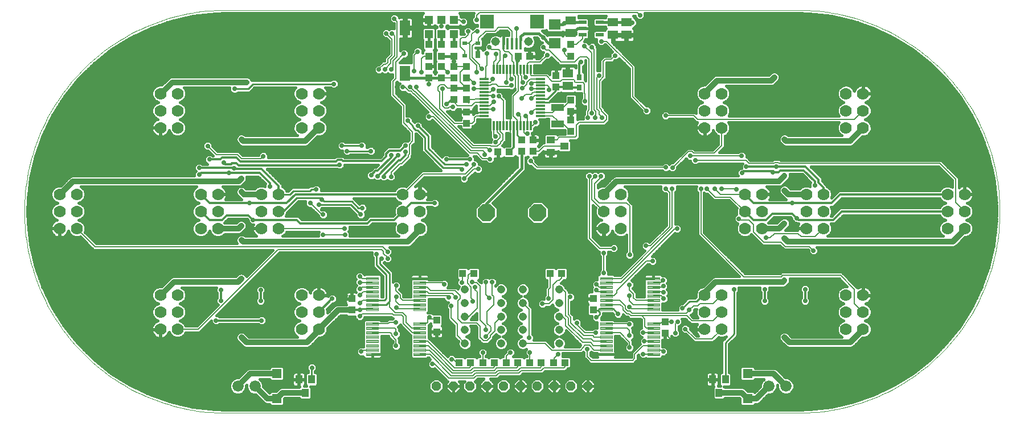
<source format=gtl>
G75*
%MOIN*%
%OFA0B0*%
%FSLAX25Y25*%
%IPPOS*%
%LPD*%
%AMOC8*
5,1,8,0,0,1.08239X$1,22.5*
%
%ADD10C,0.00000*%
%ADD11C,0.00472*%
%ADD12R,0.03937X0.04331*%
%ADD13C,0.07000*%
%ADD14R,0.05709X0.01181*%
%ADD15R,0.01181X0.05709*%
%ADD16R,0.03150X0.03543*%
%ADD17R,0.05906X0.05118*%
%ADD18R,0.04331X0.03937*%
%ADD19R,0.07087X0.06299*%
%ADD20R,0.02756X0.03937*%
%ADD21R,0.02756X0.02362*%
%ADD22R,0.07500X0.04300*%
%ADD23R,0.05906X0.09055*%
%ADD24R,0.04724X0.04724*%
%ADD25R,0.01575X0.06890*%
%ADD26R,0.07874X0.07874*%
%ADD27C,0.05150*%
%ADD28OC8,0.10000*%
%ADD29R,0.05000X0.03937*%
%ADD30OC8,0.05200*%
%ADD31C,0.06600*%
%ADD32R,0.05512X0.05512*%
%ADD33R,0.03937X0.05000*%
%ADD34C,0.04756*%
%ADD35R,0.04724X0.02165*%
%ADD36C,0.01600*%
%ADD37OC8,0.02420*%
%ADD38C,0.01200*%
%ADD39C,0.01000*%
%ADD40C,0.00600*%
%ADD41C,0.03200*%
D10*
X0191692Y0005402D02*
X0526337Y0005402D01*
X0644447Y0123513D02*
X0644413Y0126367D01*
X0644309Y0129219D01*
X0644137Y0132068D01*
X0643896Y0134912D01*
X0643586Y0137750D01*
X0643208Y0140579D01*
X0642761Y0143398D01*
X0642247Y0146205D01*
X0641664Y0148999D01*
X0641015Y0151779D01*
X0640298Y0154541D01*
X0639515Y0157286D01*
X0638666Y0160011D01*
X0637752Y0162715D01*
X0636772Y0165395D01*
X0635727Y0168052D01*
X0634619Y0170682D01*
X0633448Y0173285D01*
X0632214Y0175858D01*
X0630918Y0178401D01*
X0629561Y0180913D01*
X0628144Y0183390D01*
X0626668Y0185833D01*
X0625132Y0188239D01*
X0623540Y0190607D01*
X0621890Y0192936D01*
X0620185Y0195225D01*
X0618424Y0197472D01*
X0616610Y0199675D01*
X0614744Y0201834D01*
X0612825Y0203948D01*
X0610856Y0206014D01*
X0608838Y0208032D01*
X0606772Y0210001D01*
X0604658Y0211920D01*
X0602499Y0213786D01*
X0600296Y0215600D01*
X0598049Y0217361D01*
X0595760Y0219066D01*
X0593431Y0220716D01*
X0591063Y0222308D01*
X0588657Y0223844D01*
X0586214Y0225320D01*
X0583737Y0226737D01*
X0581225Y0228094D01*
X0578682Y0229390D01*
X0576109Y0230624D01*
X0573506Y0231795D01*
X0570876Y0232903D01*
X0568219Y0233948D01*
X0565539Y0234928D01*
X0562835Y0235842D01*
X0560110Y0236691D01*
X0557365Y0237474D01*
X0554603Y0238191D01*
X0551823Y0238840D01*
X0549029Y0239423D01*
X0546222Y0239937D01*
X0543403Y0240384D01*
X0540574Y0240762D01*
X0537736Y0241072D01*
X0534892Y0241313D01*
X0532043Y0241485D01*
X0529191Y0241589D01*
X0526337Y0241623D01*
X0191692Y0241623D01*
X0188838Y0241589D01*
X0185986Y0241485D01*
X0183137Y0241313D01*
X0180293Y0241072D01*
X0177455Y0240762D01*
X0174626Y0240384D01*
X0171807Y0239937D01*
X0169000Y0239423D01*
X0166206Y0238840D01*
X0163426Y0238191D01*
X0160664Y0237474D01*
X0157919Y0236691D01*
X0155194Y0235842D01*
X0152490Y0234928D01*
X0149810Y0233948D01*
X0147153Y0232903D01*
X0144523Y0231795D01*
X0141920Y0230624D01*
X0139347Y0229390D01*
X0136804Y0228094D01*
X0134292Y0226737D01*
X0131815Y0225320D01*
X0129372Y0223844D01*
X0126966Y0222308D01*
X0124598Y0220716D01*
X0122269Y0219066D01*
X0119980Y0217361D01*
X0117733Y0215600D01*
X0115530Y0213786D01*
X0113371Y0211920D01*
X0111257Y0210001D01*
X0109191Y0208032D01*
X0107173Y0206014D01*
X0105204Y0203948D01*
X0103285Y0201834D01*
X0101419Y0199675D01*
X0099605Y0197472D01*
X0097844Y0195225D01*
X0096139Y0192936D01*
X0094489Y0190607D01*
X0092897Y0188239D01*
X0091361Y0185833D01*
X0089885Y0183390D01*
X0088468Y0180913D01*
X0087111Y0178401D01*
X0085815Y0175858D01*
X0084581Y0173285D01*
X0083410Y0170682D01*
X0082302Y0168052D01*
X0081257Y0165395D01*
X0080277Y0162715D01*
X0079363Y0160011D01*
X0078514Y0157286D01*
X0077731Y0154541D01*
X0077014Y0151779D01*
X0076365Y0148999D01*
X0075782Y0146205D01*
X0075268Y0143398D01*
X0074821Y0140579D01*
X0074443Y0137750D01*
X0074133Y0134912D01*
X0073892Y0132068D01*
X0073720Y0129219D01*
X0073616Y0126367D01*
X0073582Y0123513D01*
X0073616Y0120659D01*
X0073720Y0117807D01*
X0073892Y0114958D01*
X0074133Y0112114D01*
X0074443Y0109276D01*
X0074821Y0106447D01*
X0075268Y0103628D01*
X0075782Y0100821D01*
X0076365Y0098027D01*
X0077014Y0095247D01*
X0077731Y0092485D01*
X0078514Y0089740D01*
X0079363Y0087015D01*
X0080277Y0084311D01*
X0081257Y0081631D01*
X0082302Y0078974D01*
X0083410Y0076344D01*
X0084581Y0073741D01*
X0085815Y0071168D01*
X0087111Y0068625D01*
X0088468Y0066113D01*
X0089885Y0063636D01*
X0091361Y0061193D01*
X0092897Y0058787D01*
X0094489Y0056419D01*
X0096139Y0054090D01*
X0097844Y0051801D01*
X0099605Y0049554D01*
X0101419Y0047351D01*
X0103285Y0045192D01*
X0105204Y0043078D01*
X0107173Y0041012D01*
X0109191Y0038994D01*
X0111257Y0037025D01*
X0113371Y0035106D01*
X0115530Y0033240D01*
X0117733Y0031426D01*
X0119980Y0029665D01*
X0122269Y0027960D01*
X0124598Y0026310D01*
X0126966Y0024718D01*
X0129372Y0023182D01*
X0131815Y0021706D01*
X0134292Y0020289D01*
X0136804Y0018932D01*
X0139347Y0017636D01*
X0141920Y0016402D01*
X0144523Y0015231D01*
X0147153Y0014123D01*
X0149810Y0013078D01*
X0152490Y0012098D01*
X0155194Y0011184D01*
X0157919Y0010335D01*
X0160664Y0009552D01*
X0163426Y0008835D01*
X0166206Y0008186D01*
X0169000Y0007603D01*
X0171807Y0007089D01*
X0174626Y0006642D01*
X0177455Y0006264D01*
X0180293Y0005954D01*
X0183137Y0005713D01*
X0185986Y0005541D01*
X0188838Y0005437D01*
X0191692Y0005403D01*
X0526337Y0005403D02*
X0529191Y0005437D01*
X0532043Y0005541D01*
X0534892Y0005713D01*
X0537736Y0005954D01*
X0540574Y0006264D01*
X0543403Y0006642D01*
X0546222Y0007089D01*
X0549029Y0007603D01*
X0551823Y0008186D01*
X0554603Y0008835D01*
X0557365Y0009552D01*
X0560110Y0010335D01*
X0562835Y0011184D01*
X0565539Y0012098D01*
X0568219Y0013078D01*
X0570876Y0014123D01*
X0573506Y0015231D01*
X0576109Y0016402D01*
X0578682Y0017636D01*
X0581225Y0018932D01*
X0583737Y0020289D01*
X0586214Y0021706D01*
X0588657Y0023182D01*
X0591063Y0024718D01*
X0593431Y0026310D01*
X0595760Y0027960D01*
X0598049Y0029665D01*
X0600296Y0031426D01*
X0602499Y0033240D01*
X0604658Y0035106D01*
X0606772Y0037025D01*
X0608838Y0038994D01*
X0610856Y0041012D01*
X0612825Y0043078D01*
X0614744Y0045192D01*
X0616610Y0047351D01*
X0618424Y0049554D01*
X0620185Y0051801D01*
X0621890Y0054090D01*
X0623540Y0056419D01*
X0625132Y0058787D01*
X0626668Y0061193D01*
X0628144Y0063636D01*
X0629561Y0066113D01*
X0630918Y0068625D01*
X0632214Y0071168D01*
X0633448Y0073741D01*
X0634619Y0076344D01*
X0635727Y0078974D01*
X0636772Y0081631D01*
X0637752Y0084311D01*
X0638666Y0087015D01*
X0639515Y0089740D01*
X0640298Y0092485D01*
X0641015Y0095247D01*
X0641664Y0098027D01*
X0642247Y0100821D01*
X0642761Y0103628D01*
X0643208Y0106447D01*
X0643586Y0109276D01*
X0643896Y0112114D01*
X0644137Y0114958D01*
X0644309Y0117807D01*
X0644413Y0120659D01*
X0644447Y0123513D01*
D11*
X0445215Y0084950D02*
X0438207Y0084950D01*
X0445215Y0084950D02*
X0445215Y0083532D01*
X0438207Y0083532D01*
X0438207Y0084950D01*
X0438207Y0084003D02*
X0445215Y0084003D01*
X0445215Y0084474D02*
X0438207Y0084474D01*
X0438207Y0084945D02*
X0445215Y0084945D01*
X0445215Y0082391D02*
X0438207Y0082391D01*
X0445215Y0082391D02*
X0445215Y0080973D01*
X0438207Y0080973D01*
X0438207Y0082391D01*
X0438207Y0081444D02*
X0445215Y0081444D01*
X0445215Y0081915D02*
X0438207Y0081915D01*
X0438207Y0082386D02*
X0445215Y0082386D01*
X0445215Y0079832D02*
X0438207Y0079832D01*
X0445215Y0079832D02*
X0445215Y0078414D01*
X0438207Y0078414D01*
X0438207Y0079832D01*
X0438207Y0078885D02*
X0445215Y0078885D01*
X0445215Y0079356D02*
X0438207Y0079356D01*
X0438207Y0079827D02*
X0445215Y0079827D01*
X0445215Y0077273D02*
X0438207Y0077273D01*
X0445215Y0077273D02*
X0445215Y0075855D01*
X0438207Y0075855D01*
X0438207Y0077273D01*
X0438207Y0076326D02*
X0445215Y0076326D01*
X0445215Y0076797D02*
X0438207Y0076797D01*
X0438207Y0077268D02*
X0445215Y0077268D01*
X0445215Y0074714D02*
X0438207Y0074714D01*
X0445215Y0074714D02*
X0445215Y0073296D01*
X0438207Y0073296D01*
X0438207Y0074714D01*
X0438207Y0073767D02*
X0445215Y0073767D01*
X0445215Y0074238D02*
X0438207Y0074238D01*
X0438207Y0074709D02*
X0445215Y0074709D01*
X0445215Y0072155D02*
X0438207Y0072155D01*
X0445215Y0072155D02*
X0445215Y0070737D01*
X0438207Y0070737D01*
X0438207Y0072155D01*
X0438207Y0071208D02*
X0445215Y0071208D01*
X0445215Y0071679D02*
X0438207Y0071679D01*
X0438207Y0072150D02*
X0445215Y0072150D01*
X0445215Y0069596D02*
X0438207Y0069596D01*
X0445215Y0069596D02*
X0445215Y0068178D01*
X0438207Y0068178D01*
X0438207Y0069596D01*
X0438207Y0068649D02*
X0445215Y0068649D01*
X0445215Y0069120D02*
X0438207Y0069120D01*
X0438207Y0069591D02*
X0445215Y0069591D01*
X0445215Y0067037D02*
X0438207Y0067037D01*
X0445215Y0067037D02*
X0445215Y0065619D01*
X0438207Y0065619D01*
X0438207Y0067037D01*
X0438207Y0066090D02*
X0445215Y0066090D01*
X0445215Y0066561D02*
X0438207Y0066561D01*
X0438207Y0067032D02*
X0445215Y0067032D01*
X0445215Y0056957D02*
X0438207Y0056957D01*
X0438207Y0058375D01*
X0445215Y0058375D01*
X0445215Y0056957D01*
X0445215Y0057428D02*
X0438207Y0057428D01*
X0438207Y0057899D02*
X0445215Y0057899D01*
X0445215Y0058370D02*
X0438207Y0058370D01*
X0438207Y0054398D02*
X0445215Y0054398D01*
X0438207Y0054398D02*
X0438207Y0055816D01*
X0445215Y0055816D01*
X0445215Y0054398D01*
X0445215Y0054869D02*
X0438207Y0054869D01*
X0438207Y0055340D02*
X0445215Y0055340D01*
X0445215Y0055811D02*
X0438207Y0055811D01*
X0438207Y0051839D02*
X0445215Y0051839D01*
X0438207Y0051839D02*
X0438207Y0053257D01*
X0445215Y0053257D01*
X0445215Y0051839D01*
X0445215Y0052310D02*
X0438207Y0052310D01*
X0438207Y0052781D02*
X0445215Y0052781D01*
X0445215Y0053252D02*
X0438207Y0053252D01*
X0438207Y0049280D02*
X0445215Y0049280D01*
X0438207Y0049280D02*
X0438207Y0050698D01*
X0445215Y0050698D01*
X0445215Y0049280D01*
X0445215Y0049751D02*
X0438207Y0049751D01*
X0438207Y0050222D02*
X0445215Y0050222D01*
X0445215Y0050693D02*
X0438207Y0050693D01*
X0438207Y0046721D02*
X0445215Y0046721D01*
X0438207Y0046721D02*
X0438207Y0048139D01*
X0445215Y0048139D01*
X0445215Y0046721D01*
X0445215Y0047192D02*
X0438207Y0047192D01*
X0438207Y0047663D02*
X0445215Y0047663D01*
X0445215Y0048134D02*
X0438207Y0048134D01*
X0438207Y0044162D02*
X0445215Y0044162D01*
X0438207Y0044162D02*
X0438207Y0045580D01*
X0445215Y0045580D01*
X0445215Y0044162D01*
X0445215Y0044633D02*
X0438207Y0044633D01*
X0438207Y0045104D02*
X0445215Y0045104D01*
X0445215Y0045575D02*
X0438207Y0045575D01*
X0438207Y0041603D02*
X0445215Y0041603D01*
X0438207Y0041603D02*
X0438207Y0043021D01*
X0445215Y0043021D01*
X0445215Y0041603D01*
X0445215Y0042074D02*
X0438207Y0042074D01*
X0438207Y0042545D02*
X0445215Y0042545D01*
X0445215Y0043016D02*
X0438207Y0043016D01*
X0438207Y0039044D02*
X0445215Y0039044D01*
X0438207Y0039044D02*
X0438207Y0040462D01*
X0445215Y0040462D01*
X0445215Y0039044D01*
X0445215Y0039515D02*
X0438207Y0039515D01*
X0438207Y0039986D02*
X0445215Y0039986D01*
X0445215Y0040457D02*
X0438207Y0040457D01*
X0417617Y0039044D02*
X0410609Y0039044D01*
X0410609Y0040462D01*
X0417617Y0040462D01*
X0417617Y0039044D01*
X0417617Y0039515D02*
X0410609Y0039515D01*
X0410609Y0039986D02*
X0417617Y0039986D01*
X0417617Y0040457D02*
X0410609Y0040457D01*
X0410609Y0041603D02*
X0417617Y0041603D01*
X0410609Y0041603D02*
X0410609Y0043021D01*
X0417617Y0043021D01*
X0417617Y0041603D01*
X0417617Y0042074D02*
X0410609Y0042074D01*
X0410609Y0042545D02*
X0417617Y0042545D01*
X0417617Y0043016D02*
X0410609Y0043016D01*
X0410609Y0044162D02*
X0417617Y0044162D01*
X0410609Y0044162D02*
X0410609Y0045580D01*
X0417617Y0045580D01*
X0417617Y0044162D01*
X0417617Y0044633D02*
X0410609Y0044633D01*
X0410609Y0045104D02*
X0417617Y0045104D01*
X0417617Y0045575D02*
X0410609Y0045575D01*
X0410609Y0046721D02*
X0417617Y0046721D01*
X0410609Y0046721D02*
X0410609Y0048139D01*
X0417617Y0048139D01*
X0417617Y0046721D01*
X0417617Y0047192D02*
X0410609Y0047192D01*
X0410609Y0047663D02*
X0417617Y0047663D01*
X0417617Y0048134D02*
X0410609Y0048134D01*
X0410609Y0049280D02*
X0417617Y0049280D01*
X0410609Y0049280D02*
X0410609Y0050698D01*
X0417617Y0050698D01*
X0417617Y0049280D01*
X0417617Y0049751D02*
X0410609Y0049751D01*
X0410609Y0050222D02*
X0417617Y0050222D01*
X0417617Y0050693D02*
X0410609Y0050693D01*
X0410609Y0051839D02*
X0417617Y0051839D01*
X0410609Y0051839D02*
X0410609Y0053257D01*
X0417617Y0053257D01*
X0417617Y0051839D01*
X0417617Y0052310D02*
X0410609Y0052310D01*
X0410609Y0052781D02*
X0417617Y0052781D01*
X0417617Y0053252D02*
X0410609Y0053252D01*
X0410609Y0054398D02*
X0417617Y0054398D01*
X0410609Y0054398D02*
X0410609Y0055816D01*
X0417617Y0055816D01*
X0417617Y0054398D01*
X0417617Y0054869D02*
X0410609Y0054869D01*
X0410609Y0055340D02*
X0417617Y0055340D01*
X0417617Y0055811D02*
X0410609Y0055811D01*
X0410609Y0056957D02*
X0417617Y0056957D01*
X0410609Y0056957D02*
X0410609Y0058375D01*
X0417617Y0058375D01*
X0417617Y0056957D01*
X0417617Y0057428D02*
X0410609Y0057428D01*
X0410609Y0057899D02*
X0417617Y0057899D01*
X0417617Y0058370D02*
X0410609Y0058370D01*
X0410609Y0067037D02*
X0417617Y0067037D01*
X0417617Y0065619D01*
X0410609Y0065619D01*
X0410609Y0067037D01*
X0410609Y0066090D02*
X0417617Y0066090D01*
X0417617Y0066561D02*
X0410609Y0066561D01*
X0410609Y0067032D02*
X0417617Y0067032D01*
X0417617Y0069596D02*
X0410609Y0069596D01*
X0417617Y0069596D02*
X0417617Y0068178D01*
X0410609Y0068178D01*
X0410609Y0069596D01*
X0410609Y0068649D02*
X0417617Y0068649D01*
X0417617Y0069120D02*
X0410609Y0069120D01*
X0410609Y0069591D02*
X0417617Y0069591D01*
X0417617Y0072155D02*
X0410609Y0072155D01*
X0417617Y0072155D02*
X0417617Y0070737D01*
X0410609Y0070737D01*
X0410609Y0072155D01*
X0410609Y0071208D02*
X0417617Y0071208D01*
X0417617Y0071679D02*
X0410609Y0071679D01*
X0410609Y0072150D02*
X0417617Y0072150D01*
X0417617Y0074714D02*
X0410609Y0074714D01*
X0417617Y0074714D02*
X0417617Y0073296D01*
X0410609Y0073296D01*
X0410609Y0074714D01*
X0410609Y0073767D02*
X0417617Y0073767D01*
X0417617Y0074238D02*
X0410609Y0074238D01*
X0410609Y0074709D02*
X0417617Y0074709D01*
X0417617Y0077273D02*
X0410609Y0077273D01*
X0417617Y0077273D02*
X0417617Y0075855D01*
X0410609Y0075855D01*
X0410609Y0077273D01*
X0410609Y0076326D02*
X0417617Y0076326D01*
X0417617Y0076797D02*
X0410609Y0076797D01*
X0410609Y0077268D02*
X0417617Y0077268D01*
X0417617Y0079832D02*
X0410609Y0079832D01*
X0417617Y0079832D02*
X0417617Y0078414D01*
X0410609Y0078414D01*
X0410609Y0079832D01*
X0410609Y0078885D02*
X0417617Y0078885D01*
X0417617Y0079356D02*
X0410609Y0079356D01*
X0410609Y0079827D02*
X0417617Y0079827D01*
X0417617Y0082391D02*
X0410609Y0082391D01*
X0417617Y0082391D02*
X0417617Y0080973D01*
X0410609Y0080973D01*
X0410609Y0082391D01*
X0410609Y0081444D02*
X0417617Y0081444D01*
X0417617Y0081915D02*
X0410609Y0081915D01*
X0410609Y0082386D02*
X0417617Y0082386D01*
X0417617Y0084950D02*
X0410609Y0084950D01*
X0417617Y0084950D02*
X0417617Y0083532D01*
X0410609Y0083532D01*
X0410609Y0084950D01*
X0410609Y0084003D02*
X0417617Y0084003D01*
X0417617Y0084474D02*
X0410609Y0084474D01*
X0410609Y0084945D02*
X0417617Y0084945D01*
X0308404Y0084950D02*
X0301396Y0084950D01*
X0308404Y0084950D02*
X0308404Y0083532D01*
X0301396Y0083532D01*
X0301396Y0084950D01*
X0301396Y0084003D02*
X0308404Y0084003D01*
X0308404Y0084474D02*
X0301396Y0084474D01*
X0301396Y0084945D02*
X0308404Y0084945D01*
X0308404Y0082391D02*
X0301396Y0082391D01*
X0308404Y0082391D02*
X0308404Y0080973D01*
X0301396Y0080973D01*
X0301396Y0082391D01*
X0301396Y0081444D02*
X0308404Y0081444D01*
X0308404Y0081915D02*
X0301396Y0081915D01*
X0301396Y0082386D02*
X0308404Y0082386D01*
X0308404Y0079832D02*
X0301396Y0079832D01*
X0308404Y0079832D02*
X0308404Y0078414D01*
X0301396Y0078414D01*
X0301396Y0079832D01*
X0301396Y0078885D02*
X0308404Y0078885D01*
X0308404Y0079356D02*
X0301396Y0079356D01*
X0301396Y0079827D02*
X0308404Y0079827D01*
X0308404Y0077273D02*
X0301396Y0077273D01*
X0308404Y0077273D02*
X0308404Y0075855D01*
X0301396Y0075855D01*
X0301396Y0077273D01*
X0301396Y0076326D02*
X0308404Y0076326D01*
X0308404Y0076797D02*
X0301396Y0076797D01*
X0301396Y0077268D02*
X0308404Y0077268D01*
X0308404Y0074714D02*
X0301396Y0074714D01*
X0308404Y0074714D02*
X0308404Y0073296D01*
X0301396Y0073296D01*
X0301396Y0074714D01*
X0301396Y0073767D02*
X0308404Y0073767D01*
X0308404Y0074238D02*
X0301396Y0074238D01*
X0301396Y0074709D02*
X0308404Y0074709D01*
X0308404Y0072155D02*
X0301396Y0072155D01*
X0308404Y0072155D02*
X0308404Y0070737D01*
X0301396Y0070737D01*
X0301396Y0072155D01*
X0301396Y0071208D02*
X0308404Y0071208D01*
X0308404Y0071679D02*
X0301396Y0071679D01*
X0301396Y0072150D02*
X0308404Y0072150D01*
X0308404Y0069596D02*
X0301396Y0069596D01*
X0308404Y0069596D02*
X0308404Y0068178D01*
X0301396Y0068178D01*
X0301396Y0069596D01*
X0301396Y0068649D02*
X0308404Y0068649D01*
X0308404Y0069120D02*
X0301396Y0069120D01*
X0301396Y0069591D02*
X0308404Y0069591D01*
X0308404Y0067037D02*
X0301396Y0067037D01*
X0308404Y0067037D02*
X0308404Y0065619D01*
X0301396Y0065619D01*
X0301396Y0067037D01*
X0301396Y0066090D02*
X0308404Y0066090D01*
X0308404Y0066561D02*
X0301396Y0066561D01*
X0301396Y0067032D02*
X0308404Y0067032D01*
X0308404Y0056957D02*
X0301396Y0056957D01*
X0301396Y0058375D01*
X0308404Y0058375D01*
X0308404Y0056957D01*
X0308404Y0057428D02*
X0301396Y0057428D01*
X0301396Y0057899D02*
X0308404Y0057899D01*
X0308404Y0058370D02*
X0301396Y0058370D01*
X0301396Y0054398D02*
X0308404Y0054398D01*
X0301396Y0054398D02*
X0301396Y0055816D01*
X0308404Y0055816D01*
X0308404Y0054398D01*
X0308404Y0054869D02*
X0301396Y0054869D01*
X0301396Y0055340D02*
X0308404Y0055340D01*
X0308404Y0055811D02*
X0301396Y0055811D01*
X0301396Y0051839D02*
X0308404Y0051839D01*
X0301396Y0051839D02*
X0301396Y0053257D01*
X0308404Y0053257D01*
X0308404Y0051839D01*
X0308404Y0052310D02*
X0301396Y0052310D01*
X0301396Y0052781D02*
X0308404Y0052781D01*
X0308404Y0053252D02*
X0301396Y0053252D01*
X0301396Y0049280D02*
X0308404Y0049280D01*
X0301396Y0049280D02*
X0301396Y0050698D01*
X0308404Y0050698D01*
X0308404Y0049280D01*
X0308404Y0049751D02*
X0301396Y0049751D01*
X0301396Y0050222D02*
X0308404Y0050222D01*
X0308404Y0050693D02*
X0301396Y0050693D01*
X0301396Y0046721D02*
X0308404Y0046721D01*
X0301396Y0046721D02*
X0301396Y0048139D01*
X0308404Y0048139D01*
X0308404Y0046721D01*
X0308404Y0047192D02*
X0301396Y0047192D01*
X0301396Y0047663D02*
X0308404Y0047663D01*
X0308404Y0048134D02*
X0301396Y0048134D01*
X0301396Y0044162D02*
X0308404Y0044162D01*
X0301396Y0044162D02*
X0301396Y0045580D01*
X0308404Y0045580D01*
X0308404Y0044162D01*
X0308404Y0044633D02*
X0301396Y0044633D01*
X0301396Y0045104D02*
X0308404Y0045104D01*
X0308404Y0045575D02*
X0301396Y0045575D01*
X0301396Y0041603D02*
X0308404Y0041603D01*
X0301396Y0041603D02*
X0301396Y0043021D01*
X0308404Y0043021D01*
X0308404Y0041603D01*
X0308404Y0042074D02*
X0301396Y0042074D01*
X0301396Y0042545D02*
X0308404Y0042545D01*
X0308404Y0043016D02*
X0301396Y0043016D01*
X0301396Y0039044D02*
X0308404Y0039044D01*
X0301396Y0039044D02*
X0301396Y0040462D01*
X0308404Y0040462D01*
X0308404Y0039044D01*
X0308404Y0039515D02*
X0301396Y0039515D01*
X0301396Y0039986D02*
X0308404Y0039986D01*
X0308404Y0040457D02*
X0301396Y0040457D01*
X0280806Y0039044D02*
X0273798Y0039044D01*
X0273798Y0040462D01*
X0280806Y0040462D01*
X0280806Y0039044D01*
X0280806Y0039515D02*
X0273798Y0039515D01*
X0273798Y0039986D02*
X0280806Y0039986D01*
X0280806Y0040457D02*
X0273798Y0040457D01*
X0273798Y0041603D02*
X0280806Y0041603D01*
X0273798Y0041603D02*
X0273798Y0043021D01*
X0280806Y0043021D01*
X0280806Y0041603D01*
X0280806Y0042074D02*
X0273798Y0042074D01*
X0273798Y0042545D02*
X0280806Y0042545D01*
X0280806Y0043016D02*
X0273798Y0043016D01*
X0273798Y0044162D02*
X0280806Y0044162D01*
X0273798Y0044162D02*
X0273798Y0045580D01*
X0280806Y0045580D01*
X0280806Y0044162D01*
X0280806Y0044633D02*
X0273798Y0044633D01*
X0273798Y0045104D02*
X0280806Y0045104D01*
X0280806Y0045575D02*
X0273798Y0045575D01*
X0273798Y0046721D02*
X0280806Y0046721D01*
X0273798Y0046721D02*
X0273798Y0048139D01*
X0280806Y0048139D01*
X0280806Y0046721D01*
X0280806Y0047192D02*
X0273798Y0047192D01*
X0273798Y0047663D02*
X0280806Y0047663D01*
X0280806Y0048134D02*
X0273798Y0048134D01*
X0273798Y0049280D02*
X0280806Y0049280D01*
X0273798Y0049280D02*
X0273798Y0050698D01*
X0280806Y0050698D01*
X0280806Y0049280D01*
X0280806Y0049751D02*
X0273798Y0049751D01*
X0273798Y0050222D02*
X0280806Y0050222D01*
X0280806Y0050693D02*
X0273798Y0050693D01*
X0273798Y0051839D02*
X0280806Y0051839D01*
X0273798Y0051839D02*
X0273798Y0053257D01*
X0280806Y0053257D01*
X0280806Y0051839D01*
X0280806Y0052310D02*
X0273798Y0052310D01*
X0273798Y0052781D02*
X0280806Y0052781D01*
X0280806Y0053252D02*
X0273798Y0053252D01*
X0273798Y0054398D02*
X0280806Y0054398D01*
X0273798Y0054398D02*
X0273798Y0055816D01*
X0280806Y0055816D01*
X0280806Y0054398D01*
X0280806Y0054869D02*
X0273798Y0054869D01*
X0273798Y0055340D02*
X0280806Y0055340D01*
X0280806Y0055811D02*
X0273798Y0055811D01*
X0273798Y0056957D02*
X0280806Y0056957D01*
X0273798Y0056957D02*
X0273798Y0058375D01*
X0280806Y0058375D01*
X0280806Y0056957D01*
X0280806Y0057428D02*
X0273798Y0057428D01*
X0273798Y0057899D02*
X0280806Y0057899D01*
X0280806Y0058370D02*
X0273798Y0058370D01*
X0273798Y0067037D02*
X0280806Y0067037D01*
X0280806Y0065619D01*
X0273798Y0065619D01*
X0273798Y0067037D01*
X0273798Y0066090D02*
X0280806Y0066090D01*
X0280806Y0066561D02*
X0273798Y0066561D01*
X0273798Y0067032D02*
X0280806Y0067032D01*
X0280806Y0069596D02*
X0273798Y0069596D01*
X0280806Y0069596D02*
X0280806Y0068178D01*
X0273798Y0068178D01*
X0273798Y0069596D01*
X0273798Y0068649D02*
X0280806Y0068649D01*
X0280806Y0069120D02*
X0273798Y0069120D01*
X0273798Y0069591D02*
X0280806Y0069591D01*
X0280806Y0072155D02*
X0273798Y0072155D01*
X0280806Y0072155D02*
X0280806Y0070737D01*
X0273798Y0070737D01*
X0273798Y0072155D01*
X0273798Y0071208D02*
X0280806Y0071208D01*
X0280806Y0071679D02*
X0273798Y0071679D01*
X0273798Y0072150D02*
X0280806Y0072150D01*
X0280806Y0074714D02*
X0273798Y0074714D01*
X0280806Y0074714D02*
X0280806Y0073296D01*
X0273798Y0073296D01*
X0273798Y0074714D01*
X0273798Y0073767D02*
X0280806Y0073767D01*
X0280806Y0074238D02*
X0273798Y0074238D01*
X0273798Y0074709D02*
X0280806Y0074709D01*
X0280806Y0077273D02*
X0273798Y0077273D01*
X0280806Y0077273D02*
X0280806Y0075855D01*
X0273798Y0075855D01*
X0273798Y0077273D01*
X0273798Y0076326D02*
X0280806Y0076326D01*
X0280806Y0076797D02*
X0273798Y0076797D01*
X0273798Y0077268D02*
X0280806Y0077268D01*
X0280806Y0079832D02*
X0273798Y0079832D01*
X0280806Y0079832D02*
X0280806Y0078414D01*
X0273798Y0078414D01*
X0273798Y0079832D01*
X0273798Y0078885D02*
X0280806Y0078885D01*
X0280806Y0079356D02*
X0273798Y0079356D01*
X0273798Y0079827D02*
X0280806Y0079827D01*
X0280806Y0082391D02*
X0273798Y0082391D01*
X0280806Y0082391D02*
X0280806Y0080973D01*
X0273798Y0080973D01*
X0273798Y0082391D01*
X0273798Y0081444D02*
X0280806Y0081444D01*
X0280806Y0081915D02*
X0273798Y0081915D01*
X0273798Y0082386D02*
X0280806Y0082386D01*
X0280806Y0084950D02*
X0273798Y0084950D01*
X0280806Y0084950D02*
X0280806Y0083532D01*
X0273798Y0083532D01*
X0273798Y0084950D01*
X0273798Y0084003D02*
X0280806Y0084003D01*
X0280806Y0084474D02*
X0273798Y0084474D01*
X0273798Y0084945D02*
X0280806Y0084945D01*
D12*
X0265191Y0072410D03*
X0265191Y0065717D03*
X0314846Y0059684D03*
X0314846Y0052991D03*
X0406554Y0065781D03*
X0406554Y0072474D03*
X0448581Y0058946D03*
X0448581Y0052253D03*
X0387952Y0087095D03*
X0381259Y0087095D03*
X0336770Y0087095D03*
X0330078Y0087095D03*
X0393463Y0170363D03*
X0393463Y0177056D03*
X0393463Y0182174D03*
X0393463Y0188867D03*
X0384728Y0196485D03*
X0384728Y0203178D03*
X0332440Y0201859D03*
X0325058Y0201859D03*
X0317676Y0201859D03*
X0310294Y0201859D03*
X0310294Y0208552D03*
X0317676Y0208552D03*
X0325058Y0208552D03*
X0332440Y0208552D03*
X0325058Y0214654D03*
X0317676Y0214654D03*
X0310294Y0214654D03*
X0310294Y0221347D03*
X0317676Y0221347D03*
X0325058Y0221347D03*
X0325058Y0195757D03*
X0332440Y0195757D03*
X0332440Y0189064D03*
X0325058Y0189064D03*
X0332440Y0181977D03*
X0332440Y0175284D03*
D13*
X0245904Y0172568D03*
X0235904Y0172568D03*
X0235904Y0182568D03*
X0245904Y0182568D03*
X0245904Y0192568D03*
X0235904Y0192568D03*
X0163227Y0192568D03*
X0153227Y0192568D03*
X0153227Y0182568D03*
X0163227Y0182568D03*
X0163227Y0172568D03*
X0153227Y0172568D03*
X0176849Y0133513D03*
X0186849Y0133513D03*
X0186849Y0123513D03*
X0176849Y0123513D03*
X0176849Y0113513D03*
X0186849Y0113513D03*
X0212282Y0113513D03*
X0222282Y0113513D03*
X0222282Y0123513D03*
X0212282Y0123513D03*
X0212282Y0133513D03*
X0222282Y0133513D03*
X0294959Y0133513D03*
X0304959Y0133513D03*
X0304959Y0123513D03*
X0294959Y0123513D03*
X0294959Y0113513D03*
X0304959Y0113513D03*
X0412637Y0113513D03*
X0422637Y0113513D03*
X0422637Y0123513D03*
X0412637Y0123513D03*
X0412637Y0133513D03*
X0422637Y0133513D03*
X0495314Y0133513D03*
X0505314Y0133513D03*
X0505314Y0123513D03*
X0495314Y0123513D03*
X0495314Y0113513D03*
X0505314Y0113513D03*
X0531180Y0113513D03*
X0541180Y0113513D03*
X0541180Y0123513D03*
X0531180Y0123513D03*
X0531180Y0133513D03*
X0541180Y0133513D03*
X0613857Y0133513D03*
X0623857Y0133513D03*
X0623857Y0123513D03*
X0613857Y0123513D03*
X0613857Y0113513D03*
X0623857Y0113513D03*
X0564369Y0074457D03*
X0554369Y0074457D03*
X0554369Y0064457D03*
X0564369Y0064457D03*
X0564369Y0054457D03*
X0554369Y0054457D03*
X0481692Y0054457D03*
X0471692Y0054457D03*
X0471692Y0064457D03*
X0481692Y0064457D03*
X0481692Y0074457D03*
X0471692Y0074457D03*
X0245904Y0074457D03*
X0235904Y0074457D03*
X0235904Y0064457D03*
X0245904Y0064457D03*
X0245904Y0054457D03*
X0235904Y0054457D03*
X0163227Y0054457D03*
X0153227Y0054457D03*
X0153227Y0064457D03*
X0163227Y0064457D03*
X0163227Y0074457D03*
X0153227Y0074457D03*
X0104172Y0113513D03*
X0094172Y0113513D03*
X0094172Y0123513D03*
X0104172Y0123513D03*
X0104172Y0133513D03*
X0094172Y0133513D03*
X0471692Y0172568D03*
X0481692Y0172568D03*
X0481692Y0182568D03*
X0471692Y0182568D03*
X0471692Y0192568D03*
X0481692Y0192568D03*
X0554369Y0192568D03*
X0564369Y0192568D03*
X0564369Y0182568D03*
X0554369Y0182568D03*
X0554369Y0172568D03*
X0564369Y0172568D03*
D14*
X0375550Y0179615D03*
X0375550Y0181583D03*
X0375550Y0183552D03*
X0375550Y0185520D03*
X0375550Y0187489D03*
X0375550Y0189457D03*
X0375550Y0191426D03*
X0375550Y0193394D03*
X0375550Y0195363D03*
X0375550Y0197331D03*
X0375550Y0199300D03*
X0375550Y0201269D03*
X0342597Y0201269D03*
X0342479Y0199300D03*
X0342479Y0197331D03*
X0342479Y0195363D03*
X0342479Y0193394D03*
X0342479Y0191426D03*
X0342479Y0189457D03*
X0342479Y0187489D03*
X0342479Y0185520D03*
X0342479Y0183552D03*
X0342479Y0181583D03*
X0342479Y0179615D03*
D15*
X0348188Y0173906D03*
X0350156Y0173906D03*
X0352125Y0173906D03*
X0354093Y0173906D03*
X0356062Y0173906D03*
X0358030Y0173906D03*
X0359999Y0173906D03*
X0361967Y0173906D03*
X0363936Y0173906D03*
X0365904Y0173906D03*
X0367873Y0173906D03*
X0369841Y0173906D03*
X0369841Y0206977D03*
X0367873Y0206977D03*
X0365904Y0206977D03*
X0363936Y0206977D03*
X0361967Y0206977D03*
X0359999Y0206977D03*
X0358030Y0206977D03*
X0356062Y0206977D03*
X0354093Y0206977D03*
X0352125Y0206977D03*
X0350156Y0206977D03*
X0348188Y0206977D03*
D16*
X0398461Y0202113D03*
X0398461Y0196113D03*
D17*
X0391618Y0197076D03*
X0391618Y0204556D03*
X0393463Y0228040D03*
X0393463Y0235520D03*
X0418070Y0234536D03*
X0425944Y0234536D03*
X0425944Y0227056D03*
X0418070Y0227056D03*
D18*
X0393463Y0221347D03*
X0393463Y0214654D03*
X0369290Y0214455D03*
X0362597Y0214455D03*
X0364526Y0165343D03*
X0371219Y0165343D03*
X0371219Y0158700D03*
X0364526Y0158700D03*
X0357440Y0158387D03*
X0350747Y0158387D03*
X0348581Y0034930D03*
X0341889Y0034930D03*
X0334802Y0034930D03*
X0328109Y0034930D03*
X0355668Y0034930D03*
X0362361Y0034930D03*
X0369448Y0034930D03*
X0376141Y0034930D03*
X0383227Y0034930D03*
X0389920Y0034930D03*
D19*
X0384123Y0222272D03*
X0384123Y0233296D03*
D20*
X0339054Y0215575D03*
D21*
X0331180Y0214787D03*
X0331180Y0222268D03*
X0339054Y0222268D03*
D22*
X0385511Y0184405D03*
X0385511Y0174805D03*
D23*
X0296269Y0204654D03*
X0296269Y0231032D03*
D24*
X0310294Y0227646D03*
X0317676Y0227646D03*
X0325058Y0227646D03*
X0325058Y0235914D03*
X0317676Y0235914D03*
X0310294Y0235914D03*
D25*
X0353896Y0221839D03*
X0356456Y0221839D03*
X0359015Y0221839D03*
X0361574Y0221839D03*
X0364133Y0221839D03*
D26*
X0373778Y0234930D03*
X0344251Y0234930D03*
D27*
X0349467Y0223001D03*
X0368562Y0223001D03*
D28*
X0374015Y0122774D03*
X0344015Y0122774D03*
D29*
X0381652Y0158158D03*
X0389526Y0161898D03*
X0381652Y0165639D03*
D30*
X0383700Y0021150D03*
X0393385Y0021150D03*
X0403385Y0021150D03*
X0373700Y0021150D03*
X0364015Y0021150D03*
X0354015Y0021150D03*
X0344330Y0021150D03*
X0334330Y0021150D03*
X0324644Y0021150D03*
X0314644Y0021150D03*
D31*
X0208503Y0021150D03*
X0198503Y0021150D03*
X0509300Y0021150D03*
X0519300Y0021150D03*
D32*
X0496810Y0013867D03*
X0496810Y0028434D03*
X0221219Y0028434D03*
X0221219Y0013867D03*
D33*
X0237952Y0017213D03*
X0241692Y0025087D03*
X0234211Y0025087D03*
X0476337Y0025087D03*
X0483818Y0025087D03*
X0480078Y0017213D03*
D34*
X0386515Y0046180D03*
X0365373Y0046180D03*
X0352578Y0046180D03*
X0331436Y0046180D03*
X0331436Y0054054D03*
X0352578Y0054054D03*
X0365373Y0054054D03*
X0386515Y0054054D03*
X0386515Y0061928D03*
X0365373Y0061928D03*
X0352578Y0061928D03*
X0331436Y0061928D03*
X0331436Y0069802D03*
X0331436Y0077676D03*
X0352578Y0077676D03*
X0352578Y0069802D03*
X0365373Y0069802D03*
X0365373Y0077676D03*
X0386515Y0077676D03*
X0386515Y0069802D03*
D35*
X0400156Y0227056D03*
X0400156Y0230796D03*
X0410393Y0227056D03*
X0410393Y0234536D03*
X0400156Y0234536D03*
D36*
X0114189Y0036787D02*
X0104966Y0046010D01*
X0096834Y0056207D01*
X0089894Y0067251D01*
X0084235Y0079003D01*
X0079927Y0091314D01*
X0077025Y0104030D01*
X0075564Y0116991D01*
X0075381Y0123512D01*
X0075381Y0123513D01*
X0075564Y0130034D01*
X0077025Y0142995D01*
X0079927Y0155711D01*
X0084235Y0168023D01*
X0089894Y0179774D01*
X0096834Y0190818D01*
X0104966Y0201016D01*
X0114189Y0210238D01*
X0124386Y0218371D01*
X0135430Y0225310D01*
X0147182Y0230969D01*
X0159493Y0235277D01*
X0172209Y0238179D01*
X0185170Y0239640D01*
X0191692Y0239823D01*
X0307010Y0239823D01*
X0306827Y0239717D01*
X0306492Y0239382D01*
X0306255Y0238971D01*
X0306132Y0238513D01*
X0306132Y0236295D01*
X0309913Y0236295D01*
X0309913Y0235533D01*
X0310675Y0235533D01*
X0310675Y0231752D01*
X0312893Y0231752D01*
X0313351Y0231875D01*
X0313762Y0232112D01*
X0314097Y0232447D01*
X0314115Y0232478D01*
X0314648Y0231945D01*
X0314859Y0231945D01*
X0314859Y0231616D01*
X0314648Y0231616D01*
X0313985Y0230953D01*
X0313322Y0231616D01*
X0307266Y0231616D01*
X0306325Y0230674D01*
X0306325Y0224619D01*
X0306742Y0224202D01*
X0306719Y0224178D01*
X0306719Y0218516D01*
X0307234Y0218001D01*
X0306719Y0217485D01*
X0306719Y0216561D01*
X0306650Y0216561D01*
X0306591Y0216502D01*
X0306591Y0218430D01*
X0304940Y0220080D01*
X0302606Y0220080D01*
X0300956Y0218430D01*
X0300956Y0217142D01*
X0299898Y0216084D01*
X0299898Y0210778D01*
X0299887Y0210789D01*
X0293230Y0210789D01*
X0295656Y0213215D01*
X0296943Y0213215D01*
X0298594Y0214865D01*
X0298594Y0217199D01*
X0296943Y0218850D01*
X0294609Y0218850D01*
X0293623Y0217864D01*
X0293623Y0224705D01*
X0295592Y0224705D01*
X0295592Y0230356D01*
X0296945Y0230356D01*
X0296945Y0231709D01*
X0295592Y0231709D01*
X0295592Y0237360D01*
X0293079Y0237360D01*
X0292811Y0237288D01*
X0292811Y0237746D01*
X0291161Y0239396D01*
X0288827Y0239396D01*
X0287177Y0237746D01*
X0287177Y0235412D01*
X0288827Y0233761D01*
X0289809Y0233761D01*
X0289809Y0230782D01*
X0289808Y0230784D01*
X0287474Y0230784D01*
X0286918Y0230228D01*
X0286486Y0230661D01*
X0284152Y0230661D01*
X0282501Y0229010D01*
X0282501Y0226676D01*
X0284152Y0225026D01*
X0285439Y0225026D01*
X0286856Y0223608D01*
X0286856Y0216084D01*
X0284396Y0213623D01*
X0284396Y0211778D01*
X0284283Y0211665D01*
X0283052Y0211665D01*
X0281935Y0210548D01*
X0281935Y0210548D01*
X0281010Y0209622D01*
X0279969Y0209622D01*
X0278318Y0207972D01*
X0278318Y0205638D01*
X0279969Y0203988D01*
X0282303Y0203988D01*
X0283536Y0203988D01*
X0283537Y0203988D02*
X0285871Y0203988D01*
X0286858Y0203988D01*
X0286981Y0203865D02*
X0288948Y0203865D01*
X0288948Y0202181D01*
X0287349Y0200582D01*
X0287349Y0191128D01*
X0293623Y0184854D01*
X0293623Y0174642D01*
X0294740Y0173525D01*
X0298791Y0169475D01*
X0298791Y0165518D01*
X0298062Y0164790D01*
X0297958Y0164685D01*
X0297682Y0164962D01*
X0295348Y0164962D01*
X0293697Y0163311D01*
X0293697Y0162448D01*
X0292648Y0161399D01*
X0286250Y0161399D01*
X0284957Y0160106D01*
X0283235Y0158383D01*
X0283235Y0156661D01*
X0281821Y0155247D01*
X0261011Y0155247D01*
X0260273Y0155985D01*
X0255984Y0155985D01*
X0255000Y0155001D01*
X0216163Y0155001D01*
X0216163Y0157160D01*
X0214512Y0158810D01*
X0212178Y0158810D01*
X0210528Y0157160D01*
X0210528Y0156547D01*
X0201340Y0156547D01*
X0200243Y0157644D01*
X0199125Y0158761D01*
X0186699Y0158761D01*
X0183682Y0161778D01*
X0183682Y0163065D01*
X0182032Y0164716D01*
X0179698Y0164716D01*
X0178048Y0163065D01*
X0178048Y0160731D01*
X0179698Y0159081D01*
X0180985Y0159081D01*
X0183835Y0156231D01*
X0183626Y0156231D01*
X0183016Y0156842D01*
X0180682Y0156842D01*
X0179032Y0155191D01*
X0179032Y0152857D01*
X0180579Y0151310D01*
X0177721Y0151310D01*
X0177111Y0151920D01*
X0174777Y0151920D01*
X0173126Y0150270D01*
X0173126Y0147936D01*
X0173928Y0147135D01*
X0173126Y0146333D01*
X0173126Y0144436D01*
X0101487Y0144436D01*
X0100308Y0143948D01*
X0099406Y0143046D01*
X0094980Y0138620D01*
X0093156Y0138620D01*
X0091279Y0137842D01*
X0089842Y0136406D01*
X0089065Y0134528D01*
X0089065Y0132497D01*
X0089842Y0130620D01*
X0091279Y0129183D01*
X0092898Y0128513D01*
X0091279Y0127842D01*
X0089842Y0126406D01*
X0089065Y0124528D01*
X0089065Y0122497D01*
X0089842Y0120620D01*
X0091279Y0119183D01*
X0092683Y0118602D01*
X0092138Y0118424D01*
X0091394Y0118046D01*
X0090719Y0117555D01*
X0090129Y0116965D01*
X0089639Y0116290D01*
X0089260Y0115547D01*
X0089003Y0114754D01*
X0088872Y0113930D01*
X0088872Y0113697D01*
X0093988Y0113697D01*
X0093988Y0113328D01*
X0094356Y0113328D01*
X0094356Y0108213D01*
X0094589Y0108213D01*
X0095413Y0108343D01*
X0096207Y0108601D01*
X0096950Y0108980D01*
X0097625Y0109470D01*
X0098215Y0110060D01*
X0098705Y0110735D01*
X0099084Y0111478D01*
X0099261Y0112024D01*
X0099842Y0110620D01*
X0101279Y0109183D01*
X0103156Y0108406D01*
X0105188Y0108406D01*
X0106174Y0108814D01*
X0114051Y0100936D01*
X0219076Y0100936D01*
X0203512Y0085372D01*
X0203269Y0085959D01*
X0202367Y0086861D01*
X0201188Y0087350D01*
X0199912Y0087350D01*
X0198733Y0086861D01*
X0197253Y0085381D01*
X0160542Y0085381D01*
X0159363Y0084893D01*
X0158461Y0083991D01*
X0154035Y0079565D01*
X0152211Y0079565D01*
X0150334Y0078787D01*
X0148898Y0077350D01*
X0148120Y0075473D01*
X0148120Y0073442D01*
X0148898Y0071565D01*
X0150334Y0070128D01*
X0151953Y0069457D01*
X0150334Y0068787D01*
X0148898Y0067350D01*
X0148120Y0065473D01*
X0148120Y0063442D01*
X0148898Y0061565D01*
X0150334Y0060128D01*
X0151738Y0059546D01*
X0151193Y0059369D01*
X0150449Y0058990D01*
X0149774Y0058500D01*
X0149185Y0057910D01*
X0148694Y0057235D01*
X0148315Y0056492D01*
X0148058Y0055699D01*
X0147927Y0054875D01*
X0147927Y0054642D01*
X0153043Y0054642D01*
X0153043Y0054273D01*
X0153411Y0054273D01*
X0153411Y0049157D01*
X0153644Y0049157D01*
X0154468Y0049288D01*
X0155262Y0049546D01*
X0156005Y0049925D01*
X0156680Y0050415D01*
X0157270Y0051005D01*
X0157760Y0051680D01*
X0158139Y0052423D01*
X0158316Y0052968D01*
X0158898Y0051565D01*
X0160334Y0050128D01*
X0162211Y0049350D01*
X0164243Y0049350D01*
X0166120Y0050128D01*
X0167557Y0051565D01*
X0167965Y0052550D01*
X0176084Y0052550D01*
X0177201Y0053668D01*
X0182969Y0059435D01*
X0182969Y0058369D01*
X0184619Y0056719D01*
X0186953Y0056719D01*
X0187563Y0057329D01*
X0210584Y0057329D01*
X0211194Y0056719D01*
X0213528Y0056719D01*
X0215178Y0058369D01*
X0215178Y0060703D01*
X0213528Y0062354D01*
X0211194Y0062354D01*
X0210584Y0061743D01*
X0187563Y0061743D01*
X0186953Y0062354D01*
X0185887Y0062354D01*
X0222870Y0099337D01*
X0276842Y0099337D01*
X0276842Y0097247D01*
X0277552Y0096537D01*
X0277552Y0091267D01*
X0283335Y0085484D01*
X0283335Y0073553D01*
X0282649Y0073553D01*
X0282649Y0085713D01*
X0281569Y0086793D01*
X0273034Y0086793D01*
X0272757Y0086515D01*
X0272757Y0086663D01*
X0271107Y0088313D01*
X0268773Y0088313D01*
X0267122Y0086663D01*
X0267122Y0084329D01*
X0267739Y0083712D01*
X0267122Y0083095D01*
X0267122Y0080761D01*
X0267862Y0080021D01*
X0267122Y0079281D01*
X0267122Y0076947D01*
X0267801Y0076268D01*
X0267800Y0076267D01*
X0267396Y0076376D01*
X0265375Y0076376D01*
X0265375Y0072595D01*
X0265006Y0072595D01*
X0265006Y0076376D01*
X0262985Y0076376D01*
X0262527Y0076253D01*
X0262117Y0076016D01*
X0261782Y0075681D01*
X0261545Y0075270D01*
X0261422Y0074813D01*
X0261422Y0072594D01*
X0265006Y0072594D01*
X0265006Y0072226D01*
X0261422Y0072226D01*
X0261422Y0070008D01*
X0261545Y0069550D01*
X0261782Y0069140D01*
X0261994Y0068927D01*
X0261991Y0068924D01*
X0256526Y0068924D01*
X0255348Y0068436D01*
X0251011Y0064100D01*
X0251011Y0065473D01*
X0250704Y0066215D01*
X0254004Y0069514D01*
X0254867Y0069514D01*
X0256517Y0071165D01*
X0256517Y0073498D01*
X0254867Y0075149D01*
X0252533Y0075149D01*
X0251163Y0073779D01*
X0251204Y0074040D01*
X0251204Y0074273D01*
X0246089Y0074273D01*
X0246089Y0074642D01*
X0251204Y0074642D01*
X0251204Y0074875D01*
X0251074Y0075699D01*
X0250816Y0076492D01*
X0250437Y0077235D01*
X0249947Y0077910D01*
X0249357Y0078500D01*
X0248682Y0078990D01*
X0247939Y0079369D01*
X0247145Y0079627D01*
X0246321Y0079757D01*
X0246089Y0079757D01*
X0246089Y0074642D01*
X0245720Y0074642D01*
X0245720Y0079757D01*
X0245487Y0079757D01*
X0244663Y0079627D01*
X0243870Y0079369D01*
X0243127Y0078990D01*
X0242452Y0078500D01*
X0241862Y0077910D01*
X0241371Y0077235D01*
X0240993Y0076492D01*
X0240815Y0075947D01*
X0240234Y0077350D01*
X0238797Y0078787D01*
X0236920Y0079565D01*
X0234888Y0079565D01*
X0233011Y0078787D01*
X0231575Y0077350D01*
X0230797Y0075473D01*
X0230797Y0073442D01*
X0231575Y0071565D01*
X0233011Y0070128D01*
X0234630Y0069457D01*
X0233011Y0068787D01*
X0231575Y0067350D01*
X0230797Y0065473D01*
X0230797Y0063442D01*
X0231575Y0061565D01*
X0233011Y0060128D01*
X0234630Y0059457D01*
X0233011Y0058787D01*
X0231575Y0057350D01*
X0230797Y0055473D01*
X0230797Y0053442D01*
X0231575Y0051565D01*
X0233011Y0050128D01*
X0233446Y0049948D01*
X0204831Y0049948D01*
X0202367Y0052413D01*
X0201188Y0052901D01*
X0199912Y0052901D01*
X0198733Y0052413D01*
X0197831Y0051510D01*
X0197343Y0050332D01*
X0197343Y0049056D01*
X0197831Y0047877D01*
X0201686Y0044022D01*
X0202865Y0043534D01*
X0239574Y0043534D01*
X0240752Y0044022D01*
X0241655Y0044924D01*
X0241655Y0044924D01*
X0246081Y0049350D01*
X0246920Y0049350D01*
X0248797Y0050128D01*
X0250234Y0051565D01*
X0251011Y0053442D01*
X0251011Y0055029D01*
X0258493Y0062510D01*
X0261991Y0062510D01*
X0262557Y0061945D01*
X0267122Y0061945D01*
X0267122Y0060830D01*
X0268773Y0059180D01*
X0271107Y0059180D01*
X0272757Y0060830D01*
X0272757Y0061566D01*
X0288257Y0061566D01*
X0288995Y0060828D01*
X0289393Y0060828D01*
X0289024Y0060459D01*
X0286374Y0060459D01*
X0285488Y0059573D01*
X0282214Y0059573D01*
X0281569Y0060218D01*
X0273034Y0060218D01*
X0271955Y0059138D01*
X0271955Y0044219D01*
X0271894Y0044219D01*
X0271845Y0044268D01*
X0269511Y0044268D01*
X0267861Y0042618D01*
X0267861Y0040284D01*
X0269511Y0038633D01*
X0271800Y0038633D01*
X0271901Y0038258D01*
X0272169Y0037794D01*
X0272548Y0037415D01*
X0273012Y0037147D01*
X0273530Y0037008D01*
X0277302Y0037008D01*
X0281074Y0037008D01*
X0281592Y0037147D01*
X0282056Y0037415D01*
X0282435Y0037794D01*
X0282703Y0038258D01*
X0282842Y0038776D01*
X0282842Y0039753D01*
X0282842Y0040729D01*
X0282703Y0041247D01*
X0282649Y0041341D01*
X0282649Y0050641D01*
X0286601Y0050641D01*
X0286601Y0049898D01*
X0289194Y0047304D01*
X0289194Y0046850D01*
X0288284Y0045939D01*
X0288284Y0043605D01*
X0289934Y0041955D01*
X0292268Y0041955D01*
X0293918Y0043605D01*
X0293918Y0045939D01*
X0293008Y0046850D01*
X0293008Y0048884D01*
X0292658Y0049235D01*
X0293918Y0050495D01*
X0293918Y0052829D01*
X0293008Y0053739D01*
X0293008Y0055159D01*
X0292350Y0055817D01*
X0293529Y0056995D01*
X0294617Y0055907D01*
X0294617Y0055907D01*
X0299553Y0050971D01*
X0299553Y0038281D01*
X0300633Y0037201D01*
X0309168Y0037201D01*
X0309813Y0037846D01*
X0310095Y0037846D01*
X0311137Y0036804D01*
X0309568Y0035236D01*
X0309568Y0032902D01*
X0311219Y0031251D01*
X0313553Y0031251D01*
X0313644Y0031343D01*
X0319952Y0025036D01*
X0319952Y0025036D01*
X0321069Y0023919D01*
X0321190Y0023919D01*
X0320244Y0022973D01*
X0320244Y0021150D01*
X0320244Y0019328D01*
X0322822Y0016750D01*
X0324644Y0016750D01*
X0324644Y0021150D01*
X0320244Y0021150D01*
X0324644Y0021150D01*
X0324644Y0021150D01*
X0324645Y0021150D01*
X0324645Y0021150D01*
X0329044Y0021150D01*
X0329044Y0019328D01*
X0326467Y0016750D01*
X0324645Y0016750D01*
X0324645Y0021150D01*
X0329044Y0021150D01*
X0329044Y0022973D01*
X0328099Y0023919D01*
X0331148Y0023919D01*
X0330122Y0022893D01*
X0330122Y0019408D01*
X0332587Y0016943D01*
X0336072Y0016943D01*
X0338537Y0019408D01*
X0338537Y0022893D01*
X0337462Y0023968D01*
X0338889Y0025395D01*
X0342352Y0025395D01*
X0339930Y0022973D01*
X0339930Y0021150D01*
X0339930Y0019328D01*
X0342507Y0016750D01*
X0344329Y0016750D01*
X0344329Y0021150D01*
X0339930Y0021150D01*
X0344329Y0021150D01*
X0344329Y0021150D01*
X0344330Y0021150D01*
X0344330Y0021150D01*
X0348730Y0021150D01*
X0348730Y0019328D01*
X0346152Y0016750D01*
X0344330Y0016750D01*
X0344330Y0021150D01*
X0348730Y0021150D01*
X0348730Y0022973D01*
X0346308Y0025395D01*
X0350577Y0025395D01*
X0351694Y0026512D01*
X0352054Y0026871D01*
X0363742Y0026871D01*
X0364859Y0027988D01*
X0365218Y0028348D01*
X0376906Y0028348D01*
X0378023Y0029465D01*
X0378382Y0029824D01*
X0390070Y0029824D01*
X0391187Y0030941D01*
X0391601Y0031354D01*
X0392751Y0031354D01*
X0393693Y0032296D01*
X0393693Y0037564D01*
X0392751Y0038505D01*
X0388628Y0038505D01*
X0388807Y0038684D01*
X0388807Y0040405D01*
X0398421Y0040405D01*
X0398468Y0040362D01*
X0399202Y0040405D01*
X0399937Y0040405D01*
X0399982Y0040450D01*
X0400046Y0040453D01*
X0400535Y0041002D01*
X0400720Y0041187D01*
X0401133Y0040773D01*
X0401133Y0039494D01*
X0401049Y0039411D01*
X0401049Y0037831D01*
X0402167Y0036714D01*
X0404667Y0034214D01*
X0430309Y0034214D01*
X0431426Y0035331D01*
X0432676Y0036581D01*
X0432676Y0039081D01*
X0432952Y0039357D01*
X0432952Y0038704D01*
X0434602Y0037054D01*
X0436936Y0037054D01*
X0437264Y0037381D01*
X0437444Y0037201D01*
X0445979Y0037201D01*
X0447059Y0038281D01*
X0447059Y0038633D01*
X0448764Y0038633D01*
X0450415Y0040284D01*
X0450415Y0042618D01*
X0448764Y0044268D01*
X0447059Y0044268D01*
X0447059Y0048287D01*
X0448397Y0048287D01*
X0448397Y0052068D01*
X0448766Y0052068D01*
X0448766Y0048287D01*
X0450787Y0048287D01*
X0451245Y0048410D01*
X0451655Y0048647D01*
X0451990Y0048982D01*
X0452227Y0049393D01*
X0452350Y0049850D01*
X0452350Y0050430D01*
X0453443Y0049337D01*
X0455777Y0049337D01*
X0457427Y0050987D01*
X0457427Y0053321D01*
X0456517Y0054232D01*
X0456517Y0056104D01*
X0457007Y0056104D01*
X0458658Y0057754D01*
X0458658Y0060088D01*
X0458164Y0060582D01*
X0460464Y0060582D01*
X0462422Y0058623D01*
X0463540Y0057506D01*
X0467356Y0057506D01*
X0467159Y0057235D01*
X0466780Y0056492D01*
X0466522Y0055699D01*
X0466392Y0054875D01*
X0466392Y0054642D01*
X0471507Y0054642D01*
X0471507Y0054273D01*
X0466392Y0054273D01*
X0466392Y0054040D01*
X0466522Y0053216D01*
X0466780Y0052423D01*
X0467159Y0051680D01*
X0467649Y0051005D01*
X0468037Y0050617D01*
X0467088Y0050617D01*
X0463210Y0054495D01*
X0463210Y0055782D01*
X0461559Y0057432D01*
X0459226Y0057432D01*
X0457575Y0055782D01*
X0457575Y0053448D01*
X0459226Y0051798D01*
X0460513Y0051798D01*
X0465508Y0046802D01*
X0476930Y0046802D01*
X0478048Y0047920D01*
X0479829Y0049701D01*
X0480676Y0049350D01*
X0482708Y0049350D01*
X0484306Y0050013D01*
X0481711Y0047417D01*
X0481711Y0029194D01*
X0481184Y0029194D01*
X0480242Y0028253D01*
X0480242Y0021922D01*
X0480843Y0021320D01*
X0479585Y0021320D01*
X0479746Y0021482D01*
X0479983Y0021893D01*
X0480106Y0022350D01*
X0480106Y0024903D01*
X0476522Y0024903D01*
X0476522Y0025272D01*
X0476153Y0025272D01*
X0476153Y0029387D01*
X0474132Y0029387D01*
X0473674Y0029265D01*
X0473264Y0029028D01*
X0472929Y0028693D01*
X0472692Y0028282D01*
X0472569Y0027824D01*
X0472569Y0025272D01*
X0476153Y0025272D01*
X0476153Y0024903D01*
X0476522Y0024903D01*
X0476522Y0020787D01*
X0476910Y0020787D01*
X0476502Y0020379D01*
X0476502Y0014048D01*
X0477443Y0013106D01*
X0482712Y0013106D01*
X0483612Y0014006D01*
X0492135Y0014006D01*
X0492447Y0013694D01*
X0492447Y0010445D01*
X0493388Y0009504D01*
X0500231Y0009504D01*
X0501173Y0010445D01*
X0501173Y0010660D01*
X0502654Y0010660D01*
X0503833Y0011148D01*
X0508928Y0016243D01*
X0510276Y0016243D01*
X0512080Y0016990D01*
X0513460Y0018371D01*
X0514207Y0020174D01*
X0514207Y0021708D01*
X0514393Y0021522D01*
X0514393Y0020174D01*
X0515140Y0018371D01*
X0516520Y0016990D01*
X0518324Y0016243D01*
X0520276Y0016243D01*
X0522080Y0016990D01*
X0523460Y0018371D01*
X0524207Y0020174D01*
X0524207Y0022126D01*
X0523460Y0023930D01*
X0522080Y0025310D01*
X0520276Y0026057D01*
X0518928Y0026057D01*
X0513833Y0031153D01*
X0512654Y0031641D01*
X0501173Y0031641D01*
X0501173Y0031855D01*
X0500231Y0032797D01*
X0493388Y0032797D01*
X0492447Y0031855D01*
X0492447Y0025012D01*
X0493388Y0024071D01*
X0500231Y0024071D01*
X0501173Y0025012D01*
X0501173Y0025227D01*
X0506437Y0025227D01*
X0505140Y0023930D01*
X0504393Y0022126D01*
X0504393Y0020779D01*
X0501038Y0017424D01*
X0500231Y0018230D01*
X0496982Y0018230D01*
X0495280Y0019932D01*
X0494101Y0020420D01*
X0483612Y0020420D01*
X0483052Y0020980D01*
X0486452Y0020980D01*
X0487393Y0021922D01*
X0487393Y0028253D01*
X0486452Y0029194D01*
X0485925Y0029194D01*
X0485925Y0045671D01*
X0489809Y0049555D01*
X0491043Y0050789D01*
X0491043Y0075868D01*
X0491753Y0076578D01*
X0491753Y0078912D01*
X0491698Y0078967D01*
X0504081Y0078967D01*
X0504081Y0076824D01*
X0504691Y0076214D01*
X0504691Y0072878D01*
X0504081Y0072268D01*
X0504081Y0069934D01*
X0505731Y0068284D01*
X0508065Y0068284D01*
X0509716Y0069934D01*
X0509716Y0072268D01*
X0509105Y0072878D01*
X0509105Y0076214D01*
X0509716Y0076824D01*
X0509716Y0078967D01*
X0518117Y0078967D01*
X0519296Y0079455D01*
X0521182Y0081342D01*
X0521670Y0082520D01*
X0521670Y0083796D01*
X0521502Y0084204D01*
X0550400Y0084204D01*
X0555039Y0079565D01*
X0553353Y0079565D01*
X0551476Y0078787D01*
X0550039Y0077350D01*
X0549262Y0075473D01*
X0549262Y0073442D01*
X0550039Y0071565D01*
X0551476Y0070128D01*
X0553095Y0069457D01*
X0551476Y0068787D01*
X0550039Y0067350D01*
X0549262Y0065473D01*
X0549262Y0063442D01*
X0550039Y0061565D01*
X0551476Y0060128D01*
X0553095Y0059457D01*
X0551476Y0058787D01*
X0550039Y0057350D01*
X0549262Y0055473D01*
X0549262Y0053442D01*
X0550039Y0051565D01*
X0551476Y0050128D01*
X0551910Y0049948D01*
X0522745Y0049948D01*
X0520280Y0052413D01*
X0519101Y0052901D01*
X0517825Y0052901D01*
X0516647Y0052413D01*
X0515745Y0051510D01*
X0515256Y0050332D01*
X0515256Y0049056D01*
X0515745Y0047877D01*
X0519599Y0044022D01*
X0520778Y0043534D01*
X0557487Y0043534D01*
X0558666Y0044022D01*
X0559568Y0044924D01*
X0563994Y0049350D01*
X0565385Y0049350D01*
X0567262Y0050128D01*
X0568698Y0051565D01*
X0569476Y0053442D01*
X0569476Y0055473D01*
X0568698Y0057350D01*
X0567262Y0058787D01*
X0565643Y0059457D01*
X0567262Y0060128D01*
X0568698Y0061565D01*
X0569476Y0063442D01*
X0569476Y0065473D01*
X0568698Y0067350D01*
X0567262Y0068787D01*
X0565858Y0069369D01*
X0566403Y0069546D01*
X0567147Y0069925D01*
X0567822Y0070415D01*
X0568412Y0071005D01*
X0568902Y0071680D01*
X0569281Y0072423D01*
X0569538Y0073216D01*
X0569669Y0074040D01*
X0569669Y0074273D01*
X0564553Y0074273D01*
X0564553Y0074642D01*
X0564185Y0074642D01*
X0564185Y0079757D01*
X0563952Y0079757D01*
X0563128Y0079627D01*
X0562334Y0079369D01*
X0561591Y0078990D01*
X0561217Y0078719D01*
X0561217Y0078781D01*
X0560100Y0079898D01*
X0551980Y0088018D01*
X0516566Y0088018D01*
X0515705Y0087157D01*
X0495508Y0087157D01*
X0471404Y0111261D01*
X0471404Y0134477D01*
X0471898Y0133983D01*
X0473185Y0133983D01*
X0475995Y0131172D01*
X0477112Y0130055D01*
X0485971Y0130055D01*
X0490585Y0125441D01*
X0490207Y0124528D01*
X0490207Y0122497D01*
X0490431Y0121955D01*
X0488889Y0120413D01*
X0488889Y0118079D01*
X0490540Y0116429D01*
X0491007Y0116429D01*
X0490984Y0116406D01*
X0490207Y0114528D01*
X0490207Y0112497D01*
X0490984Y0110620D01*
X0492421Y0109183D01*
X0494298Y0108406D01*
X0496330Y0108406D01*
X0498207Y0109183D01*
X0499027Y0110003D01*
X0499592Y0109439D01*
X0505479Y0103551D01*
X0515679Y0103551D01*
X0518167Y0101064D01*
X0532192Y0101064D01*
X0532564Y0100691D01*
X0532564Y0099404D01*
X0534215Y0097754D01*
X0536548Y0097754D01*
X0538199Y0099404D01*
X0538199Y0101738D01*
X0537348Y0102589D01*
X0617527Y0102589D01*
X0618705Y0103077D01*
X0619607Y0103979D01*
X0624034Y0108406D01*
X0624873Y0108406D01*
X0626750Y0109183D01*
X0628187Y0110620D01*
X0628964Y0112497D01*
X0628964Y0114528D01*
X0628187Y0116406D01*
X0626750Y0117842D01*
X0625131Y0118513D01*
X0626750Y0119183D01*
X0628187Y0120620D01*
X0628964Y0122497D01*
X0628964Y0124528D01*
X0628187Y0126406D01*
X0626750Y0127842D01*
X0625346Y0128424D01*
X0625892Y0128601D01*
X0626635Y0128980D01*
X0627310Y0129470D01*
X0627900Y0130060D01*
X0628390Y0130735D01*
X0628769Y0131478D01*
X0629027Y0132272D01*
X0629157Y0133095D01*
X0629157Y0133328D01*
X0624041Y0133328D01*
X0624041Y0133697D01*
X0623673Y0133697D01*
X0623673Y0138813D01*
X0623440Y0138813D01*
X0622616Y0138682D01*
X0621823Y0138424D01*
X0621079Y0138046D01*
X0620518Y0137638D01*
X0620518Y0143249D01*
X0619401Y0144367D01*
X0610174Y0153594D01*
X0516178Y0153594D01*
X0515562Y0154209D01*
X0512014Y0154209D01*
X0511399Y0153594D01*
X0498461Y0153594D01*
X0496616Y0155439D01*
X0496182Y0155439D01*
X0496182Y0157283D01*
X0494532Y0158933D01*
X0492198Y0158933D01*
X0491288Y0158023D01*
X0480253Y0158023D01*
X0483599Y0161369D01*
X0483599Y0167830D01*
X0484585Y0168238D01*
X0486021Y0169675D01*
X0486799Y0171552D01*
X0486799Y0173584D01*
X0486021Y0175461D01*
X0485743Y0175739D01*
X0550318Y0175739D01*
X0550039Y0175461D01*
X0549262Y0173584D01*
X0549262Y0171552D01*
X0550039Y0169675D01*
X0551476Y0168238D01*
X0551910Y0168058D01*
X0520776Y0168058D01*
X0520280Y0168554D01*
X0519101Y0169043D01*
X0517825Y0169043D01*
X0516647Y0168554D01*
X0515745Y0167652D01*
X0515256Y0166473D01*
X0515256Y0165197D01*
X0515745Y0164019D01*
X0517631Y0162132D01*
X0518810Y0161644D01*
X0557487Y0161644D01*
X0558666Y0162132D01*
X0559568Y0163035D01*
X0563994Y0167461D01*
X0565385Y0167461D01*
X0567262Y0168238D01*
X0568698Y0169675D01*
X0569476Y0171552D01*
X0569476Y0173584D01*
X0568698Y0175461D01*
X0567262Y0176897D01*
X0565643Y0177568D01*
X0567262Y0178238D01*
X0568698Y0179675D01*
X0569476Y0181552D01*
X0569476Y0183584D01*
X0568698Y0185461D01*
X0567262Y0186897D01*
X0565858Y0187479D01*
X0566403Y0187656D01*
X0567147Y0188035D01*
X0567822Y0188525D01*
X0568412Y0189115D01*
X0568902Y0189790D01*
X0569281Y0190533D01*
X0569538Y0191327D01*
X0569669Y0192151D01*
X0569669Y0192383D01*
X0564553Y0192383D01*
X0564553Y0192752D01*
X0564185Y0192752D01*
X0564185Y0197868D01*
X0563952Y0197868D01*
X0563128Y0197737D01*
X0562334Y0197479D01*
X0561591Y0197101D01*
X0560916Y0196610D01*
X0560326Y0196020D01*
X0559836Y0195346D01*
X0559457Y0194602D01*
X0559280Y0194057D01*
X0558698Y0195461D01*
X0557262Y0196897D01*
X0555385Y0197675D01*
X0553353Y0197675D01*
X0551476Y0196897D01*
X0550039Y0195461D01*
X0549262Y0193584D01*
X0549262Y0191552D01*
X0550039Y0189675D01*
X0551476Y0188238D01*
X0553095Y0187568D01*
X0551476Y0186897D01*
X0550039Y0185461D01*
X0549262Y0183584D01*
X0549262Y0181552D01*
X0550039Y0179675D01*
X0550161Y0179554D01*
X0485900Y0179554D01*
X0486021Y0179675D01*
X0486799Y0181552D01*
X0486799Y0183584D01*
X0486021Y0185461D01*
X0484585Y0186897D01*
X0482966Y0187568D01*
X0484585Y0188238D01*
X0486021Y0189675D01*
X0486799Y0191552D01*
X0486799Y0193584D01*
X0486021Y0195461D01*
X0484585Y0196897D01*
X0484150Y0197077D01*
X0511227Y0197077D01*
X0512406Y0197565D01*
X0515277Y0200436D01*
X0515765Y0201615D01*
X0515765Y0202891D01*
X0515277Y0204069D01*
X0514375Y0204972D01*
X0513196Y0205460D01*
X0511920Y0205460D01*
X0510741Y0204972D01*
X0509261Y0203491D01*
X0478455Y0203491D01*
X0477277Y0203003D01*
X0476374Y0202101D01*
X0471948Y0197675D01*
X0470676Y0197675D01*
X0468799Y0196897D01*
X0467362Y0195461D01*
X0466585Y0193584D01*
X0466585Y0191552D01*
X0467362Y0189675D01*
X0468799Y0188238D01*
X0470417Y0187568D01*
X0468799Y0186897D01*
X0467362Y0185461D01*
X0466585Y0183584D01*
X0466585Y0181552D01*
X0466772Y0181100D01*
X0466227Y0181645D01*
X0451028Y0181645D01*
X0450118Y0182555D01*
X0447784Y0182555D01*
X0446133Y0180905D01*
X0446133Y0178571D01*
X0447784Y0176921D01*
X0450118Y0176921D01*
X0451028Y0177831D01*
X0464647Y0177831D01*
X0465621Y0176857D01*
X0465621Y0176857D01*
X0466738Y0175739D01*
X0467445Y0175739D01*
X0467159Y0175346D01*
X0466780Y0174602D01*
X0466522Y0173809D01*
X0466392Y0172985D01*
X0466392Y0172752D01*
X0471507Y0172752D01*
X0471507Y0172383D01*
X0471876Y0172383D01*
X0471876Y0167268D01*
X0472109Y0167268D01*
X0472933Y0167398D01*
X0473726Y0167656D01*
X0474470Y0168035D01*
X0475144Y0168525D01*
X0475734Y0169115D01*
X0476225Y0169790D01*
X0476603Y0170533D01*
X0476781Y0171079D01*
X0477362Y0169675D01*
X0478799Y0168238D01*
X0479785Y0167830D01*
X0479785Y0162949D01*
X0476458Y0159622D01*
X0465981Y0159622D01*
X0464996Y0160607D01*
X0461571Y0160607D01*
X0453008Y0152043D01*
X0451721Y0152043D01*
X0450981Y0151303D01*
X0450118Y0152167D01*
X0447784Y0152167D01*
X0446873Y0151256D01*
X0374322Y0151256D01*
X0372659Y0152920D01*
X0372659Y0154207D01*
X0371742Y0155124D01*
X0374050Y0155124D01*
X0374992Y0156065D01*
X0374992Y0156793D01*
X0375306Y0156793D01*
X0376424Y0157910D01*
X0377352Y0158838D01*
X0377352Y0158343D01*
X0381468Y0158343D01*
X0381468Y0157974D01*
X0377352Y0157974D01*
X0377352Y0155953D01*
X0377475Y0155495D01*
X0377712Y0155085D01*
X0378047Y0154749D01*
X0378458Y0154512D01*
X0378915Y0154390D01*
X0381468Y0154390D01*
X0381468Y0157974D01*
X0381837Y0157974D01*
X0381837Y0158343D01*
X0385952Y0158343D01*
X0385952Y0158731D01*
X0386361Y0158323D01*
X0392692Y0158323D01*
X0393633Y0159264D01*
X0393633Y0164533D01*
X0393015Y0165151D01*
X0396871Y0165151D01*
X0397989Y0166268D01*
X0398614Y0166893D01*
X0398614Y0173456D01*
X0399059Y0173901D01*
X0413434Y0173901D01*
X0414551Y0175018D01*
X0416114Y0176581D01*
X0416114Y0180348D01*
X0414996Y0181465D01*
X0413301Y0183161D01*
X0413301Y0183786D01*
X0412184Y0184903D01*
X0412051Y0185036D01*
X0412051Y0199393D01*
X0414239Y0201581D01*
X0414239Y0210643D01*
X0414371Y0210776D01*
X0417809Y0210776D01*
X0418926Y0211893D01*
X0419086Y0212054D01*
X0420373Y0212054D01*
X0421618Y0213298D01*
X0427605Y0207312D01*
X0427605Y0190021D01*
X0434937Y0182688D01*
X0434937Y0181401D01*
X0436588Y0179750D01*
X0438922Y0179750D01*
X0440572Y0181401D01*
X0440572Y0183735D01*
X0438922Y0185385D01*
X0437634Y0185385D01*
X0431419Y0191601D01*
X0431419Y0208892D01*
X0417590Y0222720D01*
X0417590Y0226576D01*
X0418549Y0226576D01*
X0418549Y0222697D01*
X0421259Y0222697D01*
X0421717Y0222820D01*
X0422007Y0222987D01*
X0422296Y0222820D01*
X0422754Y0222697D01*
X0425464Y0222697D01*
X0425464Y0226576D01*
X0426423Y0226576D01*
X0426423Y0222697D01*
X0429133Y0222697D01*
X0429591Y0222820D01*
X0430002Y0223056D01*
X0430337Y0223392D01*
X0430574Y0223802D01*
X0430696Y0224260D01*
X0430696Y0226576D01*
X0426423Y0226576D01*
X0426423Y0227535D01*
X0430696Y0227535D01*
X0430696Y0229852D01*
X0430574Y0230310D01*
X0430337Y0230720D01*
X0430125Y0230932D01*
X0430504Y0231311D01*
X0430504Y0231424D01*
X0430556Y0231424D01*
X0432206Y0233074D01*
X0432206Y0235408D01*
X0430556Y0237058D01*
X0430504Y0237058D01*
X0430504Y0237761D01*
X0429988Y0238276D01*
X0431077Y0238276D01*
X0431077Y0237454D01*
X0432727Y0235804D01*
X0435061Y0235804D01*
X0436711Y0237454D01*
X0436711Y0239788D01*
X0436676Y0239823D01*
X0526337Y0239823D01*
X0532859Y0239640D01*
X0545820Y0238179D01*
X0558536Y0235277D01*
X0570847Y0230969D01*
X0582599Y0225310D01*
X0593643Y0218371D01*
X0603840Y0210238D01*
X0613063Y0201016D01*
X0621195Y0190818D01*
X0628135Y0179774D01*
X0633794Y0168023D01*
X0638102Y0155711D01*
X0641004Y0142995D01*
X0642465Y0130034D01*
X0642648Y0123513D01*
X0642648Y0123513D01*
X0642465Y0116991D01*
X0641004Y0104030D01*
X0638102Y0091314D01*
X0633794Y0079003D01*
X0628135Y0067251D01*
X0621195Y0056207D01*
X0613063Y0046010D01*
X0603840Y0036787D01*
X0593643Y0028655D01*
X0582599Y0021715D01*
X0570847Y0016056D01*
X0558536Y0011748D01*
X0545820Y0008846D01*
X0532859Y0007385D01*
X0526337Y0007202D01*
X0191692Y0007202D01*
X0185170Y0007385D01*
X0172209Y0008846D01*
X0159493Y0011748D01*
X0147182Y0016056D01*
X0135430Y0021715D01*
X0124386Y0028655D01*
X0114189Y0036787D01*
X0114995Y0036144D02*
X0310477Y0036144D01*
X0310198Y0037743D02*
X0309710Y0037743D01*
X0309568Y0034546D02*
X0243304Y0034546D01*
X0243056Y0034794D02*
X0240722Y0034794D01*
X0239071Y0033144D01*
X0239071Y0030810D01*
X0239585Y0030297D01*
X0239585Y0029194D01*
X0239058Y0029194D01*
X0238116Y0028253D01*
X0238116Y0021922D01*
X0238717Y0021320D01*
X0237459Y0021320D01*
X0237620Y0021482D01*
X0237857Y0021893D01*
X0237980Y0022350D01*
X0237980Y0024903D01*
X0234396Y0024903D01*
X0234396Y0025272D01*
X0234027Y0025272D01*
X0234027Y0029387D01*
X0232006Y0029387D01*
X0231548Y0029265D01*
X0231138Y0029028D01*
X0230803Y0028693D01*
X0230566Y0028282D01*
X0230443Y0027824D01*
X0230443Y0025272D01*
X0234027Y0025272D01*
X0234027Y0024903D01*
X0230443Y0024903D01*
X0230443Y0022350D01*
X0230566Y0021893D01*
X0230803Y0021482D01*
X0231138Y0021147D01*
X0231548Y0020910D01*
X0232006Y0020787D01*
X0234027Y0020787D01*
X0234027Y0024903D01*
X0234396Y0024903D01*
X0234396Y0020787D01*
X0234784Y0020787D01*
X0234417Y0020420D01*
X0223928Y0020420D01*
X0222749Y0019932D01*
X0221047Y0018230D01*
X0217798Y0018230D01*
X0216878Y0017310D01*
X0213410Y0020779D01*
X0213410Y0022126D01*
X0212663Y0023930D01*
X0211366Y0025227D01*
X0216856Y0025227D01*
X0216856Y0025012D01*
X0217798Y0024071D01*
X0224641Y0024071D01*
X0225582Y0025012D01*
X0225582Y0031855D01*
X0224641Y0032797D01*
X0217798Y0032797D01*
X0216856Y0031855D01*
X0216856Y0031641D01*
X0205148Y0031641D01*
X0203970Y0031153D01*
X0198874Y0026057D01*
X0197527Y0026057D01*
X0195723Y0025310D01*
X0194343Y0023930D01*
X0193596Y0022126D01*
X0193596Y0020174D01*
X0194343Y0018371D01*
X0195723Y0016990D01*
X0197527Y0016243D01*
X0199479Y0016243D01*
X0201282Y0016990D01*
X0202663Y0018371D01*
X0203410Y0020174D01*
X0203410Y0021522D01*
X0203596Y0021708D01*
X0203596Y0020174D01*
X0204343Y0018371D01*
X0205723Y0016990D01*
X0207527Y0016243D01*
X0208874Y0016243D01*
X0213970Y0011148D01*
X0215148Y0010660D01*
X0216856Y0010660D01*
X0216856Y0010445D01*
X0217798Y0009504D01*
X0224641Y0009504D01*
X0225582Y0010445D01*
X0225582Y0013694D01*
X0225894Y0014006D01*
X0234417Y0014006D01*
X0235317Y0013106D01*
X0240586Y0013106D01*
X0241527Y0014048D01*
X0241527Y0020379D01*
X0240926Y0020980D01*
X0244326Y0020980D01*
X0245267Y0021922D01*
X0245267Y0028253D01*
X0244326Y0029194D01*
X0243799Y0029194D01*
X0243799Y0029903D01*
X0244706Y0030810D01*
X0244706Y0033144D01*
X0243056Y0034794D01*
X0244706Y0032947D02*
X0309568Y0032947D01*
X0311121Y0031349D02*
X0244706Y0031349D01*
X0243799Y0029750D02*
X0315238Y0029750D01*
X0316836Y0028152D02*
X0245267Y0028152D01*
X0245267Y0026553D02*
X0318435Y0026553D01*
X0320033Y0024954D02*
X0316790Y0024954D01*
X0316387Y0025357D02*
X0318852Y0022893D01*
X0318852Y0019408D01*
X0316387Y0016943D01*
X0312902Y0016943D01*
X0310437Y0019408D01*
X0310437Y0022893D01*
X0312902Y0025357D01*
X0316387Y0025357D01*
X0318389Y0023356D02*
X0320628Y0023356D01*
X0320244Y0021757D02*
X0318852Y0021757D01*
X0318852Y0020159D02*
X0320244Y0020159D01*
X0321012Y0018560D02*
X0318004Y0018560D01*
X0316406Y0016962D02*
X0322610Y0016962D01*
X0324644Y0016962D02*
X0324645Y0016962D01*
X0324644Y0018560D02*
X0324645Y0018560D01*
X0324644Y0020159D02*
X0324645Y0020159D01*
X0326679Y0016962D02*
X0332568Y0016962D01*
X0330970Y0018560D02*
X0328277Y0018560D01*
X0329044Y0020159D02*
X0330122Y0020159D01*
X0330122Y0021757D02*
X0329044Y0021757D01*
X0328661Y0023356D02*
X0330585Y0023356D01*
X0338074Y0023356D02*
X0340313Y0023356D01*
X0339930Y0021757D02*
X0338537Y0021757D01*
X0338537Y0020159D02*
X0339930Y0020159D01*
X0340697Y0018560D02*
X0337689Y0018560D01*
X0336091Y0016962D02*
X0342295Y0016962D01*
X0344329Y0016962D02*
X0344330Y0016962D01*
X0344329Y0018560D02*
X0344330Y0018560D01*
X0344329Y0020159D02*
X0344330Y0020159D01*
X0346364Y0016962D02*
X0352253Y0016962D01*
X0352272Y0016943D02*
X0355757Y0016943D01*
X0358222Y0019408D01*
X0358222Y0022893D01*
X0355757Y0025357D01*
X0352272Y0025357D01*
X0349807Y0022893D01*
X0349807Y0019408D01*
X0352272Y0016943D01*
X0350655Y0018560D02*
X0347962Y0018560D01*
X0348730Y0020159D02*
X0349807Y0020159D01*
X0349807Y0021757D02*
X0348730Y0021757D01*
X0348346Y0023356D02*
X0350270Y0023356D01*
X0351869Y0024954D02*
X0346748Y0024954D01*
X0341911Y0024954D02*
X0338449Y0024954D01*
X0351735Y0026553D02*
X0472569Y0026553D01*
X0472657Y0028152D02*
X0365022Y0028152D01*
X0365837Y0025550D02*
X0364015Y0025550D01*
X0364015Y0021151D01*
X0364014Y0021151D01*
X0364014Y0025550D01*
X0362192Y0025550D01*
X0359615Y0022973D01*
X0359615Y0021150D01*
X0359615Y0019328D01*
X0362192Y0016750D01*
X0364014Y0016750D01*
X0364014Y0021150D01*
X0359615Y0021150D01*
X0364014Y0021150D01*
X0364014Y0021150D01*
X0364015Y0021150D01*
X0364015Y0021150D01*
X0368415Y0021150D01*
X0368415Y0019328D01*
X0365837Y0016750D01*
X0364015Y0016750D01*
X0364015Y0021150D01*
X0368415Y0021150D01*
X0368415Y0022973D01*
X0365837Y0025550D01*
X0366433Y0024954D02*
X0371554Y0024954D01*
X0371957Y0025357D02*
X0369493Y0022893D01*
X0369493Y0019408D01*
X0371957Y0016943D01*
X0375442Y0016943D01*
X0377907Y0019408D01*
X0377907Y0022893D01*
X0375442Y0025357D01*
X0371957Y0025357D01*
X0369955Y0023356D02*
X0368031Y0023356D01*
X0368415Y0021757D02*
X0369493Y0021757D01*
X0369493Y0020159D02*
X0368415Y0020159D01*
X0367647Y0018560D02*
X0370340Y0018560D01*
X0371938Y0016962D02*
X0366049Y0016962D01*
X0364015Y0016962D02*
X0364014Y0016962D01*
X0364014Y0018560D02*
X0364015Y0018560D01*
X0364014Y0020159D02*
X0364015Y0020159D01*
X0364014Y0021757D02*
X0364015Y0021757D01*
X0364014Y0023356D02*
X0364015Y0023356D01*
X0364014Y0024954D02*
X0364015Y0024954D01*
X0361596Y0024954D02*
X0356160Y0024954D01*
X0357759Y0023356D02*
X0359998Y0023356D01*
X0359615Y0021757D02*
X0358222Y0021757D01*
X0358222Y0020159D02*
X0359615Y0020159D01*
X0360382Y0018560D02*
X0357374Y0018560D01*
X0355776Y0016962D02*
X0361980Y0016962D01*
X0375461Y0016962D02*
X0381666Y0016962D01*
X0381877Y0016750D02*
X0383700Y0016750D01*
X0385522Y0016750D01*
X0388100Y0019328D01*
X0388100Y0021150D01*
X0383700Y0021150D01*
X0383700Y0021150D01*
X0383700Y0016750D01*
X0383700Y0021150D01*
X0383700Y0021150D01*
X0388100Y0021150D01*
X0388100Y0022973D01*
X0385522Y0025550D01*
X0383700Y0025550D01*
X0383700Y0021151D01*
X0383700Y0021151D01*
X0383700Y0025550D01*
X0381877Y0025550D01*
X0379300Y0022973D01*
X0379300Y0021150D01*
X0379300Y0019328D01*
X0381877Y0016750D01*
X0383700Y0016962D02*
X0383700Y0016962D01*
X0383700Y0018560D02*
X0383700Y0018560D01*
X0383700Y0020159D02*
X0383700Y0020159D01*
X0383699Y0021150D02*
X0379300Y0021150D01*
X0383699Y0021150D01*
X0383699Y0021150D01*
X0383700Y0021757D02*
X0383700Y0021757D01*
X0383700Y0023356D02*
X0383700Y0023356D01*
X0383700Y0024954D02*
X0383700Y0024954D01*
X0386118Y0024954D02*
X0391239Y0024954D01*
X0391642Y0025357D02*
X0389178Y0022893D01*
X0389178Y0019408D01*
X0391642Y0016943D01*
X0395127Y0016943D01*
X0397592Y0019408D01*
X0397592Y0022893D01*
X0395127Y0025357D01*
X0391642Y0025357D01*
X0389641Y0023356D02*
X0387717Y0023356D01*
X0388100Y0021757D02*
X0389178Y0021757D01*
X0389178Y0020159D02*
X0388100Y0020159D01*
X0387332Y0018560D02*
X0390025Y0018560D01*
X0391623Y0016962D02*
X0385734Y0016962D01*
X0380067Y0018560D02*
X0377059Y0018560D01*
X0377907Y0020159D02*
X0379300Y0020159D01*
X0379300Y0021757D02*
X0377907Y0021757D01*
X0377444Y0023356D02*
X0379683Y0023356D01*
X0381281Y0024954D02*
X0375845Y0024954D01*
X0378308Y0029750D02*
X0481711Y0029750D01*
X0481711Y0031349D02*
X0391595Y0031349D01*
X0393693Y0032947D02*
X0481711Y0032947D01*
X0481711Y0034546D02*
X0430641Y0034546D01*
X0432239Y0036144D02*
X0481711Y0036144D01*
X0481711Y0037743D02*
X0446521Y0037743D01*
X0449472Y0039341D02*
X0481711Y0039341D01*
X0481711Y0040940D02*
X0450415Y0040940D01*
X0450415Y0042538D02*
X0481711Y0042538D01*
X0481711Y0044137D02*
X0448895Y0044137D01*
X0447059Y0045735D02*
X0481711Y0045735D01*
X0481711Y0047334D02*
X0477462Y0047334D01*
X0479060Y0048932D02*
X0483226Y0048932D01*
X0485989Y0045735D02*
X0517886Y0045735D01*
X0516288Y0047334D02*
X0487587Y0047334D01*
X0489186Y0048932D02*
X0515307Y0048932D01*
X0515339Y0050531D02*
X0490784Y0050531D01*
X0491043Y0052129D02*
X0516363Y0052129D01*
X0520563Y0052129D02*
X0549805Y0052129D01*
X0549262Y0053728D02*
X0491043Y0053728D01*
X0491043Y0055326D02*
X0549262Y0055326D01*
X0549863Y0056925D02*
X0491043Y0056925D01*
X0491043Y0058523D02*
X0551212Y0058523D01*
X0551491Y0060122D02*
X0491043Y0060122D01*
X0491043Y0061720D02*
X0549975Y0061720D01*
X0549313Y0063319D02*
X0491043Y0063319D01*
X0491043Y0064917D02*
X0549262Y0064917D01*
X0549694Y0066516D02*
X0491043Y0066516D01*
X0491043Y0068114D02*
X0550803Y0068114D01*
X0552478Y0069713D02*
X0533116Y0069713D01*
X0533338Y0069934D02*
X0531687Y0068284D01*
X0529353Y0068284D01*
X0527703Y0069934D01*
X0527703Y0072268D01*
X0528313Y0072878D01*
X0528313Y0076214D01*
X0527703Y0076824D01*
X0527703Y0079158D01*
X0529353Y0080808D01*
X0531687Y0080808D01*
X0533338Y0079158D01*
X0533338Y0076824D01*
X0532728Y0076214D01*
X0532728Y0072878D01*
X0533338Y0072268D01*
X0533338Y0069934D01*
X0533338Y0071311D02*
X0550293Y0071311D01*
X0549482Y0072910D02*
X0532728Y0072910D01*
X0532728Y0074508D02*
X0549262Y0074508D01*
X0549524Y0076107D02*
X0532728Y0076107D01*
X0533338Y0077705D02*
X0550394Y0077705D01*
X0552724Y0079304D02*
X0533192Y0079304D01*
X0527849Y0079304D02*
X0518931Y0079304D01*
X0520743Y0080902D02*
X0553701Y0080902D01*
X0552103Y0082501D02*
X0521662Y0082501D01*
X0521545Y0084099D02*
X0550504Y0084099D01*
X0552701Y0087296D02*
X0636696Y0087296D01*
X0636137Y0085698D02*
X0554300Y0085698D01*
X0555898Y0084099D02*
X0635578Y0084099D01*
X0635018Y0082501D02*
X0557497Y0082501D01*
X0559095Y0080902D02*
X0634459Y0080902D01*
X0633899Y0079304D02*
X0566532Y0079304D01*
X0566403Y0079369D02*
X0565610Y0079627D01*
X0564786Y0079757D01*
X0564553Y0079757D01*
X0564553Y0074642D01*
X0569669Y0074642D01*
X0569669Y0074875D01*
X0569538Y0075699D01*
X0569281Y0076492D01*
X0568902Y0077235D01*
X0568412Y0077910D01*
X0567822Y0078500D01*
X0567147Y0078990D01*
X0566403Y0079369D01*
X0564553Y0079304D02*
X0564185Y0079304D01*
X0564185Y0077705D02*
X0564553Y0077705D01*
X0564553Y0076107D02*
X0564185Y0076107D01*
X0564553Y0074508D02*
X0631630Y0074508D01*
X0630860Y0072910D02*
X0569439Y0072910D01*
X0568634Y0071311D02*
X0630090Y0071311D01*
X0629320Y0069713D02*
X0566731Y0069713D01*
X0567935Y0068114D02*
X0628551Y0068114D01*
X0627673Y0066516D02*
X0569044Y0066516D01*
X0569476Y0064917D02*
X0626668Y0064917D01*
X0625664Y0063319D02*
X0569425Y0063319D01*
X0568763Y0061720D02*
X0624660Y0061720D01*
X0623655Y0060122D02*
X0567247Y0060122D01*
X0567526Y0058523D02*
X0622651Y0058523D01*
X0621646Y0056925D02*
X0568875Y0056925D01*
X0569476Y0055326D02*
X0620493Y0055326D01*
X0619218Y0053728D02*
X0569476Y0053728D01*
X0568932Y0052129D02*
X0617943Y0052129D01*
X0616669Y0050531D02*
X0567665Y0050531D01*
X0563576Y0048932D02*
X0615394Y0048932D01*
X0614119Y0047334D02*
X0561977Y0047334D01*
X0560379Y0045735D02*
X0612789Y0045735D01*
X0611190Y0044137D02*
X0558780Y0044137D01*
X0551073Y0050531D02*
X0522162Y0050531D01*
X0519485Y0044137D02*
X0485925Y0044137D01*
X0485925Y0042538D02*
X0609592Y0042538D01*
X0607993Y0040940D02*
X0485925Y0040940D01*
X0485925Y0039341D02*
X0606395Y0039341D01*
X0604796Y0037743D02*
X0485925Y0037743D01*
X0485925Y0036144D02*
X0603034Y0036144D01*
X0601030Y0034546D02*
X0485925Y0034546D01*
X0485925Y0032947D02*
X0599025Y0032947D01*
X0597021Y0031349D02*
X0513360Y0031349D01*
X0515236Y0029750D02*
X0595017Y0029750D01*
X0592842Y0028152D02*
X0516834Y0028152D01*
X0518433Y0026553D02*
X0590298Y0026553D01*
X0587754Y0024954D02*
X0522436Y0024954D01*
X0523698Y0023356D02*
X0585210Y0023356D01*
X0582666Y0021757D02*
X0524207Y0021757D01*
X0524201Y0020159D02*
X0579367Y0020159D01*
X0576048Y0018560D02*
X0523539Y0018560D01*
X0522011Y0016962D02*
X0572729Y0016962D01*
X0568868Y0015363D02*
X0508049Y0015363D01*
X0506450Y0013765D02*
X0564300Y0013765D01*
X0559732Y0012166D02*
X0504852Y0012166D01*
X0501173Y0010568D02*
X0553366Y0010568D01*
X0546362Y0008969D02*
X0171667Y0008969D01*
X0164664Y0010568D02*
X0216856Y0010568D01*
X0212951Y0012166D02*
X0158297Y0012166D01*
X0153729Y0013765D02*
X0211353Y0013765D01*
X0209754Y0015363D02*
X0149161Y0015363D01*
X0145300Y0016962D02*
X0195792Y0016962D01*
X0194264Y0018560D02*
X0141981Y0018560D01*
X0138662Y0020159D02*
X0193602Y0020159D01*
X0193596Y0021757D02*
X0135363Y0021757D01*
X0132819Y0023356D02*
X0194105Y0023356D01*
X0195367Y0024954D02*
X0130275Y0024954D01*
X0127731Y0026553D02*
X0199370Y0026553D01*
X0200968Y0028152D02*
X0125187Y0028152D01*
X0123013Y0029750D02*
X0202567Y0029750D01*
X0204442Y0031349D02*
X0121008Y0031349D01*
X0119004Y0032947D02*
X0239071Y0032947D01*
X0239071Y0031349D02*
X0225582Y0031349D01*
X0225582Y0029750D02*
X0239585Y0029750D01*
X0238116Y0028152D02*
X0237892Y0028152D01*
X0237857Y0028282D02*
X0237620Y0028693D01*
X0237285Y0029028D01*
X0236875Y0029265D01*
X0236417Y0029387D01*
X0234396Y0029387D01*
X0234396Y0025272D01*
X0237980Y0025272D01*
X0237980Y0027824D01*
X0237857Y0028282D01*
X0237980Y0026553D02*
X0238116Y0026553D01*
X0238116Y0024954D02*
X0234396Y0024954D01*
X0234027Y0024954D02*
X0225524Y0024954D01*
X0225582Y0026553D02*
X0230443Y0026553D01*
X0230531Y0028152D02*
X0225582Y0028152D01*
X0234027Y0028152D02*
X0234396Y0028152D01*
X0234396Y0026553D02*
X0234027Y0026553D01*
X0234027Y0023356D02*
X0234396Y0023356D01*
X0234396Y0021757D02*
X0234027Y0021757D01*
X0230644Y0021757D02*
X0213410Y0021757D01*
X0212901Y0023356D02*
X0230443Y0023356D01*
X0237779Y0021757D02*
X0238280Y0021757D01*
X0238116Y0023356D02*
X0237980Y0023356D01*
X0241527Y0020159D02*
X0310437Y0020159D01*
X0310437Y0021757D02*
X0245103Y0021757D01*
X0245267Y0023356D02*
X0310900Y0023356D01*
X0312499Y0024954D02*
X0245267Y0024954D01*
X0241527Y0018560D02*
X0311285Y0018560D01*
X0312883Y0016962D02*
X0241527Y0016962D01*
X0241527Y0015363D02*
X0476502Y0015363D01*
X0476502Y0016962D02*
X0405419Y0016962D01*
X0405207Y0016750D02*
X0407785Y0019328D01*
X0407785Y0021150D01*
X0403385Y0021150D01*
X0403385Y0021150D01*
X0403385Y0016750D01*
X0405207Y0016750D01*
X0403385Y0016750D02*
X0403385Y0021150D01*
X0403385Y0021150D01*
X0407785Y0021150D01*
X0407785Y0022973D01*
X0405207Y0025550D01*
X0403385Y0025550D01*
X0403385Y0021151D01*
X0403385Y0021151D01*
X0403385Y0025550D01*
X0401562Y0025550D01*
X0398985Y0022973D01*
X0398985Y0021150D01*
X0398985Y0019328D01*
X0401562Y0016750D01*
X0403385Y0016750D01*
X0403385Y0016962D02*
X0403385Y0016962D01*
X0403385Y0018560D02*
X0403385Y0018560D01*
X0403385Y0020159D02*
X0403385Y0020159D01*
X0403385Y0021150D02*
X0398985Y0021150D01*
X0403385Y0021150D01*
X0403385Y0021150D01*
X0403385Y0021757D02*
X0403385Y0021757D01*
X0403385Y0023356D02*
X0403385Y0023356D01*
X0403385Y0024954D02*
X0403385Y0024954D01*
X0405803Y0024954D02*
X0476153Y0024954D01*
X0476153Y0024903D02*
X0472569Y0024903D01*
X0472569Y0022350D01*
X0472692Y0021893D01*
X0472929Y0021482D01*
X0473264Y0021147D01*
X0473674Y0020910D01*
X0474132Y0020787D01*
X0476153Y0020787D01*
X0476153Y0024903D01*
X0476522Y0024954D02*
X0480242Y0024954D01*
X0480106Y0025272D02*
X0480106Y0027824D01*
X0479983Y0028282D01*
X0479746Y0028693D01*
X0479411Y0029028D01*
X0479001Y0029265D01*
X0478543Y0029387D01*
X0476522Y0029387D01*
X0476522Y0025272D01*
X0480106Y0025272D01*
X0480106Y0026553D02*
X0480242Y0026553D01*
X0480242Y0028152D02*
X0480018Y0028152D01*
X0476522Y0028152D02*
X0476153Y0028152D01*
X0476153Y0026553D02*
X0476522Y0026553D01*
X0476522Y0023356D02*
X0476153Y0023356D01*
X0476153Y0021757D02*
X0476522Y0021757D01*
X0476502Y0020159D02*
X0407785Y0020159D01*
X0407785Y0021757D02*
X0472770Y0021757D01*
X0472569Y0023356D02*
X0407402Y0023356D01*
X0400966Y0024954D02*
X0395530Y0024954D01*
X0397129Y0023356D02*
X0399368Y0023356D01*
X0398985Y0021757D02*
X0397592Y0021757D01*
X0397592Y0020159D02*
X0398985Y0020159D01*
X0399752Y0018560D02*
X0396744Y0018560D01*
X0395146Y0016962D02*
X0401351Y0016962D01*
X0407017Y0018560D02*
X0476502Y0018560D01*
X0479905Y0021757D02*
X0480406Y0021757D01*
X0480242Y0023356D02*
X0480106Y0023356D01*
X0487393Y0023356D02*
X0504902Y0023356D01*
X0504393Y0021757D02*
X0487229Y0021757D01*
X0487393Y0024954D02*
X0492505Y0024954D01*
X0492447Y0026553D02*
X0487393Y0026553D01*
X0487393Y0028152D02*
X0492447Y0028152D01*
X0492447Y0029750D02*
X0485925Y0029750D01*
X0485925Y0031349D02*
X0492447Y0031349D01*
X0501115Y0024954D02*
X0506164Y0024954D01*
X0503773Y0020159D02*
X0494733Y0020159D01*
X0496652Y0018560D02*
X0502175Y0018560D01*
X0512011Y0016962D02*
X0516589Y0016962D01*
X0515061Y0018560D02*
X0513539Y0018560D01*
X0514201Y0020159D02*
X0514399Y0020159D01*
X0492376Y0013765D02*
X0483370Y0013765D01*
X0476785Y0013765D02*
X0241244Y0013765D01*
X0234659Y0013765D02*
X0225653Y0013765D01*
X0225582Y0012166D02*
X0492447Y0012166D01*
X0492447Y0010568D02*
X0225582Y0010568D01*
X0221377Y0018560D02*
X0215628Y0018560D01*
X0214030Y0020159D02*
X0223296Y0020159D01*
X0216914Y0024954D02*
X0211638Y0024954D01*
X0203602Y0020159D02*
X0203403Y0020159D01*
X0202741Y0018560D02*
X0204264Y0018560D01*
X0205792Y0016962D02*
X0201214Y0016962D01*
X0185685Y0007371D02*
X0532344Y0007371D01*
X0433913Y0037743D02*
X0432676Y0037743D01*
X0432936Y0039341D02*
X0432952Y0039341D01*
X0429979Y0041778D02*
X0428862Y0040661D01*
X0428862Y0038161D01*
X0428729Y0038028D01*
X0419381Y0038028D01*
X0419514Y0038258D01*
X0419653Y0038776D01*
X0419653Y0039753D01*
X0419653Y0040729D01*
X0419514Y0041247D01*
X0419460Y0041341D01*
X0419460Y0050641D01*
X0421438Y0050641D01*
X0425882Y0046197D01*
X0425882Y0045944D01*
X0424893Y0044955D01*
X0424893Y0042621D01*
X0426543Y0040971D01*
X0428877Y0040971D01*
X0430528Y0042621D01*
X0430528Y0044955D01*
X0429696Y0045787D01*
X0429696Y0047777D01*
X0429245Y0048228D01*
X0430528Y0049511D01*
X0430528Y0051845D01*
X0429573Y0052799D01*
X0429573Y0054667D01*
X0429245Y0054995D01*
X0430528Y0056278D01*
X0430528Y0058612D01*
X0428877Y0060262D01*
X0426543Y0060262D01*
X0425855Y0059573D01*
X0419025Y0059573D01*
X0418380Y0060218D01*
X0411291Y0060218D01*
X0411291Y0061219D01*
X0412303Y0062231D01*
X0412303Y0063776D01*
X0417740Y0063776D01*
X0418205Y0063311D01*
X0418205Y0062306D01*
X0419855Y0060656D01*
X0422189Y0060656D01*
X0423840Y0062306D01*
X0423840Y0063249D01*
X0424283Y0062806D01*
X0425400Y0061689D01*
X0426630Y0061689D01*
X0427737Y0060582D01*
X0434042Y0060582D01*
X0434799Y0059824D01*
X0434799Y0055464D01*
X0434619Y0055464D01*
X0432969Y0053813D01*
X0432969Y0051479D01*
X0434619Y0049829D01*
X0434868Y0049829D01*
X0433577Y0048538D01*
X0433577Y0046204D01*
X0433991Y0045790D01*
X0429979Y0041778D01*
X0430445Y0042538D02*
X0430739Y0042538D01*
X0430528Y0044137D02*
X0432338Y0044137D01*
X0433936Y0045735D02*
X0429748Y0045735D01*
X0429696Y0047334D02*
X0433577Y0047334D01*
X0433971Y0048932D02*
X0429949Y0048932D01*
X0430528Y0050531D02*
X0433918Y0050531D01*
X0432969Y0052129D02*
X0430243Y0052129D01*
X0429573Y0053728D02*
X0432969Y0053728D01*
X0434482Y0055326D02*
X0429576Y0055326D01*
X0430528Y0056925D02*
X0434799Y0056925D01*
X0434799Y0058523D02*
X0430528Y0058523D01*
X0429018Y0060122D02*
X0434502Y0060122D01*
X0426403Y0060122D02*
X0418477Y0060122D01*
X0418791Y0061720D02*
X0411792Y0061720D01*
X0412303Y0063319D02*
X0418197Y0063319D01*
X0423254Y0061720D02*
X0425369Y0061720D01*
X0408766Y0058564D02*
X0408766Y0055295D01*
X0406937Y0055295D01*
X0406027Y0054384D01*
X0402296Y0054384D01*
X0399695Y0056986D01*
X0399726Y0057016D01*
X0399726Y0059350D01*
X0398075Y0061000D01*
X0395741Y0061000D01*
X0395247Y0060506D01*
X0395247Y0062418D01*
X0393771Y0063894D01*
X0393771Y0070621D01*
X0394261Y0070621D01*
X0395912Y0072272D01*
X0395912Y0074606D01*
X0394261Y0076256D01*
X0392295Y0076256D01*
X0392295Y0076935D01*
X0390818Y0078412D01*
X0390314Y0078916D01*
X0389893Y0079933D01*
X0388772Y0081054D01*
X0387637Y0081524D01*
X0388742Y0082629D01*
X0389435Y0083323D01*
X0390586Y0083323D01*
X0391527Y0084264D01*
X0391527Y0089926D01*
X0390586Y0090868D01*
X0385317Y0090868D01*
X0384605Y0090155D01*
X0383893Y0090868D01*
X0378624Y0090868D01*
X0377683Y0089926D01*
X0377683Y0084264D01*
X0378624Y0083323D01*
X0379352Y0083323D01*
X0379352Y0079617D01*
X0378449Y0078714D01*
X0378449Y0074721D01*
X0377538Y0073811D01*
X0377538Y0072196D01*
X0375564Y0072196D01*
X0373914Y0070546D01*
X0373914Y0068212D01*
X0375564Y0066561D01*
X0377898Y0066561D01*
X0378808Y0067472D01*
X0381458Y0067472D01*
X0382666Y0068680D01*
X0383136Y0067545D01*
X0384257Y0066424D01*
X0385606Y0065865D01*
X0384257Y0065306D01*
X0383136Y0064185D01*
X0382530Y0062721D01*
X0382530Y0061135D01*
X0383136Y0059671D01*
X0384257Y0058550D01*
X0385606Y0057991D01*
X0384257Y0057432D01*
X0383136Y0056311D01*
X0382530Y0054847D01*
X0382530Y0053261D01*
X0383136Y0051797D01*
X0384257Y0050676D01*
X0385606Y0050117D01*
X0384257Y0049558D01*
X0383136Y0048437D01*
X0382530Y0046973D01*
X0382530Y0045387D01*
X0383013Y0044219D01*
X0382934Y0044219D01*
X0379066Y0048087D01*
X0371604Y0048087D01*
X0371920Y0048404D01*
X0371920Y0050738D01*
X0371010Y0051648D01*
X0371010Y0066862D01*
X0369213Y0068659D01*
X0369358Y0069009D01*
X0369358Y0070595D01*
X0368751Y0072059D01*
X0367630Y0073180D01*
X0366281Y0073739D01*
X0367630Y0074298D01*
X0368751Y0075419D01*
X0369358Y0076883D01*
X0369358Y0078469D01*
X0368751Y0079933D01*
X0367630Y0081054D01*
X0366166Y0081661D01*
X0364580Y0081661D01*
X0363115Y0081054D01*
X0361994Y0079933D01*
X0361388Y0078469D01*
X0361388Y0076883D01*
X0361994Y0075419D01*
X0363115Y0074298D01*
X0364464Y0073739D01*
X0363115Y0073180D01*
X0361994Y0072059D01*
X0361388Y0070595D01*
X0361388Y0069009D01*
X0361994Y0067545D01*
X0363115Y0066424D01*
X0364464Y0065865D01*
X0363115Y0065306D01*
X0361994Y0064185D01*
X0361388Y0062721D01*
X0361388Y0061135D01*
X0361994Y0059671D01*
X0363115Y0058550D01*
X0364464Y0057991D01*
X0363115Y0057432D01*
X0361994Y0056311D01*
X0361388Y0054847D01*
X0361388Y0053261D01*
X0361994Y0051797D01*
X0363115Y0050676D01*
X0364464Y0050117D01*
X0363115Y0049558D01*
X0361994Y0048437D01*
X0361388Y0046973D01*
X0361388Y0045387D01*
X0361994Y0043923D01*
X0363115Y0042802D01*
X0364580Y0042195D01*
X0366166Y0042195D01*
X0367330Y0042677D01*
X0366655Y0042002D01*
X0366655Y0039668D01*
X0367541Y0038783D01*
X0367541Y0038505D01*
X0366617Y0038505D01*
X0365904Y0037793D01*
X0365192Y0038505D01*
X0359685Y0038505D01*
X0360848Y0039668D01*
X0360848Y0042002D01*
X0359197Y0043653D01*
X0356863Y0043653D01*
X0355213Y0042002D01*
X0355213Y0041109D01*
X0353761Y0039657D01*
X0353761Y0038505D01*
X0352837Y0038505D01*
X0352125Y0037793D01*
X0351413Y0038505D01*
X0345750Y0038505D01*
X0345235Y0037990D01*
X0344720Y0038505D01*
X0343796Y0038505D01*
X0343796Y0038734D01*
X0344730Y0039668D01*
X0344730Y0042002D01*
X0343080Y0043653D01*
X0340746Y0043653D01*
X0339096Y0042002D01*
X0339096Y0039668D01*
X0339981Y0038783D01*
X0339981Y0038505D01*
X0339058Y0038505D01*
X0338345Y0037793D01*
X0337633Y0038505D01*
X0331971Y0038505D01*
X0331455Y0037990D01*
X0330940Y0038505D01*
X0325959Y0038505D01*
X0324748Y0039716D01*
X0322415Y0039716D01*
X0321215Y0038517D01*
X0311512Y0048220D01*
X0310395Y0049337D01*
X0310248Y0049337D01*
X0310248Y0056652D01*
X0310309Y0056714D01*
X0311271Y0057676D01*
X0311271Y0056853D01*
X0311650Y0056474D01*
X0311437Y0056262D01*
X0311200Y0055851D01*
X0311078Y0055393D01*
X0311078Y0053175D01*
X0314662Y0053175D01*
X0314662Y0052807D01*
X0311078Y0052807D01*
X0311078Y0050589D01*
X0311200Y0050131D01*
X0311437Y0049720D01*
X0311773Y0049385D01*
X0312183Y0049148D01*
X0312641Y0049026D01*
X0314662Y0049026D01*
X0314662Y0052807D01*
X0315031Y0052807D01*
X0315031Y0053175D01*
X0318615Y0053175D01*
X0318615Y0055393D01*
X0318492Y0055851D01*
X0318255Y0056262D01*
X0318043Y0056474D01*
X0318422Y0056853D01*
X0318422Y0062515D01*
X0317480Y0063456D01*
X0312819Y0063456D01*
X0311953Y0064322D01*
X0309714Y0064322D01*
X0310248Y0064855D01*
X0310248Y0072098D01*
X0319098Y0072098D01*
X0319098Y0071969D01*
X0320749Y0070319D01*
X0321522Y0070319D01*
X0320518Y0069315D01*
X0320518Y0066981D01*
X0321428Y0066071D01*
X0321428Y0060223D01*
X0324996Y0056655D01*
X0324996Y0049922D01*
X0327596Y0047323D01*
X0327451Y0046973D01*
X0327451Y0045387D01*
X0328057Y0043923D01*
X0329178Y0042802D01*
X0330643Y0042195D01*
X0332228Y0042195D01*
X0333693Y0042802D01*
X0334814Y0043923D01*
X0335421Y0045387D01*
X0335421Y0046973D01*
X0334814Y0048437D01*
X0333693Y0049558D01*
X0332344Y0050117D01*
X0333693Y0050676D01*
X0334814Y0051797D01*
X0335421Y0053261D01*
X0335421Y0054847D01*
X0334814Y0056311D01*
X0334793Y0056332D01*
X0337509Y0056332D01*
X0338407Y0055434D01*
X0338407Y0048904D01*
X0340375Y0046935D01*
X0341492Y0045818D01*
X0345041Y0045818D01*
X0347009Y0047787D01*
X0348126Y0048904D01*
X0348126Y0049888D01*
X0349617Y0051379D01*
X0350320Y0050676D01*
X0351669Y0050117D01*
X0350320Y0049558D01*
X0349199Y0048437D01*
X0348593Y0046973D01*
X0348593Y0045387D01*
X0349199Y0043923D01*
X0350320Y0042802D01*
X0351785Y0042195D01*
X0353370Y0042195D01*
X0354835Y0042802D01*
X0355956Y0043923D01*
X0356563Y0045387D01*
X0356563Y0046973D01*
X0355956Y0048437D01*
X0354835Y0049558D01*
X0353486Y0050117D01*
X0354835Y0050676D01*
X0355956Y0051797D01*
X0356563Y0053261D01*
X0356563Y0054847D01*
X0355956Y0056311D01*
X0354835Y0057432D01*
X0353486Y0057991D01*
X0354835Y0058550D01*
X0355956Y0059671D01*
X0356563Y0061135D01*
X0356563Y0062721D01*
X0355956Y0064185D01*
X0354835Y0065306D01*
X0353486Y0065865D01*
X0354835Y0066424D01*
X0355956Y0067545D01*
X0356563Y0069009D01*
X0356563Y0070595D01*
X0355956Y0072059D01*
X0354835Y0073180D01*
X0353486Y0073739D01*
X0354835Y0074298D01*
X0355956Y0075419D01*
X0356563Y0076883D01*
X0356563Y0078469D01*
X0355956Y0079933D01*
X0354835Y0081054D01*
X0353370Y0081661D01*
X0351785Y0081661D01*
X0350320Y0081054D01*
X0349234Y0079968D01*
X0349234Y0080097D01*
X0350144Y0081007D01*
X0350144Y0083341D01*
X0348494Y0084991D01*
X0346160Y0084991D01*
X0345543Y0084374D01*
X0344926Y0084991D01*
X0342592Y0084991D01*
X0340941Y0083341D01*
X0340941Y0081793D01*
X0340139Y0082595D01*
X0339408Y0083326D01*
X0340346Y0084264D01*
X0340346Y0089926D01*
X0339405Y0090868D01*
X0334136Y0090868D01*
X0333424Y0090155D01*
X0332712Y0090868D01*
X0327443Y0090868D01*
X0326502Y0089926D01*
X0326502Y0084264D01*
X0327227Y0083539D01*
X0326716Y0083028D01*
X0326716Y0080695D01*
X0327888Y0079523D01*
X0327451Y0078469D01*
X0327451Y0078059D01*
X0326544Y0078965D01*
X0321158Y0078965D01*
X0321970Y0079777D01*
X0321970Y0082111D01*
X0320319Y0083761D01*
X0317985Y0083761D01*
X0317813Y0083589D01*
X0310441Y0083589D01*
X0310441Y0084241D01*
X0310441Y0085218D01*
X0310302Y0085736D01*
X0310034Y0086200D01*
X0309655Y0086579D01*
X0309190Y0086847D01*
X0308672Y0086986D01*
X0304900Y0086986D01*
X0301128Y0086986D01*
X0300610Y0086847D01*
X0300146Y0086579D01*
X0299767Y0086200D01*
X0299499Y0085736D01*
X0299360Y0085218D01*
X0299360Y0084241D01*
X0304900Y0084241D01*
X0304900Y0084241D01*
X0299360Y0084241D01*
X0299360Y0083264D01*
X0299499Y0082746D01*
X0299553Y0082653D01*
X0299553Y0073353D01*
X0295730Y0073353D01*
X0295469Y0073614D01*
X0295469Y0075336D01*
X0293008Y0077797D01*
X0293008Y0077917D01*
X0293982Y0078891D01*
X0293982Y0081225D01*
X0292332Y0082875D01*
X0289998Y0082875D01*
X0289394Y0082271D01*
X0289394Y0088091D01*
X0288160Y0089325D01*
X0284003Y0093483D01*
X0284273Y0093753D01*
X0285013Y0093013D01*
X0287347Y0093013D01*
X0288997Y0094664D01*
X0288997Y0096997D01*
X0288134Y0097861D01*
X0288997Y0098724D01*
X0288997Y0101058D01*
X0287466Y0102589D01*
X0298629Y0102589D01*
X0299808Y0103077D01*
X0300710Y0103979D01*
X0305136Y0108406D01*
X0305975Y0108406D01*
X0307852Y0109183D01*
X0309289Y0110620D01*
X0310067Y0112497D01*
X0310067Y0114528D01*
X0309289Y0116406D01*
X0307852Y0117842D01*
X0306234Y0118513D01*
X0307852Y0119183D01*
X0309289Y0120620D01*
X0310067Y0122497D01*
X0310067Y0124528D01*
X0309363Y0126227D01*
X0311962Y0126227D01*
X0312572Y0125617D01*
X0314906Y0125617D01*
X0316556Y0127267D01*
X0316556Y0129601D01*
X0314906Y0131251D01*
X0312572Y0131251D01*
X0311962Y0130641D01*
X0309424Y0130641D01*
X0309492Y0130735D01*
X0309871Y0131478D01*
X0310129Y0132272D01*
X0310259Y0133095D01*
X0310259Y0133328D01*
X0305144Y0133328D01*
X0305144Y0133697D01*
X0310259Y0133697D01*
X0310259Y0133930D01*
X0310129Y0134754D01*
X0309871Y0135547D01*
X0309492Y0136290D01*
X0309002Y0136965D01*
X0308412Y0137555D01*
X0307737Y0138046D01*
X0306994Y0138424D01*
X0306201Y0138682D01*
X0305377Y0138813D01*
X0305144Y0138813D01*
X0305144Y0133697D01*
X0304775Y0133697D01*
X0304775Y0138813D01*
X0304542Y0138813D01*
X0303718Y0138682D01*
X0302925Y0138424D01*
X0302198Y0138054D01*
X0307772Y0143628D01*
X0328146Y0143628D01*
X0328146Y0141539D01*
X0329796Y0139888D01*
X0332130Y0139888D01*
X0333781Y0141539D01*
X0333781Y0142826D01*
X0337271Y0146316D01*
X0338040Y0145548D01*
X0340373Y0145548D01*
X0342024Y0147198D01*
X0342024Y0149532D01*
X0340373Y0151182D01*
X0339563Y0151182D01*
X0339563Y0152239D01*
X0337913Y0153889D01*
X0337226Y0153889D01*
X0337226Y0155191D01*
X0336609Y0155808D01*
X0337924Y0155808D01*
X0341000Y0152732D01*
X0343650Y0152732D01*
X0344929Y0151453D01*
X0347263Y0151453D01*
X0348914Y0153103D01*
X0348914Y0154619D01*
X0350563Y0154619D01*
X0350563Y0158203D01*
X0350931Y0158203D01*
X0350931Y0154619D01*
X0353149Y0154619D01*
X0353607Y0154741D01*
X0354017Y0154978D01*
X0354230Y0155191D01*
X0354609Y0154812D01*
X0360271Y0154812D01*
X0361139Y0155680D01*
X0361695Y0155124D01*
X0362119Y0155124D01*
X0362119Y0149706D01*
X0341974Y0129561D01*
X0341900Y0129381D01*
X0341278Y0129381D01*
X0337407Y0125511D01*
X0337407Y0120038D01*
X0341278Y0116167D01*
X0346751Y0116167D01*
X0350622Y0120038D01*
X0350622Y0125511D01*
X0347677Y0128456D01*
X0365890Y0146669D01*
X0366567Y0147346D01*
X0366933Y0148231D01*
X0366933Y0155124D01*
X0367357Y0155124D01*
X0367873Y0155639D01*
X0368165Y0155348D01*
X0367024Y0154207D01*
X0367024Y0151873D01*
X0368674Y0150223D01*
X0369962Y0150223D01*
X0372742Y0147442D01*
X0446873Y0147442D01*
X0447784Y0146532D01*
X0450118Y0146532D01*
X0450858Y0147272D01*
X0451721Y0146409D01*
X0454055Y0146409D01*
X0455705Y0148059D01*
X0455705Y0149346D01*
X0460856Y0154498D01*
X0462055Y0153299D01*
X0463358Y0153299D01*
X0463358Y0152365D01*
X0465008Y0150715D01*
X0467342Y0150715D01*
X0468252Y0151625D01*
X0493871Y0151625D01*
X0493254Y0151008D01*
X0493254Y0148968D01*
X0492405Y0148968D01*
X0490754Y0147317D01*
X0490754Y0144983D01*
X0491302Y0144436D01*
X0419400Y0144436D01*
X0418222Y0143948D01*
X0417319Y0143046D01*
X0412893Y0138620D01*
X0411621Y0138620D01*
X0409744Y0137842D01*
X0409239Y0137337D01*
X0409239Y0139081D01*
X0411586Y0141429D01*
X0412248Y0141429D01*
X0413899Y0143079D01*
X0413899Y0145413D01*
X0412248Y0147063D01*
X0409915Y0147063D01*
X0409376Y0146525D01*
X0408902Y0146999D01*
X0406568Y0146999D01*
X0406013Y0146444D01*
X0405457Y0146999D01*
X0403123Y0146999D01*
X0401473Y0145349D01*
X0401473Y0143015D01*
X0402383Y0142105D01*
X0402383Y0106975D01*
X0403500Y0105857D01*
X0408289Y0101069D01*
X0409406Y0099952D01*
X0409839Y0099952D01*
X0409839Y0097985D01*
X0410749Y0097075D01*
X0410749Y0089485D01*
X0409839Y0088575D01*
X0409839Y0086786D01*
X0408766Y0085713D01*
X0408766Y0083638D01*
X0407183Y0083638D01*
X0405533Y0081988D01*
X0405533Y0079654D01*
X0406088Y0079098D01*
X0405533Y0078543D01*
X0405533Y0076440D01*
X0404348Y0076440D01*
X0403891Y0076317D01*
X0403480Y0076080D01*
X0403145Y0075745D01*
X0402908Y0075334D01*
X0402785Y0074877D01*
X0402785Y0072658D01*
X0406370Y0072658D01*
X0406370Y0072290D01*
X0402785Y0072290D01*
X0402785Y0070072D01*
X0402908Y0069614D01*
X0403145Y0069204D01*
X0403357Y0068991D01*
X0402978Y0068612D01*
X0402978Y0062950D01*
X0403920Y0062009D01*
X0405656Y0062009D01*
X0405656Y0060215D01*
X0407306Y0058564D01*
X0408766Y0058564D01*
X0408766Y0058523D02*
X0399726Y0058523D01*
X0399756Y0056925D02*
X0408766Y0056925D01*
X0408766Y0055326D02*
X0401355Y0055326D01*
X0393743Y0050531D02*
X0388422Y0050531D01*
X0388772Y0050676D02*
X0389893Y0051797D01*
X0390500Y0053261D01*
X0390500Y0053774D01*
X0399123Y0045151D01*
X0398292Y0044219D01*
X0390016Y0044219D01*
X0390500Y0045387D01*
X0390500Y0046973D01*
X0389893Y0048437D01*
X0388772Y0049558D01*
X0387423Y0050117D01*
X0388772Y0050676D01*
X0389398Y0048932D02*
X0395342Y0048932D01*
X0396940Y0047334D02*
X0390350Y0047334D01*
X0390500Y0045735D02*
X0398539Y0045735D01*
X0400479Y0040940D02*
X0400967Y0040940D01*
X0401049Y0039341D02*
X0388807Y0039341D01*
X0393514Y0037743D02*
X0401138Y0037743D01*
X0402736Y0036144D02*
X0393693Y0036144D01*
X0393693Y0034546D02*
X0404335Y0034546D01*
X0406246Y0038028D02*
X0404947Y0039327D01*
X0404947Y0040773D01*
X0405433Y0041260D01*
X0406288Y0040405D01*
X0408573Y0040405D01*
X0408573Y0039753D01*
X0414113Y0039753D01*
X0419653Y0039753D01*
X0414113Y0039753D01*
X0414113Y0039753D01*
X0414113Y0039753D01*
X0408573Y0039753D01*
X0408573Y0038776D01*
X0408712Y0038258D01*
X0408845Y0038028D01*
X0406246Y0038028D01*
X0404947Y0039341D02*
X0408573Y0039341D01*
X0405753Y0040940D02*
X0405113Y0040940D01*
X0419460Y0042538D02*
X0424976Y0042538D01*
X0424893Y0044137D02*
X0419460Y0044137D01*
X0419460Y0045735D02*
X0425673Y0045735D01*
X0424745Y0047334D02*
X0419460Y0047334D01*
X0419460Y0048932D02*
X0423147Y0048932D01*
X0421548Y0050531D02*
X0419460Y0050531D01*
X0405749Y0060122D02*
X0398954Y0060122D01*
X0395247Y0061720D02*
X0405656Y0061720D01*
X0402978Y0063319D02*
X0394346Y0063319D01*
X0393771Y0064917D02*
X0402978Y0064917D01*
X0402978Y0066516D02*
X0393771Y0066516D01*
X0393771Y0068114D02*
X0402978Y0068114D01*
X0402882Y0069713D02*
X0393771Y0069713D01*
X0394951Y0071311D02*
X0402785Y0071311D01*
X0402785Y0072910D02*
X0395912Y0072910D01*
X0395912Y0074508D02*
X0402785Y0074508D01*
X0403527Y0076107D02*
X0394410Y0076107D01*
X0391525Y0077705D02*
X0405533Y0077705D01*
X0405883Y0079304D02*
X0390154Y0079304D01*
X0388924Y0080902D02*
X0405533Y0080902D01*
X0406046Y0082501D02*
X0388613Y0082501D01*
X0391362Y0084099D02*
X0408766Y0084099D01*
X0408766Y0085698D02*
X0391527Y0085698D01*
X0391527Y0087296D02*
X0409839Y0087296D01*
X0410159Y0088895D02*
X0391527Y0088895D01*
X0390960Y0090493D02*
X0410749Y0090493D01*
X0410749Y0092092D02*
X0285393Y0092092D01*
X0284336Y0093690D02*
X0284210Y0093690D01*
X0288024Y0093690D02*
X0410749Y0093690D01*
X0410749Y0095289D02*
X0288997Y0095289D01*
X0288997Y0096887D02*
X0410749Y0096887D01*
X0409839Y0098486D02*
X0288760Y0098486D01*
X0288997Y0100085D02*
X0409273Y0100085D01*
X0408289Y0101069D02*
X0408289Y0101069D01*
X0407675Y0101683D02*
X0288372Y0101683D01*
X0300012Y0103282D02*
X0406076Y0103282D01*
X0404478Y0104880D02*
X0301610Y0104880D01*
X0303209Y0106479D02*
X0402879Y0106479D01*
X0403500Y0105857D02*
X0403500Y0105857D01*
X0402383Y0108077D02*
X0304807Y0108077D01*
X0308345Y0109676D02*
X0402383Y0109676D01*
X0402383Y0111274D02*
X0309560Y0111274D01*
X0310067Y0112873D02*
X0402383Y0112873D01*
X0402383Y0114471D02*
X0310067Y0114471D01*
X0309428Y0116070D02*
X0402383Y0116070D01*
X0402383Y0117668D02*
X0378252Y0117668D01*
X0376751Y0116167D02*
X0371278Y0116167D01*
X0367407Y0120038D01*
X0367407Y0125511D01*
X0371278Y0129381D01*
X0376751Y0129381D01*
X0380622Y0125511D01*
X0380622Y0120038D01*
X0376751Y0116167D01*
X0379851Y0119267D02*
X0402383Y0119267D01*
X0402383Y0120865D02*
X0380622Y0120865D01*
X0380622Y0122464D02*
X0402383Y0122464D01*
X0402383Y0124062D02*
X0380622Y0124062D01*
X0380472Y0125661D02*
X0402383Y0125661D01*
X0402383Y0127259D02*
X0378874Y0127259D01*
X0377275Y0128858D02*
X0402383Y0128858D01*
X0402383Y0130456D02*
X0349677Y0130456D01*
X0348079Y0128858D02*
X0370754Y0128858D01*
X0369156Y0127259D02*
X0348874Y0127259D01*
X0350472Y0125661D02*
X0367557Y0125661D01*
X0367407Y0124062D02*
X0350622Y0124062D01*
X0350622Y0122464D02*
X0367407Y0122464D01*
X0367407Y0120865D02*
X0350622Y0120865D01*
X0349851Y0119267D02*
X0368178Y0119267D01*
X0369777Y0117668D02*
X0348252Y0117668D01*
X0339777Y0117668D02*
X0308026Y0117668D01*
X0307936Y0119267D02*
X0338178Y0119267D01*
X0337407Y0120865D02*
X0309391Y0120865D01*
X0310053Y0122464D02*
X0337407Y0122464D01*
X0337407Y0124062D02*
X0310067Y0124062D01*
X0309598Y0125661D02*
X0312528Y0125661D01*
X0314950Y0125661D02*
X0337557Y0125661D01*
X0339156Y0127259D02*
X0316549Y0127259D01*
X0316556Y0128858D02*
X0340754Y0128858D01*
X0342869Y0130456D02*
X0315701Y0130456D01*
X0310059Y0132055D02*
X0344468Y0132055D01*
X0346066Y0133653D02*
X0305144Y0133653D01*
X0305144Y0135252D02*
X0304775Y0135252D01*
X0304775Y0136850D02*
X0305144Y0136850D01*
X0305144Y0138449D02*
X0304775Y0138449D01*
X0304191Y0140047D02*
X0329637Y0140047D01*
X0328146Y0141646D02*
X0305790Y0141646D01*
X0307388Y0143244D02*
X0328146Y0143244D01*
X0332289Y0140047D02*
X0352460Y0140047D01*
X0350862Y0138449D02*
X0306919Y0138449D01*
X0309086Y0136850D02*
X0349263Y0136850D01*
X0347665Y0135252D02*
X0309967Y0135252D01*
X0303000Y0138449D02*
X0302593Y0138449D01*
X0300396Y0141646D02*
X0289966Y0141646D01*
X0289315Y0140995D02*
X0290966Y0142646D01*
X0290966Y0144980D01*
X0290197Y0145748D01*
X0294106Y0149657D01*
X0295090Y0149657D01*
X0299150Y0153717D01*
X0300267Y0154834D01*
X0300267Y0155941D01*
X0300759Y0156433D01*
X0300759Y0162093D01*
X0302605Y0163938D01*
X0302605Y0165518D01*
X0302605Y0169142D01*
X0302901Y0169142D01*
X0305972Y0166070D01*
X0305972Y0158934D01*
X0307207Y0157700D01*
X0317464Y0147442D01*
X0306192Y0147442D01*
X0296961Y0138211D01*
X0295975Y0138620D01*
X0293944Y0138620D01*
X0292067Y0137842D01*
X0290630Y0136406D01*
X0290346Y0135720D01*
X0247167Y0135720D01*
X0247167Y0137598D01*
X0245516Y0139248D01*
X0243182Y0139248D01*
X0242472Y0138538D01*
X0240647Y0138538D01*
X0239785Y0137677D01*
X0230189Y0137677D01*
X0228097Y0135585D01*
X0226952Y0135585D01*
X0226612Y0136406D01*
X0225175Y0137842D01*
X0224489Y0138126D01*
X0224489Y0139358D01*
X0215475Y0148372D01*
X0256598Y0148372D01*
X0256962Y0148008D01*
X0259296Y0148008D01*
X0260946Y0149659D01*
X0260946Y0150833D01*
X0280605Y0150833D01*
X0279360Y0149588D01*
X0278130Y0149588D01*
X0276837Y0148295D01*
X0276033Y0147491D01*
X0275416Y0147491D01*
X0273766Y0145841D01*
X0273766Y0143507D01*
X0275416Y0141857D01*
X0277750Y0141857D01*
X0278183Y0142289D01*
X0279107Y0141365D01*
X0281441Y0141365D01*
X0281997Y0141920D01*
X0282798Y0141119D01*
X0285132Y0141119D01*
X0285995Y0141982D01*
X0286981Y0140995D01*
X0289315Y0140995D01*
X0290966Y0143244D02*
X0301994Y0143244D01*
X0303593Y0144843D02*
X0290966Y0144843D01*
X0290890Y0146441D02*
X0305191Y0146441D01*
X0315268Y0149638D02*
X0294087Y0149638D01*
X0292489Y0148040D02*
X0316867Y0148040D01*
X0313670Y0151237D02*
X0296670Y0151237D01*
X0298269Y0152835D02*
X0312071Y0152835D01*
X0310473Y0154434D02*
X0299867Y0154434D01*
X0300358Y0156032D02*
X0308874Y0156032D01*
X0307276Y0157631D02*
X0300759Y0157631D01*
X0300759Y0159229D02*
X0305972Y0159229D01*
X0305972Y0160828D02*
X0300759Y0160828D01*
X0301093Y0162426D02*
X0305972Y0162426D01*
X0305972Y0164025D02*
X0302605Y0164025D01*
X0302605Y0165623D02*
X0305972Y0165623D01*
X0304820Y0167222D02*
X0302605Y0167222D01*
X0302605Y0168821D02*
X0303222Y0168821D01*
X0298791Y0168821D02*
X0249380Y0168821D01*
X0248797Y0168238D02*
X0250234Y0169675D01*
X0251011Y0171552D01*
X0251011Y0173584D01*
X0250234Y0175461D01*
X0248797Y0176897D01*
X0247179Y0177568D01*
X0248797Y0178238D01*
X0250234Y0179675D01*
X0251011Y0181552D01*
X0251011Y0183584D01*
X0250234Y0185461D01*
X0248797Y0186897D01*
X0247393Y0187479D01*
X0247939Y0187656D01*
X0248682Y0188035D01*
X0249357Y0188525D01*
X0249947Y0189115D01*
X0250437Y0189790D01*
X0250816Y0190533D01*
X0251074Y0191327D01*
X0251204Y0192151D01*
X0251204Y0192383D01*
X0246089Y0192383D01*
X0246089Y0192752D01*
X0251204Y0192752D01*
X0251204Y0192985D01*
X0251074Y0193809D01*
X0250816Y0194602D01*
X0250437Y0195346D01*
X0249947Y0196020D01*
X0249759Y0196209D01*
X0252807Y0196209D01*
X0253517Y0195498D01*
X0255851Y0195498D01*
X0257501Y0197149D01*
X0257501Y0199483D01*
X0255851Y0201133D01*
X0253517Y0201133D01*
X0252807Y0200423D01*
X0206567Y0200423D01*
X0206526Y0200382D01*
X0206222Y0201117D01*
X0205319Y0202019D01*
X0204141Y0202507D01*
X0159558Y0202507D01*
X0158379Y0202019D01*
X0157477Y0201117D01*
X0154035Y0197675D01*
X0152211Y0197675D01*
X0150334Y0196897D01*
X0148898Y0195461D01*
X0148120Y0193584D01*
X0148120Y0191552D01*
X0148898Y0189675D01*
X0150334Y0188238D01*
X0151953Y0187568D01*
X0150334Y0186897D01*
X0148898Y0185461D01*
X0148120Y0183584D01*
X0148120Y0181552D01*
X0148898Y0179675D01*
X0150334Y0178238D01*
X0151738Y0177657D01*
X0151193Y0177479D01*
X0150449Y0177101D01*
X0149774Y0176610D01*
X0149185Y0176020D01*
X0148694Y0175346D01*
X0148315Y0174602D01*
X0148058Y0173809D01*
X0147927Y0172985D01*
X0147927Y0172752D01*
X0153043Y0172752D01*
X0153043Y0172383D01*
X0153411Y0172383D01*
X0153411Y0167268D01*
X0153644Y0167268D01*
X0154468Y0167398D01*
X0155262Y0167656D01*
X0156005Y0168035D01*
X0156680Y0168525D01*
X0157270Y0169115D01*
X0157760Y0169790D01*
X0158139Y0170533D01*
X0158316Y0171079D01*
X0158898Y0169675D01*
X0160334Y0168238D01*
X0162211Y0167461D01*
X0164243Y0167461D01*
X0166120Y0168238D01*
X0167557Y0169675D01*
X0168334Y0171552D01*
X0168334Y0173584D01*
X0167557Y0175461D01*
X0166120Y0176897D01*
X0164502Y0177568D01*
X0166120Y0178238D01*
X0167557Y0179675D01*
X0168334Y0181552D01*
X0168334Y0183584D01*
X0167557Y0185461D01*
X0166120Y0186897D01*
X0164502Y0187568D01*
X0166120Y0188238D01*
X0167557Y0189675D01*
X0168334Y0191552D01*
X0168334Y0193584D01*
X0167557Y0195461D01*
X0166924Y0196093D01*
X0193796Y0196093D01*
X0193796Y0194196D01*
X0195446Y0192546D01*
X0197780Y0192546D01*
X0198490Y0193256D01*
X0205360Y0193256D01*
X0206594Y0194490D01*
X0208313Y0196209D01*
X0232323Y0196209D01*
X0231575Y0195461D01*
X0230797Y0193584D01*
X0230797Y0191552D01*
X0231575Y0189675D01*
X0233011Y0188238D01*
X0234630Y0187568D01*
X0233011Y0186897D01*
X0231575Y0185461D01*
X0230797Y0183584D01*
X0230797Y0181552D01*
X0231575Y0179675D01*
X0233011Y0178238D01*
X0234630Y0177568D01*
X0233011Y0176897D01*
X0231575Y0175461D01*
X0230797Y0173584D01*
X0230797Y0171552D01*
X0231575Y0169675D01*
X0233011Y0168238D01*
X0233446Y0168058D01*
X0202863Y0168058D01*
X0202367Y0168554D01*
X0201188Y0169043D01*
X0199912Y0169043D01*
X0198733Y0168554D01*
X0197831Y0167652D01*
X0197343Y0166473D01*
X0197343Y0165197D01*
X0197831Y0164019D01*
X0199718Y0162132D01*
X0200896Y0161644D01*
X0238590Y0161644D01*
X0239768Y0162132D01*
X0240670Y0163035D01*
X0245097Y0167461D01*
X0246920Y0167461D01*
X0248797Y0168238D01*
X0250542Y0170419D02*
X0297846Y0170419D01*
X0296248Y0172018D02*
X0251011Y0172018D01*
X0250998Y0173616D02*
X0294649Y0173616D01*
X0293623Y0175215D02*
X0250336Y0175215D01*
X0248881Y0176813D02*
X0293623Y0176813D01*
X0293623Y0178412D02*
X0248971Y0178412D01*
X0250373Y0180010D02*
X0293623Y0180010D01*
X0293623Y0181609D02*
X0251011Y0181609D01*
X0251011Y0183207D02*
X0293623Y0183207D01*
X0293623Y0184806D02*
X0250505Y0184806D01*
X0249290Y0186404D02*
X0292073Y0186404D01*
X0290474Y0188003D02*
X0248619Y0188003D01*
X0250300Y0189601D02*
X0288876Y0189601D01*
X0287349Y0191200D02*
X0251033Y0191200D01*
X0251204Y0192798D02*
X0287349Y0192798D01*
X0287349Y0194397D02*
X0250883Y0194397D01*
X0249965Y0195995D02*
X0253020Y0195995D01*
X0256348Y0195995D02*
X0287349Y0195995D01*
X0287349Y0197594D02*
X0257501Y0197594D01*
X0257501Y0199192D02*
X0287349Y0199192D01*
X0287557Y0200791D02*
X0256193Y0200791D01*
X0253175Y0200791D02*
X0206357Y0200791D01*
X0204425Y0202389D02*
X0288948Y0202389D01*
X0286981Y0203865D02*
X0286364Y0204482D01*
X0285871Y0203988D01*
X0283537Y0203988D02*
X0282920Y0204605D01*
X0282303Y0203988D01*
X0279968Y0203988D02*
X0107938Y0203988D01*
X0109537Y0205586D02*
X0278370Y0205586D01*
X0278318Y0207185D02*
X0111135Y0207185D01*
X0112734Y0208783D02*
X0279130Y0208783D01*
X0281769Y0210382D02*
X0114369Y0210382D01*
X0116373Y0211980D02*
X0284396Y0211980D01*
X0284396Y0213579D02*
X0118378Y0213579D01*
X0120382Y0215177D02*
X0285950Y0215177D01*
X0286856Y0216776D02*
X0122386Y0216776D01*
X0124392Y0218374D02*
X0286856Y0218374D01*
X0286856Y0219973D02*
X0126936Y0219973D01*
X0129480Y0221571D02*
X0286856Y0221571D01*
X0286856Y0223170D02*
X0132024Y0223170D01*
X0134568Y0224768D02*
X0285697Y0224768D01*
X0282811Y0226367D02*
X0137625Y0226367D01*
X0140944Y0227965D02*
X0282501Y0227965D01*
X0283055Y0229564D02*
X0144264Y0229564D01*
X0147734Y0231162D02*
X0289809Y0231162D01*
X0289809Y0232761D02*
X0152302Y0232761D01*
X0156870Y0234359D02*
X0288229Y0234359D01*
X0287177Y0235958D02*
X0162476Y0235958D01*
X0169480Y0237556D02*
X0287177Y0237556D01*
X0288586Y0239155D02*
X0180867Y0239155D01*
X0159273Y0202389D02*
X0106340Y0202389D01*
X0104787Y0200791D02*
X0157151Y0200791D01*
X0155552Y0199192D02*
X0103512Y0199192D01*
X0102237Y0197594D02*
X0152016Y0197594D01*
X0149432Y0195995D02*
X0100962Y0195995D01*
X0099688Y0194397D02*
X0148457Y0194397D01*
X0148120Y0192798D02*
X0098413Y0192798D01*
X0097138Y0191200D02*
X0148266Y0191200D01*
X0148971Y0189601D02*
X0096069Y0189601D01*
X0095065Y0188003D02*
X0150903Y0188003D01*
X0149841Y0186404D02*
X0094060Y0186404D01*
X0093056Y0184806D02*
X0148626Y0184806D01*
X0148120Y0183207D02*
X0092051Y0183207D01*
X0091047Y0181609D02*
X0148120Y0181609D01*
X0148759Y0180010D02*
X0090043Y0180010D01*
X0089238Y0178412D02*
X0150161Y0178412D01*
X0150053Y0176813D02*
X0088468Y0176813D01*
X0087699Y0175215D02*
X0148627Y0175215D01*
X0148027Y0173616D02*
X0086929Y0173616D01*
X0086159Y0172018D02*
X0147948Y0172018D01*
X0147927Y0172151D02*
X0148058Y0171327D01*
X0148315Y0170533D01*
X0148694Y0169790D01*
X0149185Y0169115D01*
X0149774Y0168525D01*
X0150449Y0168035D01*
X0151193Y0167656D01*
X0151986Y0167398D01*
X0152810Y0167268D01*
X0153043Y0167268D01*
X0153043Y0172383D01*
X0147927Y0172383D01*
X0147927Y0172151D01*
X0148374Y0170419D02*
X0085389Y0170419D01*
X0084619Y0168821D02*
X0149479Y0168821D01*
X0153043Y0168821D02*
X0153411Y0168821D01*
X0153411Y0170419D02*
X0153043Y0170419D01*
X0153043Y0172018D02*
X0153411Y0172018D01*
X0156975Y0168821D02*
X0159752Y0168821D01*
X0158589Y0170419D02*
X0158081Y0170419D01*
X0166702Y0168821D02*
X0199376Y0168821D01*
X0201724Y0168821D02*
X0232429Y0168821D01*
X0231266Y0170419D02*
X0167865Y0170419D01*
X0168334Y0172018D02*
X0230797Y0172018D01*
X0230811Y0173616D02*
X0168321Y0173616D01*
X0167659Y0175215D02*
X0231473Y0175215D01*
X0232927Y0176813D02*
X0166204Y0176813D01*
X0166294Y0178412D02*
X0232838Y0178412D01*
X0231436Y0180010D02*
X0167696Y0180010D01*
X0168334Y0181609D02*
X0230797Y0181609D01*
X0230797Y0183207D02*
X0168334Y0183207D01*
X0167828Y0184806D02*
X0231303Y0184806D01*
X0232518Y0186404D02*
X0166613Y0186404D01*
X0165552Y0188003D02*
X0233580Y0188003D01*
X0231648Y0189601D02*
X0167483Y0189601D01*
X0168188Y0191200D02*
X0230943Y0191200D01*
X0230797Y0192798D02*
X0198032Y0192798D01*
X0195194Y0192798D02*
X0168334Y0192798D01*
X0167997Y0194397D02*
X0193796Y0194397D01*
X0193796Y0195995D02*
X0167022Y0195995D01*
X0206501Y0194397D02*
X0231134Y0194397D01*
X0232109Y0195995D02*
X0208099Y0195995D01*
X0291163Y0195995D02*
X0292221Y0195995D01*
X0292221Y0195180D02*
X0292221Y0197514D01*
X0293226Y0198520D01*
X0292650Y0198520D01*
X0291709Y0199461D01*
X0291709Y0199548D01*
X0291645Y0199484D01*
X0291163Y0199002D01*
X0291163Y0192708D01*
X0297437Y0186433D01*
X0297437Y0179480D01*
X0299158Y0179480D01*
X0300808Y0177829D01*
X0300808Y0176825D01*
X0301856Y0175777D01*
X0302729Y0176650D01*
X0305063Y0176650D01*
X0306714Y0174999D01*
X0306714Y0173995D01*
X0312155Y0168554D01*
X0312155Y0161418D01*
X0318096Y0155476D01*
X0319462Y0156842D01*
X0321796Y0156842D01*
X0322406Y0156231D01*
X0332631Y0156231D01*
X0332913Y0156514D01*
X0312353Y0177074D01*
X0311584Y0176306D01*
X0309250Y0176306D01*
X0307600Y0177956D01*
X0307600Y0180290D01*
X0309250Y0181940D01*
X0309578Y0181940D01*
X0301015Y0190503D01*
X0300646Y0190503D01*
X0299046Y0192103D01*
X0297816Y0192103D01*
X0296297Y0193622D01*
X0296205Y0193530D01*
X0293871Y0193530D01*
X0292221Y0195180D01*
X0293004Y0194397D02*
X0291163Y0194397D01*
X0291163Y0192798D02*
X0297121Y0192798D01*
X0299949Y0191200D02*
X0292671Y0191200D01*
X0294270Y0189601D02*
X0301917Y0189601D01*
X0303515Y0188003D02*
X0295868Y0188003D01*
X0297437Y0186404D02*
X0305114Y0186404D01*
X0306713Y0184806D02*
X0297437Y0184806D01*
X0297437Y0183207D02*
X0308311Y0183207D01*
X0308919Y0181609D02*
X0297437Y0181609D01*
X0297437Y0180010D02*
X0307600Y0180010D01*
X0307600Y0178412D02*
X0300226Y0178412D01*
X0300820Y0176813D02*
X0308743Y0176813D01*
X0306499Y0175215D02*
X0314212Y0175215D01*
X0312614Y0176813D02*
X0312092Y0176813D01*
X0315811Y0173616D02*
X0307093Y0173616D01*
X0308691Y0172018D02*
X0317409Y0172018D01*
X0319008Y0170419D02*
X0310290Y0170419D01*
X0311888Y0168821D02*
X0320606Y0168821D01*
X0322205Y0167222D02*
X0312155Y0167222D01*
X0312155Y0165623D02*
X0323803Y0165623D01*
X0325402Y0164025D02*
X0312155Y0164025D01*
X0312155Y0162426D02*
X0327000Y0162426D01*
X0328599Y0160828D02*
X0312745Y0160828D01*
X0314344Y0159229D02*
X0330197Y0159229D01*
X0331796Y0157631D02*
X0315942Y0157631D01*
X0317541Y0156032D02*
X0318652Y0156032D01*
X0337226Y0154434D02*
X0339299Y0154434D01*
X0338966Y0152835D02*
X0340897Y0152835D01*
X0339563Y0151237D02*
X0362119Y0151237D01*
X0362119Y0152835D02*
X0348645Y0152835D01*
X0348914Y0154434D02*
X0362119Y0154434D01*
X0366933Y0154434D02*
X0367251Y0154434D01*
X0367024Y0152835D02*
X0366933Y0152835D01*
X0366933Y0151237D02*
X0367660Y0151237D01*
X0366933Y0149638D02*
X0370546Y0149638D01*
X0372145Y0148040D02*
X0366854Y0148040D01*
X0365662Y0146441D02*
X0402565Y0146441D01*
X0401473Y0144843D02*
X0364064Y0144843D01*
X0362465Y0143244D02*
X0401473Y0143244D01*
X0402383Y0141646D02*
X0360867Y0141646D01*
X0359268Y0140047D02*
X0402383Y0140047D01*
X0402383Y0138449D02*
X0357670Y0138449D01*
X0356071Y0136850D02*
X0402383Y0136850D01*
X0402383Y0135252D02*
X0354473Y0135252D01*
X0352874Y0133653D02*
X0402383Y0133653D01*
X0402383Y0132055D02*
X0351276Y0132055D01*
X0344015Y0128198D02*
X0364526Y0148709D01*
X0364526Y0158700D01*
X0372432Y0154434D02*
X0378751Y0154434D01*
X0377352Y0156032D02*
X0374959Y0156032D01*
X0376145Y0157631D02*
X0377352Y0157631D01*
X0381468Y0157631D02*
X0381837Y0157631D01*
X0381837Y0157974D02*
X0381837Y0154390D01*
X0384389Y0154390D01*
X0384847Y0154512D01*
X0385258Y0154749D01*
X0385593Y0155085D01*
X0385830Y0155495D01*
X0385952Y0155953D01*
X0385952Y0157974D01*
X0381837Y0157974D01*
X0381837Y0156032D02*
X0381468Y0156032D01*
X0381468Y0154434D02*
X0381837Y0154434D01*
X0384554Y0154434D02*
X0455398Y0154434D01*
X0453800Y0152835D02*
X0372743Y0152835D01*
X0362051Y0149638D02*
X0341917Y0149638D01*
X0342024Y0148040D02*
X0360453Y0148040D01*
X0358854Y0146441D02*
X0341267Y0146441D01*
X0335798Y0144843D02*
X0357256Y0144843D01*
X0355657Y0143244D02*
X0334199Y0143244D01*
X0333781Y0141646D02*
X0354059Y0141646D01*
X0350931Y0156032D02*
X0350563Y0156032D01*
X0350563Y0157631D02*
X0350931Y0157631D01*
X0354230Y0161584D02*
X0354017Y0161796D01*
X0353607Y0162033D01*
X0353410Y0162086D01*
X0354155Y0162831D01*
X0354155Y0163380D01*
X0355631Y0164856D01*
X0355631Y0169445D01*
X0356623Y0169445D01*
X0356745Y0169375D01*
X0357203Y0169252D01*
X0357792Y0169252D01*
X0357792Y0162099D01*
X0357670Y0161963D01*
X0354609Y0161963D01*
X0354230Y0161584D01*
X0353750Y0162426D02*
X0357792Y0162426D01*
X0357792Y0164025D02*
X0354800Y0164025D01*
X0355631Y0165623D02*
X0357792Y0165623D01*
X0357792Y0167222D02*
X0355631Y0167222D01*
X0355631Y0168821D02*
X0357792Y0168821D01*
X0370690Y0169112D02*
X0370690Y0169445D01*
X0371098Y0169445D01*
X0372039Y0170386D01*
X0372039Y0172226D01*
X0372674Y0172861D01*
X0373961Y0172861D01*
X0375611Y0174511D01*
X0375611Y0176845D01*
X0375039Y0177417D01*
X0379070Y0177417D01*
X0379361Y0177708D01*
X0380241Y0177708D01*
X0380154Y0177621D01*
X0380154Y0171989D01*
X0381095Y0171048D01*
X0389888Y0171048D01*
X0389888Y0168965D01*
X0385917Y0168965D01*
X0385492Y0168541D01*
X0384818Y0169214D01*
X0378487Y0169214D01*
X0377545Y0168273D01*
X0377545Y0163805D01*
X0376925Y0163805D01*
X0374723Y0161603D01*
X0374427Y0161898D01*
X0374490Y0161934D01*
X0374825Y0162270D01*
X0375062Y0162680D01*
X0375185Y0163138D01*
X0375185Y0165159D01*
X0371404Y0165159D01*
X0371404Y0165528D01*
X0371035Y0165528D01*
X0371035Y0169112D01*
X0370690Y0169112D01*
X0371035Y0168821D02*
X0371404Y0168821D01*
X0371404Y0169112D02*
X0371404Y0165528D01*
X0375185Y0165528D01*
X0375185Y0167549D01*
X0375062Y0168007D01*
X0374825Y0168417D01*
X0374490Y0168752D01*
X0374079Y0168989D01*
X0373622Y0169112D01*
X0371404Y0169112D01*
X0372039Y0170419D02*
X0389888Y0170419D01*
X0385772Y0168821D02*
X0385212Y0168821D01*
X0380154Y0172018D02*
X0372039Y0172018D01*
X0374716Y0173616D02*
X0380154Y0173616D01*
X0380154Y0175215D02*
X0375611Y0175215D01*
X0375611Y0176813D02*
X0380154Y0176813D01*
X0393279Y0177240D02*
X0393279Y0181990D01*
X0393648Y0181990D01*
X0393648Y0182358D01*
X0397232Y0182358D01*
X0397232Y0184576D01*
X0397109Y0185034D01*
X0396872Y0185445D01*
X0396660Y0185657D01*
X0397039Y0186036D01*
X0397039Y0191698D01*
X0396098Y0192639D01*
X0390829Y0192639D01*
X0389888Y0191698D01*
X0389888Y0188162D01*
X0381368Y0188162D01*
X0385601Y0192395D01*
X0385919Y0192713D01*
X0387362Y0192713D01*
X0387779Y0193130D01*
X0387999Y0192909D01*
X0395236Y0192909D01*
X0395641Y0193314D01*
X0396220Y0192734D01*
X0399487Y0192734D01*
X0399487Y0191893D01*
X0399799Y0191581D01*
X0399799Y0190073D01*
X0398889Y0189163D01*
X0398889Y0186829D01*
X0400540Y0185179D01*
X0402137Y0185179D01*
X0402137Y0183850D01*
X0401276Y0182989D01*
X0401276Y0180585D01*
X0400489Y0179798D01*
X0400489Y0177715D01*
X0397479Y0177715D01*
X0397232Y0177468D01*
X0397232Y0179458D01*
X0397190Y0179615D01*
X0397232Y0179772D01*
X0397232Y0181990D01*
X0393648Y0181990D01*
X0393648Y0178209D01*
X0393648Y0177240D01*
X0393279Y0177240D01*
X0393279Y0178412D02*
X0393648Y0178412D01*
X0393648Y0180010D02*
X0393279Y0180010D01*
X0393279Y0181609D02*
X0393648Y0181609D01*
X0397232Y0181609D02*
X0401276Y0181609D01*
X0401494Y0183207D02*
X0397232Y0183207D01*
X0397170Y0184806D02*
X0402137Y0184806D01*
X0399314Y0186404D02*
X0397039Y0186404D01*
X0397039Y0188003D02*
X0398889Y0188003D01*
X0399327Y0189601D02*
X0397039Y0189601D01*
X0397039Y0191200D02*
X0399799Y0191200D01*
X0396157Y0192798D02*
X0387448Y0192798D01*
X0389888Y0191200D02*
X0384406Y0191200D01*
X0382807Y0189601D02*
X0389888Y0189601D01*
X0412051Y0189601D02*
X0428024Y0189601D01*
X0427605Y0191200D02*
X0412051Y0191200D01*
X0412051Y0192798D02*
X0427605Y0192798D01*
X0427605Y0194397D02*
X0412051Y0194397D01*
X0412051Y0195995D02*
X0427605Y0195995D01*
X0427605Y0197594D02*
X0412051Y0197594D01*
X0412051Y0199192D02*
X0427605Y0199192D01*
X0427605Y0200791D02*
X0413448Y0200791D01*
X0414239Y0202389D02*
X0427605Y0202389D01*
X0427605Y0203988D02*
X0414239Y0203988D01*
X0414239Y0205586D02*
X0427605Y0205586D01*
X0427605Y0207185D02*
X0414239Y0207185D01*
X0414239Y0208783D02*
X0426133Y0208783D01*
X0424534Y0210382D02*
X0414239Y0210382D01*
X0410424Y0210382D02*
X0408904Y0210382D01*
X0408904Y0211980D02*
X0410424Y0211980D01*
X0410424Y0212223D02*
X0410424Y0206126D01*
X0408904Y0206126D01*
X0408904Y0219406D01*
X0408584Y0219726D01*
X0408584Y0221013D01*
X0406934Y0222664D01*
X0404600Y0222664D01*
X0403921Y0221985D01*
X0402627Y0223279D01*
X0401249Y0223279D01*
X0402063Y0224093D01*
X0402063Y0224366D01*
X0403184Y0224366D01*
X0404126Y0225308D01*
X0404126Y0228804D01*
X0404092Y0228838D01*
X0404196Y0229019D01*
X0404318Y0229476D01*
X0404318Y0230796D01*
X0400156Y0230796D01*
X0397400Y0230796D01*
X0394644Y0228040D01*
X0393463Y0228040D01*
X0392984Y0227965D02*
X0378625Y0227965D01*
X0378390Y0228200D02*
X0377810Y0228200D01*
X0376624Y0229386D01*
X0378381Y0229386D01*
X0378972Y0229977D01*
X0378972Y0229481D01*
X0379914Y0228539D01*
X0388332Y0228539D01*
X0388711Y0228918D01*
X0388711Y0228520D01*
X0392984Y0228520D01*
X0392984Y0227561D01*
X0388711Y0227561D01*
X0388711Y0226650D01*
X0388332Y0227029D01*
X0379914Y0227029D01*
X0379737Y0226853D01*
X0378390Y0228200D01*
X0378559Y0229564D02*
X0378972Y0229564D01*
X0377223Y0225383D02*
X0374763Y0227843D01*
X0365904Y0227843D01*
X0364133Y0226072D01*
X0364133Y0224103D01*
X0357107Y0226891D02*
X0355500Y0226891D01*
X0355379Y0226962D01*
X0354921Y0227084D01*
X0353897Y0227084D01*
X0353897Y0221839D01*
X0353896Y0221839D01*
X0353896Y0227084D01*
X0352872Y0227084D01*
X0352414Y0226962D01*
X0352004Y0226725D01*
X0351828Y0226549D01*
X0350299Y0227183D01*
X0348635Y0227183D01*
X0347098Y0226546D01*
X0345922Y0225370D01*
X0345285Y0223833D01*
X0345285Y0222688D01*
X0344602Y0222688D01*
X0342952Y0221038D01*
X0342952Y0218954D01*
X0342136Y0218138D01*
X0342109Y0218238D01*
X0341872Y0218648D01*
X0341537Y0218983D01*
X0341127Y0219220D01*
X0340669Y0219343D01*
X0339054Y0219343D01*
X0339054Y0215575D01*
X0339054Y0215575D01*
X0339054Y0219343D01*
X0337511Y0219343D01*
X0337511Y0219479D01*
X0341098Y0219479D01*
X0342039Y0220421D01*
X0342039Y0224114D01*
X0341531Y0224622D01*
X0344322Y0227413D01*
X0349758Y0227413D01*
X0351871Y0229526D01*
X0355917Y0229526D01*
X0357107Y0228335D01*
X0357107Y0226891D01*
X0357107Y0227965D02*
X0350311Y0227965D01*
X0346919Y0226367D02*
X0343277Y0226367D01*
X0341678Y0224768D02*
X0345673Y0224768D01*
X0345285Y0223170D02*
X0342039Y0223170D01*
X0342039Y0221571D02*
X0343485Y0221571D01*
X0342952Y0219973D02*
X0341591Y0219973D01*
X0342030Y0218374D02*
X0342372Y0218374D01*
X0339054Y0218374D02*
X0339054Y0218374D01*
X0339054Y0216776D02*
X0339054Y0216776D01*
X0325058Y0214654D02*
X0325058Y0208552D01*
X0314100Y0208783D02*
X0314063Y0208783D01*
X0314063Y0208736D02*
X0314063Y0210954D01*
X0313940Y0211412D01*
X0313764Y0211717D01*
X0313870Y0211823D01*
X0313870Y0217485D01*
X0313354Y0218001D01*
X0313870Y0218516D01*
X0313870Y0224178D01*
X0313846Y0224202D01*
X0313985Y0224340D01*
X0314124Y0224202D01*
X0314100Y0224178D01*
X0314100Y0218516D01*
X0314616Y0218001D01*
X0314100Y0217485D01*
X0314100Y0211823D01*
X0314321Y0211603D01*
X0314100Y0211383D01*
X0314100Y0205721D01*
X0314616Y0205205D01*
X0314100Y0204690D01*
X0314100Y0204266D01*
X0313870Y0204266D01*
X0313870Y0204690D01*
X0313491Y0205069D01*
X0313703Y0205281D01*
X0313940Y0205692D01*
X0314063Y0206150D01*
X0314063Y0208368D01*
X0310478Y0208368D01*
X0310478Y0208736D01*
X0314063Y0208736D01*
X0314063Y0207185D02*
X0314100Y0207185D01*
X0314235Y0205586D02*
X0313879Y0205586D01*
X0310294Y0201859D02*
X0296416Y0201859D01*
X0296022Y0202253D01*
X0296022Y0204408D01*
X0296269Y0204654D01*
X0296328Y0204713D01*
X0291978Y0199192D02*
X0291353Y0199192D01*
X0291163Y0197594D02*
X0292300Y0197594D01*
X0310294Y0201859D02*
X0317676Y0201859D01*
X0325058Y0195757D02*
X0328749Y0195757D01*
X0332440Y0195757D01*
X0350693Y0194839D02*
X0357201Y0194839D01*
X0357525Y0194514D01*
X0359859Y0194514D01*
X0360737Y0195392D01*
X0360737Y0194898D01*
X0357846Y0192007D01*
X0357846Y0178645D01*
X0357930Y0178561D01*
X0357203Y0178561D01*
X0356745Y0178438D01*
X0356623Y0178368D01*
X0356000Y0178368D01*
X0356000Y0187699D01*
X0356018Y0187717D01*
X0356000Y0188485D01*
X0356000Y0189253D01*
X0355983Y0189271D01*
X0355982Y0189296D01*
X0355427Y0189827D01*
X0354883Y0190370D01*
X0354858Y0190370D01*
X0354137Y0191059D01*
X0354137Y0192280D01*
X0352487Y0193931D01*
X0350693Y0193931D01*
X0350693Y0194839D01*
X0350693Y0194397D02*
X0360236Y0194397D01*
X0358637Y0192798D02*
X0353620Y0192798D01*
X0354137Y0191200D02*
X0357846Y0191200D01*
X0357846Y0189601D02*
X0355663Y0189601D01*
X0356011Y0188003D02*
X0357846Y0188003D01*
X0357846Y0186404D02*
X0356000Y0186404D01*
X0356000Y0184806D02*
X0357846Y0184806D01*
X0357846Y0183207D02*
X0356000Y0183207D01*
X0356000Y0181609D02*
X0357846Y0181609D01*
X0357846Y0180010D02*
X0356000Y0180010D01*
X0356000Y0178412D02*
X0356699Y0178412D01*
X0345990Y0177417D02*
X0345990Y0170386D01*
X0346281Y0170096D01*
X0346281Y0167742D01*
X0346411Y0167612D01*
X0346411Y0166324D01*
X0346967Y0165769D01*
X0346534Y0165337D01*
X0346534Y0164052D01*
X0337044Y0164052D01*
X0327693Y0173402D01*
X0328864Y0173402D01*
X0328864Y0172453D01*
X0329806Y0171512D01*
X0335074Y0171512D01*
X0336015Y0172453D01*
X0336015Y0173377D01*
X0336527Y0173377D01*
X0337659Y0174509D01*
X0338776Y0175626D01*
X0338776Y0177595D01*
X0338779Y0177598D01*
X0338959Y0177417D01*
X0345990Y0177417D01*
X0345990Y0176813D02*
X0338776Y0176813D01*
X0338364Y0175215D02*
X0345990Y0175215D01*
X0345990Y0173616D02*
X0336766Y0173616D01*
X0335580Y0172018D02*
X0345990Y0172018D01*
X0345990Y0170419D02*
X0330676Y0170419D01*
X0329300Y0172018D02*
X0329078Y0172018D01*
X0332275Y0168821D02*
X0346281Y0168821D01*
X0346411Y0167222D02*
X0333873Y0167222D01*
X0335472Y0165623D02*
X0346821Y0165623D01*
X0371035Y0165623D02*
X0371404Y0165623D01*
X0371404Y0167222D02*
X0371035Y0167222D01*
X0374371Y0168821D02*
X0378093Y0168821D01*
X0377545Y0167222D02*
X0375185Y0167222D01*
X0375185Y0165623D02*
X0377545Y0165623D01*
X0377545Y0164025D02*
X0375185Y0164025D01*
X0374916Y0162426D02*
X0375546Y0162426D01*
X0385952Y0157631D02*
X0458595Y0157631D01*
X0456997Y0156032D02*
X0385952Y0156032D01*
X0393599Y0159229D02*
X0460194Y0159229D01*
X0460792Y0154434D02*
X0460920Y0154434D01*
X0459194Y0152835D02*
X0463358Y0152835D01*
X0464486Y0151237D02*
X0457595Y0151237D01*
X0455997Y0149638D02*
X0493254Y0149638D01*
X0493483Y0151237D02*
X0467864Y0151237D01*
X0455686Y0148040D02*
X0491477Y0148040D01*
X0490754Y0146441D02*
X0454087Y0146441D01*
X0451688Y0146441D02*
X0412870Y0146441D01*
X0413899Y0144843D02*
X0490895Y0144843D01*
X0508124Y0138022D02*
X0515779Y0138022D01*
X0516385Y0138273D01*
X0515745Y0137632D01*
X0515256Y0136454D01*
X0515256Y0135178D01*
X0515745Y0133999D01*
X0518950Y0130794D01*
X0519319Y0130641D01*
X0509779Y0130641D01*
X0509847Y0130735D01*
X0510225Y0131478D01*
X0510483Y0132272D01*
X0510614Y0133095D01*
X0510614Y0133328D01*
X0505498Y0133328D01*
X0505498Y0133697D01*
X0510614Y0133697D01*
X0510614Y0133930D01*
X0510483Y0134754D01*
X0510225Y0135547D01*
X0509847Y0136290D01*
X0509356Y0136965D01*
X0508766Y0137555D01*
X0508124Y0138022D01*
X0509440Y0136850D02*
X0515421Y0136850D01*
X0515256Y0135252D02*
X0510321Y0135252D01*
X0510413Y0132055D02*
X0517689Y0132055D01*
X0516090Y0133653D02*
X0505498Y0133653D01*
X0517220Y0138772D02*
X0521182Y0142734D01*
X0521670Y0143913D01*
X0521670Y0145189D01*
X0521575Y0145420D01*
X0528868Y0145420D01*
X0533796Y0140492D01*
X0533363Y0140059D01*
X0533363Y0138136D01*
X0532196Y0138620D01*
X0530164Y0138620D01*
X0528287Y0137842D01*
X0527165Y0136720D01*
X0522095Y0136720D01*
X0520280Y0138535D01*
X0519101Y0139023D01*
X0517825Y0139023D01*
X0517220Y0138772D01*
X0518495Y0140047D02*
X0533363Y0140047D01*
X0533363Y0138449D02*
X0532608Y0138449D01*
X0529752Y0138449D02*
X0520366Y0138449D01*
X0521964Y0136850D02*
X0527295Y0136850D01*
X0532642Y0141646D02*
X0520094Y0141646D01*
X0521393Y0143244D02*
X0531043Y0143244D01*
X0529445Y0144843D02*
X0521670Y0144843D01*
X0533949Y0149780D02*
X0608594Y0149780D01*
X0616704Y0141670D01*
X0616704Y0137861D01*
X0614873Y0138620D01*
X0612841Y0138620D01*
X0610964Y0137842D01*
X0609528Y0136406D01*
X0609243Y0135720D01*
X0550187Y0135720D01*
X0545808Y0131341D01*
X0546287Y0132497D01*
X0546287Y0134528D01*
X0545509Y0136406D01*
X0544073Y0137842D01*
X0543387Y0138126D01*
X0543387Y0138573D01*
X0540602Y0141358D01*
X0540602Y0143128D01*
X0533949Y0149780D01*
X0534091Y0149638D02*
X0608735Y0149638D01*
X0610334Y0148040D02*
X0535689Y0148040D01*
X0537288Y0146441D02*
X0611932Y0146441D01*
X0613531Y0144843D02*
X0538886Y0144843D01*
X0540485Y0143244D02*
X0615129Y0143244D01*
X0616704Y0141646D02*
X0540602Y0141646D01*
X0541913Y0140047D02*
X0616704Y0140047D01*
X0616704Y0138449D02*
X0615285Y0138449D01*
X0612429Y0138449D02*
X0543387Y0138449D01*
X0545065Y0136850D02*
X0609972Y0136850D01*
X0609243Y0131306D02*
X0552015Y0131306D01*
X0548230Y0127520D01*
X0546937Y0126227D01*
X0545584Y0126227D01*
X0546287Y0124528D01*
X0546287Y0122497D01*
X0545584Y0120798D01*
X0546092Y0120798D01*
X0549721Y0124427D01*
X0549721Y0124427D01*
X0551014Y0125720D01*
X0609243Y0125720D01*
X0609528Y0126406D01*
X0610964Y0127842D01*
X0612583Y0128513D01*
X0610964Y0129183D01*
X0609528Y0130620D01*
X0609243Y0131306D01*
X0609691Y0130456D02*
X0551166Y0130456D01*
X0549568Y0128858D02*
X0611749Y0128858D01*
X0610381Y0127259D02*
X0547969Y0127259D01*
X0545818Y0125661D02*
X0550955Y0125661D01*
X0549356Y0124062D02*
X0546287Y0124062D01*
X0546273Y0122464D02*
X0547758Y0122464D01*
X0546159Y0120865D02*
X0545611Y0120865D01*
X0549205Y0117668D02*
X0610790Y0117668D01*
X0610964Y0117842D02*
X0609528Y0116406D01*
X0608750Y0114528D01*
X0608750Y0112497D01*
X0609528Y0110620D01*
X0610964Y0109183D01*
X0611398Y0109003D01*
X0543639Y0109003D01*
X0544073Y0109183D01*
X0545509Y0110620D01*
X0546287Y0112497D01*
X0546287Y0114528D01*
X0545518Y0116384D01*
X0547921Y0116384D01*
X0549214Y0117677D01*
X0552842Y0121306D01*
X0609243Y0121306D01*
X0609528Y0120620D01*
X0610964Y0119183D01*
X0612583Y0118513D01*
X0610964Y0117842D01*
X0610881Y0119267D02*
X0550803Y0119267D01*
X0549214Y0117677D02*
X0549214Y0117677D01*
X0545649Y0116070D02*
X0609388Y0116070D01*
X0608750Y0114471D02*
X0546287Y0114471D01*
X0546287Y0112873D02*
X0608750Y0112873D01*
X0609256Y0111274D02*
X0545781Y0111274D01*
X0544565Y0109676D02*
X0610472Y0109676D01*
X0622107Y0106479D02*
X0641280Y0106479D01*
X0641460Y0108077D02*
X0623705Y0108077D01*
X0627243Y0109676D02*
X0641640Y0109676D01*
X0641821Y0111274D02*
X0628458Y0111274D01*
X0628964Y0112873D02*
X0642001Y0112873D01*
X0642181Y0114471D02*
X0628964Y0114471D01*
X0628326Y0116070D02*
X0642361Y0116070D01*
X0642484Y0117668D02*
X0626924Y0117668D01*
X0626834Y0119267D02*
X0642529Y0119267D01*
X0642573Y0120865D02*
X0628288Y0120865D01*
X0628950Y0122464D02*
X0642618Y0122464D01*
X0642632Y0124062D02*
X0628964Y0124062D01*
X0628495Y0125661D02*
X0642587Y0125661D01*
X0642543Y0127259D02*
X0627333Y0127259D01*
X0626396Y0128858D02*
X0642498Y0128858D01*
X0642417Y0130456D02*
X0628188Y0130456D01*
X0628956Y0132055D02*
X0642237Y0132055D01*
X0642057Y0133653D02*
X0624041Y0133653D01*
X0624041Y0133697D02*
X0629157Y0133697D01*
X0629157Y0133930D01*
X0629027Y0134754D01*
X0628769Y0135547D01*
X0628390Y0136290D01*
X0627900Y0136965D01*
X0627310Y0137555D01*
X0626635Y0138046D01*
X0625892Y0138424D01*
X0625098Y0138682D01*
X0624274Y0138813D01*
X0624041Y0138813D01*
X0624041Y0133697D01*
X0624041Y0135252D02*
X0623673Y0135252D01*
X0623673Y0136850D02*
X0624041Y0136850D01*
X0624041Y0138449D02*
X0623673Y0138449D01*
X0621898Y0138449D02*
X0620518Y0138449D01*
X0620518Y0140047D02*
X0641336Y0140047D01*
X0641517Y0138449D02*
X0625816Y0138449D01*
X0627983Y0136850D02*
X0641697Y0136850D01*
X0641877Y0135252D02*
X0628865Y0135252D01*
X0620518Y0141646D02*
X0641156Y0141646D01*
X0640947Y0143244D02*
X0620518Y0143244D01*
X0618925Y0144843D02*
X0640583Y0144843D01*
X0640218Y0146441D02*
X0617326Y0146441D01*
X0615728Y0148040D02*
X0639853Y0148040D01*
X0639488Y0149638D02*
X0614129Y0149638D01*
X0612531Y0151237D02*
X0639123Y0151237D01*
X0638758Y0152835D02*
X0610932Y0152835D01*
X0636312Y0160828D02*
X0483057Y0160828D01*
X0483599Y0162426D02*
X0517337Y0162426D01*
X0515742Y0164025D02*
X0483599Y0164025D01*
X0483599Y0165623D02*
X0515256Y0165623D01*
X0515566Y0167222D02*
X0483599Y0167222D01*
X0485167Y0168821D02*
X0517290Y0168821D01*
X0519637Y0168821D02*
X0550894Y0168821D01*
X0549731Y0170419D02*
X0486330Y0170419D01*
X0486799Y0172018D02*
X0549262Y0172018D01*
X0549275Y0173616D02*
X0486785Y0173616D01*
X0486123Y0175215D02*
X0549937Y0175215D01*
X0549900Y0180010D02*
X0486160Y0180010D01*
X0486799Y0181609D02*
X0549262Y0181609D01*
X0549262Y0183207D02*
X0486799Y0183207D01*
X0486293Y0184806D02*
X0549768Y0184806D01*
X0550983Y0186404D02*
X0485078Y0186404D01*
X0484016Y0188003D02*
X0552045Y0188003D01*
X0550113Y0189601D02*
X0485948Y0189601D01*
X0486653Y0191200D02*
X0549408Y0191200D01*
X0549262Y0192798D02*
X0486799Y0192798D01*
X0486462Y0194397D02*
X0549599Y0194397D01*
X0550574Y0195995D02*
X0485487Y0195995D01*
X0476663Y0202389D02*
X0431419Y0202389D01*
X0431419Y0200791D02*
X0475064Y0200791D01*
X0473466Y0199192D02*
X0431419Y0199192D01*
X0431419Y0197594D02*
X0470480Y0197594D01*
X0467897Y0195995D02*
X0431419Y0195995D01*
X0431419Y0194397D02*
X0466921Y0194397D01*
X0466585Y0192798D02*
X0431419Y0192798D01*
X0431820Y0191200D02*
X0466731Y0191200D01*
X0467436Y0189601D02*
X0433418Y0189601D01*
X0435017Y0188003D02*
X0469367Y0188003D01*
X0468306Y0186404D02*
X0436615Y0186404D01*
X0439501Y0184806D02*
X0467091Y0184806D01*
X0466585Y0183207D02*
X0440572Y0183207D01*
X0440572Y0181609D02*
X0446837Y0181609D01*
X0446133Y0180010D02*
X0439181Y0180010D01*
X0436328Y0180010D02*
X0416114Y0180010D01*
X0416114Y0178412D02*
X0446293Y0178412D01*
X0434937Y0181609D02*
X0414853Y0181609D01*
X0413301Y0183207D02*
X0434418Y0183207D01*
X0432820Y0184806D02*
X0412281Y0184806D01*
X0412051Y0186404D02*
X0431221Y0186404D01*
X0429623Y0188003D02*
X0412051Y0188003D01*
X0400701Y0180010D02*
X0397232Y0180010D01*
X0397232Y0178412D02*
X0400489Y0178412D01*
X0398774Y0173616D02*
X0466492Y0173616D01*
X0466392Y0172383D02*
X0466392Y0172151D01*
X0466522Y0171327D01*
X0466780Y0170533D01*
X0467159Y0169790D01*
X0467649Y0169115D01*
X0468239Y0168525D01*
X0468914Y0168035D01*
X0469657Y0167656D01*
X0470451Y0167398D01*
X0471275Y0167268D01*
X0471507Y0167268D01*
X0471507Y0172383D01*
X0466392Y0172383D01*
X0466413Y0172018D02*
X0398614Y0172018D01*
X0398614Y0170419D02*
X0466838Y0170419D01*
X0467944Y0168821D02*
X0398614Y0168821D01*
X0398614Y0167222D02*
X0479785Y0167222D01*
X0479785Y0165623D02*
X0397344Y0165623D01*
X0393633Y0164025D02*
X0479785Y0164025D01*
X0479262Y0162426D02*
X0393633Y0162426D01*
X0393633Y0160828D02*
X0477663Y0160828D01*
X0481459Y0159229D02*
X0636871Y0159229D01*
X0637430Y0157631D02*
X0495834Y0157631D01*
X0496182Y0156032D02*
X0637990Y0156032D01*
X0638393Y0154434D02*
X0497621Y0154434D01*
X0478216Y0168821D02*
X0475440Y0168821D01*
X0476545Y0170419D02*
X0477054Y0170419D01*
X0471876Y0170419D02*
X0471507Y0170419D01*
X0471507Y0168821D02*
X0471876Y0168821D01*
X0471876Y0172018D02*
X0471507Y0172018D01*
X0467092Y0175215D02*
X0414747Y0175215D01*
X0416114Y0176813D02*
X0465665Y0176813D01*
X0466263Y0181609D02*
X0466585Y0181609D01*
X0512434Y0197594D02*
X0553157Y0197594D01*
X0555580Y0197594D02*
X0562686Y0197594D01*
X0564185Y0197594D02*
X0564553Y0197594D01*
X0564553Y0197868D02*
X0564553Y0192752D01*
X0569669Y0192752D01*
X0569669Y0192985D01*
X0569538Y0193809D01*
X0569281Y0194602D01*
X0568902Y0195346D01*
X0568412Y0196020D01*
X0567822Y0196610D01*
X0567147Y0197101D01*
X0566403Y0197479D01*
X0565610Y0197737D01*
X0564786Y0197868D01*
X0564553Y0197868D01*
X0566052Y0197594D02*
X0615792Y0197594D01*
X0614517Y0199192D02*
X0514033Y0199192D01*
X0515424Y0200791D02*
X0613242Y0200791D01*
X0611689Y0202389D02*
X0515765Y0202389D01*
X0515311Y0203988D02*
X0610091Y0203988D01*
X0608492Y0205586D02*
X0431419Y0205586D01*
X0431419Y0203988D02*
X0509757Y0203988D01*
X0558164Y0195995D02*
X0560308Y0195995D01*
X0559390Y0194397D02*
X0559139Y0194397D01*
X0564185Y0194397D02*
X0564553Y0194397D01*
X0564553Y0195995D02*
X0564185Y0195995D01*
X0564185Y0192798D02*
X0564553Y0192798D01*
X0568430Y0195995D02*
X0617067Y0195995D01*
X0618342Y0194397D02*
X0569347Y0194397D01*
X0569669Y0192798D02*
X0619616Y0192798D01*
X0620891Y0191200D02*
X0569497Y0191200D01*
X0568765Y0189601D02*
X0621960Y0189601D01*
X0622964Y0188003D02*
X0567084Y0188003D01*
X0567755Y0186404D02*
X0623969Y0186404D01*
X0624973Y0184806D02*
X0568970Y0184806D01*
X0569476Y0183207D02*
X0625978Y0183207D01*
X0626982Y0181609D02*
X0569476Y0181609D01*
X0568837Y0180010D02*
X0627987Y0180010D01*
X0628791Y0178412D02*
X0567435Y0178412D01*
X0567346Y0176813D02*
X0629561Y0176813D01*
X0630331Y0175215D02*
X0568800Y0175215D01*
X0569463Y0173616D02*
X0631100Y0173616D01*
X0631870Y0172018D02*
X0569476Y0172018D01*
X0569007Y0170419D02*
X0632640Y0170419D01*
X0633410Y0168821D02*
X0567844Y0168821D01*
X0563756Y0167222D02*
X0634074Y0167222D01*
X0634634Y0165623D02*
X0562157Y0165623D01*
X0560559Y0164025D02*
X0635193Y0164025D01*
X0635752Y0162426D02*
X0558960Y0162426D01*
X0549719Y0135252D02*
X0545987Y0135252D01*
X0546287Y0133653D02*
X0548121Y0133653D01*
X0546522Y0132055D02*
X0546104Y0132055D01*
X0552402Y0120865D02*
X0609426Y0120865D01*
X0620508Y0104880D02*
X0641100Y0104880D01*
X0640833Y0103282D02*
X0618910Y0103282D01*
X0639739Y0098486D02*
X0537281Y0098486D01*
X0538199Y0100085D02*
X0640104Y0100085D01*
X0640469Y0101683D02*
X0538199Y0101683D01*
X0533482Y0098486D02*
X0484179Y0098486D01*
X0482581Y0100085D02*
X0532564Y0100085D01*
X0517547Y0101683D02*
X0480982Y0101683D01*
X0479384Y0103282D02*
X0515949Y0103282D01*
X0504150Y0104880D02*
X0477785Y0104880D01*
X0476187Y0106479D02*
X0502552Y0106479D01*
X0500953Y0108077D02*
X0474588Y0108077D01*
X0472990Y0109676D02*
X0491928Y0109676D01*
X0490713Y0111274D02*
X0471404Y0111274D01*
X0471404Y0112873D02*
X0490207Y0112873D01*
X0490207Y0114471D02*
X0471404Y0114471D01*
X0471404Y0116070D02*
X0490845Y0116070D01*
X0489300Y0117668D02*
X0471404Y0117668D01*
X0471404Y0119267D02*
X0488889Y0119267D01*
X0489342Y0120865D02*
X0471404Y0120865D01*
X0471404Y0122464D02*
X0490220Y0122464D01*
X0490207Y0124062D02*
X0471404Y0124062D01*
X0471404Y0125661D02*
X0490365Y0125661D01*
X0488767Y0127259D02*
X0471404Y0127259D01*
X0471404Y0128858D02*
X0487168Y0128858D01*
X0476711Y0130456D02*
X0471404Y0130456D01*
X0471404Y0132055D02*
X0475113Y0132055D01*
X0475995Y0131172D02*
X0475995Y0131172D01*
X0473514Y0133653D02*
X0471404Y0133653D01*
X0467590Y0133653D02*
X0454672Y0133653D01*
X0454672Y0134846D02*
X0455582Y0135756D01*
X0455582Y0138022D01*
X0466858Y0138022D01*
X0466680Y0137844D01*
X0466680Y0135510D01*
X0467590Y0134600D01*
X0467590Y0109681D01*
X0491890Y0085381D01*
X0477471Y0085381D01*
X0476292Y0084893D01*
X0475390Y0083991D01*
X0470964Y0079565D01*
X0470676Y0079565D01*
X0468799Y0078787D01*
X0467362Y0077350D01*
X0466585Y0075473D01*
X0466585Y0073506D01*
X0466040Y0072962D01*
X0461980Y0072962D01*
X0460746Y0071728D01*
X0460746Y0071728D01*
X0458631Y0069612D01*
X0457503Y0069612D01*
X0455853Y0067962D01*
X0455853Y0065872D01*
X0447059Y0065872D01*
X0447059Y0069637D01*
X0448887Y0069637D01*
X0450538Y0071288D01*
X0450538Y0073621D01*
X0449921Y0074238D01*
X0450538Y0074855D01*
X0450538Y0077189D01*
X0449798Y0077929D01*
X0450415Y0078546D01*
X0450415Y0080880D01*
X0449798Y0081497D01*
X0450292Y0081991D01*
X0450292Y0084325D01*
X0448641Y0085976D01*
X0446974Y0085976D01*
X0446845Y0086200D01*
X0446466Y0086579D01*
X0446001Y0086847D01*
X0445483Y0086986D01*
X0441711Y0086986D01*
X0437939Y0086986D01*
X0437422Y0086847D01*
X0436957Y0086579D01*
X0436578Y0086200D01*
X0436310Y0085736D01*
X0436171Y0085218D01*
X0436171Y0084241D01*
X0441711Y0084241D01*
X0441711Y0084241D01*
X0436171Y0084241D01*
X0436171Y0083264D01*
X0436310Y0082746D01*
X0436364Y0082653D01*
X0436364Y0073353D01*
X0432295Y0073353D01*
X0432034Y0073614D01*
X0432034Y0075951D01*
X0429573Y0078412D01*
X0429573Y0078478D01*
X0430528Y0079432D01*
X0430528Y0081766D01*
X0429011Y0083283D01*
X0438299Y0092570D01*
X0439245Y0092570D01*
X0440156Y0091660D01*
X0442490Y0091660D01*
X0444140Y0093310D01*
X0444140Y0095644D01*
X0442490Y0097294D01*
X0440808Y0097294D01*
X0454274Y0110760D01*
X0454427Y0110607D01*
X0456761Y0110607D01*
X0458412Y0112257D01*
X0458412Y0114591D01*
X0456761Y0116241D01*
X0454672Y0116241D01*
X0454672Y0134846D01*
X0455078Y0135252D02*
X0466938Y0135252D01*
X0466680Y0136850D02*
X0455582Y0136850D01*
X0449381Y0133795D02*
X0449071Y0134106D01*
X0447784Y0134106D01*
X0446133Y0135756D01*
X0446133Y0138022D01*
X0425095Y0138022D01*
X0425530Y0137842D01*
X0426966Y0136406D01*
X0427744Y0134528D01*
X0427744Y0132497D01*
X0426966Y0130620D01*
X0426873Y0130526D01*
X0428746Y0128653D01*
X0429864Y0127536D01*
X0429864Y0100073D01*
X0430774Y0099163D01*
X0430774Y0096829D01*
X0429123Y0095179D01*
X0426790Y0095179D01*
X0425139Y0096829D01*
X0425139Y0099163D01*
X0426049Y0100073D01*
X0426049Y0109703D01*
X0425530Y0109183D01*
X0423652Y0108406D01*
X0421621Y0108406D01*
X0419744Y0109183D01*
X0418307Y0110620D01*
X0417726Y0112024D01*
X0417548Y0111478D01*
X0417170Y0110735D01*
X0416679Y0110060D01*
X0416089Y0109470D01*
X0415414Y0108980D01*
X0414671Y0108601D01*
X0413878Y0108343D01*
X0413054Y0108213D01*
X0412821Y0108213D01*
X0412821Y0113328D01*
X0412452Y0113328D01*
X0412452Y0108213D01*
X0412219Y0108213D01*
X0411396Y0108343D01*
X0410602Y0108601D01*
X0409859Y0108980D01*
X0409184Y0109470D01*
X0408594Y0110060D01*
X0408104Y0110735D01*
X0407725Y0111478D01*
X0407467Y0112272D01*
X0407337Y0113095D01*
X0407337Y0113328D01*
X0412452Y0113328D01*
X0412452Y0113697D01*
X0407337Y0113697D01*
X0407337Y0113930D01*
X0407467Y0114754D01*
X0407725Y0115547D01*
X0408104Y0116290D01*
X0408594Y0116965D01*
X0409184Y0117555D01*
X0409859Y0118046D01*
X0410602Y0118424D01*
X0411148Y0118602D01*
X0409744Y0119183D01*
X0408307Y0120620D01*
X0407530Y0122497D01*
X0407530Y0124528D01*
X0407944Y0125528D01*
X0406197Y0127275D01*
X0406197Y0108554D01*
X0410986Y0103766D01*
X0416485Y0103766D01*
X0417395Y0104676D01*
X0419729Y0104676D01*
X0421379Y0103026D01*
X0421379Y0100692D01*
X0419729Y0099042D01*
X0417395Y0099042D01*
X0416485Y0099952D01*
X0415474Y0099952D01*
X0415474Y0097985D01*
X0414563Y0097075D01*
X0414563Y0089485D01*
X0415474Y0088575D01*
X0415474Y0086793D01*
X0418380Y0086793D01*
X0419025Y0086148D01*
X0422176Y0086148D01*
X0436546Y0100518D01*
X0436219Y0100518D01*
X0434568Y0102168D01*
X0434568Y0104502D01*
X0436219Y0106153D01*
X0438553Y0106153D01*
X0439321Y0105384D01*
X0449381Y0115444D01*
X0449381Y0133795D01*
X0449381Y0133653D02*
X0427744Y0133653D01*
X0427561Y0132055D02*
X0449381Y0132055D01*
X0449381Y0130456D02*
X0426943Y0130456D01*
X0428542Y0128858D02*
X0449381Y0128858D01*
X0449381Y0127259D02*
X0429864Y0127259D01*
X0429864Y0125661D02*
X0449381Y0125661D01*
X0449381Y0124062D02*
X0429864Y0124062D01*
X0429864Y0122464D02*
X0449381Y0122464D01*
X0449381Y0120865D02*
X0429864Y0120865D01*
X0429864Y0119267D02*
X0449381Y0119267D01*
X0449381Y0117668D02*
X0429864Y0117668D01*
X0429864Y0116070D02*
X0449381Y0116070D01*
X0448408Y0114471D02*
X0429864Y0114471D01*
X0429864Y0112873D02*
X0446809Y0112873D01*
X0445211Y0111274D02*
X0429864Y0111274D01*
X0429864Y0109676D02*
X0443612Y0109676D01*
X0442014Y0108077D02*
X0429864Y0108077D01*
X0429864Y0106479D02*
X0440415Y0106479D01*
X0434946Y0104880D02*
X0429864Y0104880D01*
X0429864Y0103282D02*
X0434568Y0103282D01*
X0435054Y0101683D02*
X0429864Y0101683D01*
X0429864Y0100085D02*
X0436113Y0100085D01*
X0434514Y0098486D02*
X0430774Y0098486D01*
X0430774Y0096887D02*
X0432916Y0096887D01*
X0431317Y0095289D02*
X0429234Y0095289D01*
X0429719Y0093690D02*
X0414563Y0093690D01*
X0414563Y0092092D02*
X0428120Y0092092D01*
X0426522Y0090493D02*
X0414563Y0090493D01*
X0415153Y0088895D02*
X0424923Y0088895D01*
X0423325Y0087296D02*
X0415474Y0087296D01*
X0429828Y0084099D02*
X0436171Y0084099D01*
X0436300Y0085698D02*
X0431426Y0085698D01*
X0433025Y0087296D02*
X0489975Y0087296D01*
X0491573Y0085698D02*
X0448919Y0085698D01*
X0450292Y0084099D02*
X0475499Y0084099D01*
X0473900Y0082501D02*
X0450292Y0082501D01*
X0450393Y0080902D02*
X0472302Y0080902D01*
X0470047Y0079304D02*
X0450415Y0079304D01*
X0450022Y0077705D02*
X0467717Y0077705D01*
X0466847Y0076107D02*
X0450538Y0076107D01*
X0450190Y0074508D02*
X0466585Y0074508D01*
X0461928Y0072910D02*
X0450538Y0072910D01*
X0450538Y0071311D02*
X0460330Y0071311D01*
X0458731Y0069713D02*
X0448963Y0069713D01*
X0447059Y0068114D02*
X0456005Y0068114D01*
X0455853Y0066516D02*
X0447059Y0066516D01*
X0458624Y0060122D02*
X0460924Y0060122D01*
X0462522Y0058523D02*
X0458658Y0058523D01*
X0458718Y0056925D02*
X0457828Y0056925D01*
X0457575Y0055326D02*
X0456517Y0055326D01*
X0457021Y0053728D02*
X0457575Y0053728D01*
X0457427Y0052129D02*
X0458894Y0052129D01*
X0456971Y0050531D02*
X0461780Y0050531D01*
X0463378Y0048932D02*
X0451940Y0048932D01*
X0448766Y0048932D02*
X0448397Y0048932D01*
X0448397Y0050531D02*
X0448766Y0050531D01*
X0447059Y0047334D02*
X0464977Y0047334D01*
X0465575Y0052129D02*
X0466930Y0052129D01*
X0466441Y0053728D02*
X0463977Y0053728D01*
X0463210Y0055326D02*
X0466463Y0055326D01*
X0467001Y0056925D02*
X0462067Y0056925D01*
X0465119Y0061320D02*
X0463508Y0062932D01*
X0463959Y0062932D01*
X0465609Y0064582D01*
X0465609Y0065870D01*
X0465981Y0066241D01*
X0466903Y0066241D01*
X0466585Y0065473D01*
X0466585Y0063442D01*
X0467362Y0061565D01*
X0467606Y0061320D01*
X0465119Y0061320D01*
X0464719Y0061720D02*
X0467298Y0061720D01*
X0466636Y0063319D02*
X0464345Y0063319D01*
X0465609Y0064917D02*
X0466585Y0064917D01*
X0491043Y0069713D02*
X0504302Y0069713D01*
X0504081Y0071311D02*
X0491043Y0071311D01*
X0491043Y0072910D02*
X0504691Y0072910D01*
X0504691Y0074508D02*
X0491043Y0074508D01*
X0491282Y0076107D02*
X0504691Y0076107D01*
X0504081Y0077705D02*
X0491753Y0077705D01*
X0509105Y0076107D02*
X0528313Y0076107D01*
X0528313Y0074508D02*
X0509105Y0074508D01*
X0509105Y0072910D02*
X0528313Y0072910D01*
X0527703Y0071311D02*
X0509716Y0071311D01*
X0509494Y0069713D02*
X0527925Y0069713D01*
X0527703Y0077705D02*
X0509716Y0077705D01*
X0515844Y0087296D02*
X0495369Y0087296D01*
X0493770Y0088895D02*
X0637256Y0088895D01*
X0637815Y0090493D02*
X0492172Y0090493D01*
X0490573Y0092092D02*
X0638280Y0092092D01*
X0638644Y0093690D02*
X0488975Y0093690D01*
X0487376Y0095289D02*
X0639009Y0095289D01*
X0639374Y0096887D02*
X0485778Y0096887D01*
X0483581Y0093690D02*
X0444140Y0093690D01*
X0444140Y0095289D02*
X0481982Y0095289D01*
X0480384Y0096887D02*
X0442897Y0096887D01*
X0442000Y0098486D02*
X0478785Y0098486D01*
X0477187Y0100085D02*
X0443598Y0100085D01*
X0445197Y0101683D02*
X0475588Y0101683D01*
X0473990Y0103282D02*
X0446795Y0103282D01*
X0448394Y0104880D02*
X0472391Y0104880D01*
X0470793Y0106479D02*
X0449993Y0106479D01*
X0451591Y0108077D02*
X0469194Y0108077D01*
X0467595Y0109676D02*
X0453190Y0109676D01*
X0457429Y0111274D02*
X0467590Y0111274D01*
X0467590Y0112873D02*
X0458412Y0112873D01*
X0458412Y0114471D02*
X0467590Y0114471D01*
X0467590Y0116070D02*
X0456933Y0116070D01*
X0454672Y0117668D02*
X0467590Y0117668D01*
X0467590Y0119267D02*
X0454672Y0119267D01*
X0454672Y0120865D02*
X0467590Y0120865D01*
X0467590Y0122464D02*
X0454672Y0122464D01*
X0454672Y0124062D02*
X0467590Y0124062D01*
X0467590Y0125661D02*
X0454672Y0125661D01*
X0454672Y0127259D02*
X0467590Y0127259D01*
X0467590Y0128858D02*
X0454672Y0128858D01*
X0454672Y0130456D02*
X0467590Y0130456D01*
X0467590Y0132055D02*
X0454672Y0132055D01*
X0446638Y0135252D02*
X0427444Y0135252D01*
X0426521Y0136850D02*
X0446133Y0136850D01*
X0417518Y0143244D02*
X0413899Y0143244D01*
X0412466Y0141646D02*
X0415919Y0141646D01*
X0414321Y0140047D02*
X0410205Y0140047D01*
X0409239Y0138449D02*
X0411208Y0138449D01*
X0406213Y0127259D02*
X0406197Y0127259D01*
X0406197Y0125661D02*
X0407811Y0125661D01*
X0407530Y0124062D02*
X0406197Y0124062D01*
X0406197Y0122464D02*
X0407543Y0122464D01*
X0408205Y0120865D02*
X0406197Y0120865D01*
X0406197Y0119267D02*
X0409660Y0119267D01*
X0409339Y0117668D02*
X0406197Y0117668D01*
X0406197Y0116070D02*
X0407991Y0116070D01*
X0407422Y0114471D02*
X0406197Y0114471D01*
X0406197Y0112873D02*
X0407372Y0112873D01*
X0407829Y0111274D02*
X0406197Y0111274D01*
X0406197Y0109676D02*
X0408978Y0109676D01*
X0406675Y0108077D02*
X0426049Y0108077D01*
X0426049Y0106479D02*
X0408273Y0106479D01*
X0409872Y0104880D02*
X0426049Y0104880D01*
X0426049Y0103282D02*
X0421124Y0103282D01*
X0421379Y0101683D02*
X0426049Y0101683D01*
X0426049Y0100085D02*
X0420772Y0100085D01*
X0425139Y0098486D02*
X0415474Y0098486D01*
X0414563Y0096887D02*
X0425139Y0096887D01*
X0426679Y0095289D02*
X0414563Y0095289D01*
X0434623Y0088895D02*
X0488376Y0088895D01*
X0486778Y0090493D02*
X0436222Y0090493D01*
X0437820Y0092092D02*
X0439724Y0092092D01*
X0442922Y0092092D02*
X0485179Y0092092D01*
X0441711Y0086986D02*
X0441711Y0084241D01*
X0441711Y0086986D01*
X0441711Y0085698D02*
X0441711Y0085698D01*
X0441711Y0084241D02*
X0441711Y0084241D01*
X0436364Y0082501D02*
X0429793Y0082501D01*
X0430528Y0080902D02*
X0436364Y0080902D01*
X0436364Y0079304D02*
X0430399Y0079304D01*
X0430280Y0077705D02*
X0436364Y0077705D01*
X0436364Y0076107D02*
X0431878Y0076107D01*
X0432034Y0074508D02*
X0436364Y0074508D01*
X0384165Y0066516D02*
X0371010Y0066516D01*
X0371010Y0064917D02*
X0383868Y0064917D01*
X0382777Y0063319D02*
X0371010Y0063319D01*
X0371010Y0061720D02*
X0382530Y0061720D01*
X0382949Y0060122D02*
X0371010Y0060122D01*
X0371010Y0058523D02*
X0384321Y0058523D01*
X0383750Y0056925D02*
X0371010Y0056925D01*
X0371010Y0055326D02*
X0382728Y0055326D01*
X0382530Y0053728D02*
X0371010Y0053728D01*
X0371010Y0052129D02*
X0382998Y0052129D01*
X0384607Y0050531D02*
X0371920Y0050531D01*
X0371920Y0048932D02*
X0383631Y0048932D01*
X0382679Y0047334D02*
X0379820Y0047334D01*
X0381418Y0045735D02*
X0382530Y0045735D01*
X0390031Y0052129D02*
X0392145Y0052129D01*
X0390546Y0053728D02*
X0390500Y0053728D01*
X0367191Y0042538D02*
X0366994Y0042538D01*
X0366655Y0040940D02*
X0360848Y0040940D01*
X0360520Y0039341D02*
X0366982Y0039341D01*
X0363752Y0042538D02*
X0360312Y0042538D01*
X0361906Y0044137D02*
X0356045Y0044137D01*
X0355749Y0042538D02*
X0354199Y0042538D01*
X0355044Y0040940D02*
X0344730Y0040940D01*
X0344403Y0039341D02*
X0353761Y0039341D01*
X0350956Y0042538D02*
X0344195Y0042538D01*
X0339632Y0042538D02*
X0333057Y0042538D01*
X0334903Y0044137D02*
X0349111Y0044137D01*
X0348593Y0045735D02*
X0335421Y0045735D01*
X0335271Y0047334D02*
X0339977Y0047334D01*
X0338407Y0048932D02*
X0334319Y0048932D01*
X0333343Y0050531D02*
X0338407Y0050531D01*
X0338407Y0052129D02*
X0334952Y0052129D01*
X0335421Y0053728D02*
X0338407Y0053728D01*
X0338407Y0055326D02*
X0335222Y0055326D01*
X0324996Y0055326D02*
X0318615Y0055326D01*
X0318615Y0053728D02*
X0324996Y0053728D01*
X0324996Y0052129D02*
X0318615Y0052129D01*
X0318615Y0052807D02*
X0315031Y0052807D01*
X0315031Y0049026D01*
X0317052Y0049026D01*
X0317510Y0049148D01*
X0317920Y0049385D01*
X0318255Y0049720D01*
X0318492Y0050131D01*
X0318615Y0050589D01*
X0318615Y0052807D01*
X0318599Y0050531D02*
X0324996Y0050531D01*
X0325987Y0048932D02*
X0310800Y0048932D01*
X0311093Y0050531D02*
X0310248Y0050531D01*
X0310248Y0052129D02*
X0311078Y0052129D01*
X0311078Y0053728D02*
X0310248Y0053728D01*
X0310248Y0055326D02*
X0311078Y0055326D01*
X0311271Y0056925D02*
X0310520Y0056925D01*
X0318422Y0056925D02*
X0324726Y0056925D01*
X0323128Y0058523D02*
X0318422Y0058523D01*
X0318422Y0060122D02*
X0321529Y0060122D01*
X0321428Y0061720D02*
X0318422Y0061720D01*
X0317618Y0063319D02*
X0321428Y0063319D01*
X0321428Y0064917D02*
X0310248Y0064917D01*
X0310248Y0066516D02*
X0320984Y0066516D01*
X0320518Y0068114D02*
X0310248Y0068114D01*
X0310248Y0069713D02*
X0320916Y0069713D01*
X0319756Y0071311D02*
X0310248Y0071311D01*
X0299553Y0074508D02*
X0295469Y0074508D01*
X0294698Y0076107D02*
X0299553Y0076107D01*
X0299553Y0077705D02*
X0293100Y0077705D01*
X0293982Y0079304D02*
X0299553Y0079304D01*
X0299553Y0080902D02*
X0293982Y0080902D01*
X0292706Y0082501D02*
X0299553Y0082501D01*
X0299360Y0084099D02*
X0289394Y0084099D01*
X0289394Y0082501D02*
X0289624Y0082501D01*
X0289394Y0085698D02*
X0299489Y0085698D01*
X0304900Y0085698D02*
X0304900Y0085698D01*
X0304900Y0086986D02*
X0304900Y0084241D01*
X0304900Y0084241D01*
X0304900Y0086986D01*
X0304901Y0084241D02*
X0310441Y0084241D01*
X0304901Y0084241D01*
X0304901Y0084241D01*
X0310441Y0084099D02*
X0326667Y0084099D01*
X0326716Y0082501D02*
X0321579Y0082501D01*
X0321970Y0080902D02*
X0326716Y0080902D01*
X0327797Y0079304D02*
X0321497Y0079304D01*
X0326502Y0085698D02*
X0310312Y0085698D01*
X0326502Y0087296D02*
X0289394Y0087296D01*
X0288590Y0088895D02*
X0326502Y0088895D01*
X0327069Y0090493D02*
X0286992Y0090493D01*
X0281523Y0087296D02*
X0272123Y0087296D01*
X0267756Y0087296D02*
X0210830Y0087296D01*
X0209232Y0085698D02*
X0267122Y0085698D01*
X0267352Y0084099D02*
X0207633Y0084099D01*
X0206035Y0082501D02*
X0267122Y0082501D01*
X0267122Y0080902D02*
X0204436Y0080902D01*
X0202837Y0079304D02*
X0209690Y0079304D01*
X0209052Y0078666D02*
X0209052Y0076332D01*
X0209662Y0075722D01*
X0209662Y0072878D01*
X0209052Y0072268D01*
X0209052Y0069934D01*
X0210702Y0068284D01*
X0213036Y0068284D01*
X0214686Y0069934D01*
X0214686Y0072268D01*
X0214076Y0072878D01*
X0214076Y0075722D01*
X0214686Y0076332D01*
X0214686Y0078666D01*
X0213036Y0080316D01*
X0210702Y0080316D01*
X0209052Y0078666D01*
X0209052Y0077705D02*
X0201239Y0077705D01*
X0199640Y0076107D02*
X0209277Y0076107D01*
X0209662Y0074508D02*
X0198042Y0074508D01*
X0196443Y0072910D02*
X0209662Y0072910D01*
X0209052Y0071311D02*
X0194845Y0071311D01*
X0193246Y0069713D02*
X0209273Y0069713D01*
X0214465Y0069713D02*
X0234014Y0069713D01*
X0232339Y0068114D02*
X0191648Y0068114D01*
X0190049Y0066516D02*
X0231229Y0066516D01*
X0230797Y0064917D02*
X0188451Y0064917D01*
X0186852Y0063319D02*
X0230848Y0063319D01*
X0231510Y0061720D02*
X0214161Y0061720D01*
X0215178Y0060122D02*
X0233026Y0060122D01*
X0232748Y0058523D02*
X0215178Y0058523D01*
X0213734Y0056925D02*
X0231398Y0056925D01*
X0230797Y0055326D02*
X0178860Y0055326D01*
X0177261Y0053728D02*
X0230797Y0053728D01*
X0231341Y0052129D02*
X0202650Y0052129D01*
X0204249Y0050531D02*
X0232609Y0050531D01*
X0245663Y0048932D02*
X0271955Y0048932D01*
X0271955Y0047334D02*
X0244064Y0047334D01*
X0242466Y0045735D02*
X0271955Y0045735D01*
X0269380Y0044137D02*
X0240867Y0044137D01*
X0240473Y0034546D02*
X0116999Y0034546D01*
X0113233Y0037743D02*
X0272220Y0037743D01*
X0268803Y0039341D02*
X0111634Y0039341D01*
X0110036Y0040940D02*
X0267861Y0040940D01*
X0267861Y0042538D02*
X0108437Y0042538D01*
X0106839Y0044137D02*
X0201572Y0044137D01*
X0199973Y0045735D02*
X0105240Y0045735D01*
X0103910Y0047334D02*
X0198375Y0047334D01*
X0197394Y0048932D02*
X0102635Y0048932D01*
X0101361Y0050531D02*
X0149659Y0050531D01*
X0149774Y0050415D02*
X0150449Y0049925D01*
X0151193Y0049546D01*
X0151986Y0049288D01*
X0152810Y0049157D01*
X0153043Y0049157D01*
X0153043Y0054273D01*
X0147927Y0054273D01*
X0147927Y0054040D01*
X0148058Y0053216D01*
X0148315Y0052423D01*
X0148694Y0051680D01*
X0149185Y0051005D01*
X0149774Y0050415D01*
X0148465Y0052129D02*
X0100086Y0052129D01*
X0098811Y0053728D02*
X0147977Y0053728D01*
X0147999Y0055326D02*
X0097536Y0055326D01*
X0096383Y0056925D02*
X0148536Y0056925D01*
X0149806Y0058523D02*
X0095378Y0058523D01*
X0094374Y0060122D02*
X0150349Y0060122D01*
X0148833Y0061720D02*
X0093370Y0061720D01*
X0092365Y0063319D02*
X0148171Y0063319D01*
X0148120Y0064917D02*
X0091361Y0064917D01*
X0090356Y0066516D02*
X0148552Y0066516D01*
X0149661Y0068114D02*
X0089479Y0068114D01*
X0088709Y0069713D02*
X0151336Y0069713D01*
X0149151Y0071311D02*
X0087939Y0071311D01*
X0087169Y0072910D02*
X0148340Y0072910D01*
X0148120Y0074508D02*
X0086399Y0074508D01*
X0085630Y0076107D02*
X0148382Y0076107D01*
X0149253Y0077705D02*
X0084860Y0077705D01*
X0084130Y0079304D02*
X0151582Y0079304D01*
X0155373Y0080902D02*
X0083570Y0080902D01*
X0083011Y0082501D02*
X0156971Y0082501D01*
X0158570Y0084099D02*
X0082452Y0084099D01*
X0081892Y0085698D02*
X0197570Y0085698D01*
X0199784Y0087296D02*
X0081333Y0087296D01*
X0080774Y0088895D02*
X0207035Y0088895D01*
X0208633Y0090493D02*
X0080214Y0090493D01*
X0079750Y0092092D02*
X0210232Y0092092D01*
X0211830Y0093690D02*
X0079385Y0093690D01*
X0079020Y0095289D02*
X0213429Y0095289D01*
X0215027Y0096887D02*
X0078655Y0096887D01*
X0078290Y0098486D02*
X0216626Y0098486D01*
X0218224Y0100085D02*
X0077925Y0100085D01*
X0077560Y0101683D02*
X0113305Y0101683D01*
X0111706Y0103282D02*
X0077196Y0103282D01*
X0076929Y0104880D02*
X0110108Y0104880D01*
X0108509Y0106479D02*
X0076749Y0106479D01*
X0076569Y0108077D02*
X0106911Y0108077D01*
X0109108Y0111274D02*
X0172249Y0111274D01*
X0172520Y0110620D02*
X0173956Y0109183D01*
X0175833Y0108406D01*
X0177865Y0108406D01*
X0179742Y0109183D01*
X0181179Y0110620D01*
X0181849Y0112238D01*
X0182520Y0110620D01*
X0183956Y0109183D01*
X0185833Y0108406D01*
X0187865Y0108406D01*
X0189742Y0109183D01*
X0190865Y0110306D01*
X0199554Y0110306D01*
X0200733Y0110794D01*
X0203269Y0113330D01*
X0203757Y0114509D01*
X0203757Y0115784D01*
X0203269Y0116963D01*
X0202367Y0117865D01*
X0201188Y0118354D01*
X0199912Y0118354D01*
X0198733Y0117865D01*
X0197588Y0116720D01*
X0190865Y0116720D01*
X0190673Y0116912D01*
X0192852Y0119091D01*
X0203819Y0119091D01*
X0204622Y0118287D01*
X0204622Y0117424D01*
X0206273Y0115774D01*
X0207486Y0115774D01*
X0207371Y0115547D01*
X0207113Y0114754D01*
X0206982Y0113930D01*
X0206982Y0113697D01*
X0212098Y0113697D01*
X0212098Y0113328D01*
X0206982Y0113328D01*
X0206982Y0113095D01*
X0207113Y0112272D01*
X0207371Y0111478D01*
X0207749Y0110735D01*
X0208240Y0110060D01*
X0208830Y0109470D01*
X0209472Y0109003D01*
X0202863Y0109003D01*
X0202367Y0109499D01*
X0201188Y0109987D01*
X0199912Y0109987D01*
X0198733Y0109499D01*
X0197831Y0108597D01*
X0197343Y0107418D01*
X0197343Y0106142D01*
X0197831Y0104964D01*
X0198044Y0104750D01*
X0115631Y0104750D01*
X0108871Y0111511D01*
X0109279Y0112497D01*
X0109279Y0114528D01*
X0108502Y0116406D01*
X0107065Y0117842D01*
X0105446Y0118513D01*
X0107065Y0119183D01*
X0108502Y0120620D01*
X0109279Y0122497D01*
X0109279Y0124528D01*
X0108502Y0126406D01*
X0107065Y0127842D01*
X0105446Y0128513D01*
X0107065Y0129183D01*
X0108502Y0130620D01*
X0109279Y0132497D01*
X0109279Y0134528D01*
X0108502Y0136406D01*
X0107065Y0137842D01*
X0106631Y0138022D01*
X0174391Y0138022D01*
X0173956Y0137842D01*
X0172520Y0136406D01*
X0171742Y0134528D01*
X0171742Y0132497D01*
X0172520Y0130620D01*
X0173956Y0129183D01*
X0175575Y0128513D01*
X0173956Y0127842D01*
X0172520Y0126406D01*
X0171742Y0124528D01*
X0171742Y0122497D01*
X0172520Y0120620D01*
X0173956Y0119183D01*
X0175575Y0118513D01*
X0173956Y0117842D01*
X0172520Y0116406D01*
X0171742Y0114528D01*
X0171742Y0112497D01*
X0172520Y0110620D01*
X0173464Y0109676D02*
X0110706Y0109676D01*
X0112305Y0108077D02*
X0197616Y0108077D01*
X0197343Y0106479D02*
X0113903Y0106479D01*
X0115502Y0104880D02*
X0197915Y0104880D01*
X0199159Y0109676D02*
X0190235Y0109676D01*
X0183464Y0109676D02*
X0180235Y0109676D01*
X0181450Y0111274D02*
X0182249Y0111274D01*
X0171742Y0112873D02*
X0109279Y0112873D01*
X0109279Y0114471D02*
X0171742Y0114471D01*
X0172381Y0116070D02*
X0108641Y0116070D01*
X0107239Y0117668D02*
X0173782Y0117668D01*
X0173873Y0119267D02*
X0107149Y0119267D01*
X0108603Y0120865D02*
X0172418Y0120865D01*
X0171756Y0122464D02*
X0109265Y0122464D01*
X0109279Y0124062D02*
X0171742Y0124062D01*
X0172211Y0125661D02*
X0108810Y0125661D01*
X0107648Y0127259D02*
X0173373Y0127259D01*
X0174742Y0128858D02*
X0106280Y0128858D01*
X0108338Y0130456D02*
X0172683Y0130456D01*
X0171925Y0132055D02*
X0109096Y0132055D01*
X0109279Y0133653D02*
X0171742Y0133653D01*
X0172042Y0135252D02*
X0108980Y0135252D01*
X0108057Y0136850D02*
X0172964Y0136850D01*
X0173126Y0144843D02*
X0077447Y0144843D01*
X0077811Y0146441D02*
X0173235Y0146441D01*
X0173126Y0148040D02*
X0078176Y0148040D01*
X0078541Y0149638D02*
X0173126Y0149638D01*
X0174093Y0151237D02*
X0078906Y0151237D01*
X0079271Y0152835D02*
X0179054Y0152835D01*
X0179032Y0154434D02*
X0079636Y0154434D01*
X0080040Y0156032D02*
X0179873Y0156032D01*
X0182435Y0157631D02*
X0080599Y0157631D01*
X0081158Y0159229D02*
X0179550Y0159229D01*
X0178048Y0160828D02*
X0081718Y0160828D01*
X0082277Y0162426D02*
X0178048Y0162426D01*
X0179007Y0164025D02*
X0082836Y0164025D01*
X0083396Y0165623D02*
X0197343Y0165623D01*
X0197653Y0167222D02*
X0083955Y0167222D01*
X0077082Y0143244D02*
X0099605Y0143244D01*
X0098006Y0141646D02*
X0076873Y0141646D01*
X0076693Y0140047D02*
X0096407Y0140047D01*
X0092744Y0138449D02*
X0076513Y0138449D01*
X0076332Y0136850D02*
X0090287Y0136850D01*
X0089365Y0135252D02*
X0076152Y0135252D01*
X0075972Y0133653D02*
X0089065Y0133653D01*
X0089248Y0132055D02*
X0075792Y0132055D01*
X0075612Y0130456D02*
X0090006Y0130456D01*
X0092064Y0128858D02*
X0075531Y0128858D01*
X0075487Y0127259D02*
X0090696Y0127259D01*
X0089534Y0125661D02*
X0075442Y0125661D01*
X0075397Y0124062D02*
X0089065Y0124062D01*
X0089079Y0122464D02*
X0075411Y0122464D01*
X0075456Y0120865D02*
X0089741Y0120865D01*
X0091195Y0119267D02*
X0075501Y0119267D01*
X0075545Y0117668D02*
X0090875Y0117668D01*
X0089527Y0116070D02*
X0075668Y0116070D01*
X0075848Y0114471D02*
X0088958Y0114471D01*
X0088872Y0113328D02*
X0088872Y0113095D01*
X0089003Y0112272D01*
X0089260Y0111478D01*
X0089639Y0110735D01*
X0090129Y0110060D01*
X0090719Y0109470D01*
X0091394Y0108980D01*
X0092138Y0108601D01*
X0092931Y0108343D01*
X0093755Y0108213D01*
X0093988Y0108213D01*
X0093988Y0113328D01*
X0088872Y0113328D01*
X0088907Y0112873D02*
X0076028Y0112873D01*
X0076209Y0111274D02*
X0089364Y0111274D01*
X0090514Y0109676D02*
X0076389Y0109676D01*
X0093988Y0109676D02*
X0094356Y0109676D01*
X0094356Y0111274D02*
X0093988Y0111274D01*
X0093988Y0112873D02*
X0094356Y0112873D01*
X0097830Y0109676D02*
X0100787Y0109676D01*
X0099571Y0111274D02*
X0098980Y0111274D01*
X0165686Y0078967D02*
X0185977Y0078967D01*
X0185676Y0078666D01*
X0185676Y0076332D01*
X0186286Y0075722D01*
X0186286Y0072878D01*
X0185676Y0072268D01*
X0185676Y0069934D01*
X0186875Y0068735D01*
X0174504Y0056365D01*
X0167965Y0056365D01*
X0167557Y0057350D01*
X0166120Y0058787D01*
X0164502Y0059457D01*
X0166120Y0060128D01*
X0167557Y0061565D01*
X0168334Y0063442D01*
X0168334Y0065473D01*
X0167557Y0067350D01*
X0166120Y0068787D01*
X0164502Y0069457D01*
X0166120Y0070128D01*
X0167557Y0071565D01*
X0168334Y0073442D01*
X0168334Y0075473D01*
X0167557Y0077350D01*
X0166120Y0078787D01*
X0165686Y0078967D01*
X0167202Y0077705D02*
X0185676Y0077705D01*
X0185901Y0076107D02*
X0168072Y0076107D01*
X0168334Y0074508D02*
X0186286Y0074508D01*
X0186286Y0072910D02*
X0168114Y0072910D01*
X0167304Y0071311D02*
X0185676Y0071311D01*
X0185897Y0069713D02*
X0165118Y0069713D01*
X0166793Y0068114D02*
X0186254Y0068114D01*
X0184655Y0066516D02*
X0167902Y0066516D01*
X0168334Y0064917D02*
X0183057Y0064917D01*
X0181458Y0063319D02*
X0168283Y0063319D01*
X0167621Y0061720D02*
X0179860Y0061720D01*
X0178261Y0060122D02*
X0166105Y0060122D01*
X0166384Y0058523D02*
X0176663Y0058523D01*
X0175064Y0056925D02*
X0167733Y0056925D01*
X0153411Y0053728D02*
X0153043Y0053728D01*
X0153043Y0052129D02*
X0153411Y0052129D01*
X0153411Y0050531D02*
X0153043Y0050531D01*
X0156796Y0050531D02*
X0159931Y0050531D01*
X0158664Y0052129D02*
X0157989Y0052129D01*
X0166523Y0050531D02*
X0197425Y0050531D01*
X0198450Y0052129D02*
X0167791Y0052129D01*
X0180458Y0056925D02*
X0184413Y0056925D01*
X0182969Y0058523D02*
X0182057Y0058523D01*
X0187159Y0056925D02*
X0210988Y0056925D01*
X0214686Y0071311D02*
X0231828Y0071311D01*
X0231018Y0072910D02*
X0214076Y0072910D01*
X0214076Y0074508D02*
X0230797Y0074508D01*
X0231060Y0076107D02*
X0214461Y0076107D01*
X0214686Y0077705D02*
X0231930Y0077705D01*
X0234259Y0079304D02*
X0214048Y0079304D01*
X0203838Y0085698D02*
X0203377Y0085698D01*
X0205436Y0087296D02*
X0201316Y0087296D01*
X0212429Y0088895D02*
X0279924Y0088895D01*
X0278325Y0090493D02*
X0214027Y0090493D01*
X0215626Y0092092D02*
X0277552Y0092092D01*
X0277552Y0093690D02*
X0217224Y0093690D01*
X0218823Y0095289D02*
X0277552Y0095289D01*
X0277202Y0096887D02*
X0220421Y0096887D01*
X0222020Y0098486D02*
X0276842Y0098486D01*
X0264022Y0109003D02*
X0264022Y0111146D01*
X0263343Y0111825D01*
X0263899Y0112380D01*
X0263899Y0114416D01*
X0275283Y0114416D01*
X0276576Y0115709D01*
X0277252Y0116384D01*
X0290621Y0116384D01*
X0289852Y0114528D01*
X0289852Y0112497D01*
X0290630Y0110620D01*
X0292067Y0109183D01*
X0292501Y0109003D01*
X0264022Y0109003D01*
X0264022Y0109676D02*
X0291574Y0109676D01*
X0290359Y0111274D02*
X0263894Y0111274D01*
X0263899Y0112873D02*
X0289852Y0112873D01*
X0289852Y0114471D02*
X0275338Y0114471D01*
X0276937Y0116070D02*
X0290491Y0116070D01*
X0289203Y0120798D02*
X0275423Y0120798D01*
X0273455Y0118830D01*
X0235913Y0118830D01*
X0235237Y0119506D01*
X0233945Y0120798D01*
X0226686Y0120798D01*
X0227389Y0122497D01*
X0227389Y0122889D01*
X0233903Y0129403D01*
X0238087Y0129403D01*
X0238087Y0127267D01*
X0239737Y0125617D01*
X0241025Y0125617D01*
X0245592Y0121049D01*
X0245592Y0120623D01*
X0247242Y0118973D01*
X0249576Y0118973D01*
X0251227Y0120623D01*
X0251227Y0122957D01*
X0249576Y0124607D01*
X0247428Y0124607D01*
X0247198Y0124837D01*
X0247703Y0125343D01*
X0263654Y0125343D01*
X0267615Y0121382D01*
X0267615Y0120623D01*
X0269265Y0118973D01*
X0271599Y0118973D01*
X0273249Y0120623D01*
X0273249Y0122957D01*
X0273001Y0123205D01*
X0274233Y0124437D01*
X0274233Y0126771D01*
X0272583Y0128421D01*
X0270249Y0128421D01*
X0269745Y0127917D01*
X0266357Y0131306D01*
X0290346Y0131306D01*
X0290630Y0130620D01*
X0292067Y0129183D01*
X0293685Y0128513D01*
X0292067Y0127842D01*
X0290630Y0126406D01*
X0289852Y0124528D01*
X0289852Y0122497D01*
X0290160Y0121755D01*
X0289203Y0120798D01*
X0289269Y0120865D02*
X0273249Y0120865D01*
X0273249Y0122464D02*
X0289866Y0122464D01*
X0289852Y0124062D02*
X0273858Y0124062D01*
X0274233Y0125661D02*
X0290321Y0125661D01*
X0291484Y0127259D02*
X0273745Y0127259D01*
X0268805Y0128858D02*
X0292852Y0128858D01*
X0290793Y0130456D02*
X0267206Y0130456D01*
X0264934Y0124062D02*
X0250121Y0124062D01*
X0251227Y0122464D02*
X0266532Y0122464D01*
X0267615Y0120865D02*
X0251227Y0120865D01*
X0249870Y0119267D02*
X0268971Y0119267D01*
X0271893Y0119267D02*
X0273891Y0119267D01*
X0246948Y0119267D02*
X0235476Y0119267D01*
X0227376Y0122464D02*
X0244177Y0122464D01*
X0245592Y0120865D02*
X0226714Y0120865D01*
X0228563Y0124062D02*
X0242579Y0124062D01*
X0239693Y0125661D02*
X0230161Y0125661D01*
X0231760Y0127259D02*
X0238095Y0127259D01*
X0238087Y0128858D02*
X0233358Y0128858D01*
X0229363Y0136850D02*
X0226167Y0136850D01*
X0224489Y0138449D02*
X0240558Y0138449D01*
X0246316Y0138449D02*
X0293531Y0138449D01*
X0296388Y0138449D02*
X0297199Y0138449D01*
X0298797Y0140047D02*
X0223800Y0140047D01*
X0222201Y0141646D02*
X0278826Y0141646D01*
X0281723Y0141646D02*
X0282271Y0141646D01*
X0285660Y0141646D02*
X0286331Y0141646D01*
X0291075Y0136850D02*
X0247167Y0136850D01*
X0220603Y0143244D02*
X0274029Y0143244D01*
X0273766Y0144843D02*
X0219004Y0144843D01*
X0217406Y0146441D02*
X0274367Y0146441D01*
X0276582Y0148040D02*
X0259327Y0148040D01*
X0260926Y0149638D02*
X0279411Y0149638D01*
X0277504Y0156128D02*
X0279155Y0157779D01*
X0279155Y0160113D01*
X0277504Y0161763D01*
X0275170Y0161763D01*
X0274460Y0161053D01*
X0273864Y0161053D01*
X0273864Y0163311D01*
X0272214Y0164962D01*
X0269880Y0164962D01*
X0269170Y0164252D01*
X0261236Y0164252D01*
X0260526Y0164962D01*
X0258192Y0164962D01*
X0256542Y0163311D01*
X0256542Y0160978D01*
X0258192Y0159327D01*
X0259618Y0159327D01*
X0259618Y0157779D01*
X0261268Y0156128D01*
X0263602Y0156128D01*
X0264312Y0156839D01*
X0274460Y0156839D01*
X0275170Y0156128D01*
X0277504Y0156128D01*
X0279007Y0157631D02*
X0283235Y0157631D01*
X0282606Y0156032D02*
X0216163Y0156032D01*
X0215692Y0157631D02*
X0259765Y0157631D01*
X0259618Y0159229D02*
X0186231Y0159229D01*
X0184632Y0160828D02*
X0256691Y0160828D01*
X0256542Y0162426D02*
X0240062Y0162426D01*
X0241661Y0164025D02*
X0257255Y0164025D01*
X0244858Y0167222D02*
X0298791Y0167222D01*
X0298791Y0165623D02*
X0243259Y0165623D01*
X0273151Y0164025D02*
X0294411Y0164025D01*
X0293675Y0162426D02*
X0273864Y0162426D01*
X0278439Y0160828D02*
X0285679Y0160828D01*
X0284081Y0159229D02*
X0279155Y0159229D01*
X0256930Y0148040D02*
X0215807Y0148040D01*
X0211162Y0143244D02*
X0203757Y0143244D01*
X0203757Y0143590D02*
X0203611Y0143943D01*
X0210463Y0143943D01*
X0214714Y0139692D01*
X0214465Y0139443D01*
X0214465Y0138136D01*
X0213298Y0138620D01*
X0211266Y0138620D01*
X0209389Y0137842D01*
X0208267Y0136720D01*
X0203443Y0136720D01*
X0202367Y0137796D01*
X0201188Y0138285D01*
X0200099Y0138285D01*
X0200644Y0138510D01*
X0203269Y0141135D01*
X0203757Y0142314D01*
X0203757Y0143590D01*
X0203480Y0141646D02*
X0212760Y0141646D01*
X0214359Y0140047D02*
X0202181Y0140047D01*
X0200496Y0138449D02*
X0210854Y0138449D01*
X0213711Y0138449D02*
X0214465Y0138449D01*
X0208397Y0136850D02*
X0203313Y0136850D01*
X0199278Y0138022D02*
X0198733Y0137796D01*
X0197831Y0136894D01*
X0197343Y0135715D01*
X0197343Y0134440D01*
X0197831Y0133261D01*
X0200298Y0130794D01*
X0200667Y0130641D01*
X0191314Y0130641D01*
X0191382Y0130735D01*
X0191761Y0131478D01*
X0192019Y0132272D01*
X0192149Y0133095D01*
X0192149Y0133328D01*
X0187034Y0133328D01*
X0187034Y0133697D01*
X0192149Y0133697D01*
X0192149Y0133930D01*
X0192019Y0134754D01*
X0191761Y0135547D01*
X0191382Y0136290D01*
X0190892Y0136965D01*
X0190302Y0137555D01*
X0189659Y0138022D01*
X0199278Y0138022D01*
X0197813Y0136850D02*
X0190975Y0136850D01*
X0191857Y0135252D02*
X0197343Y0135252D01*
X0197669Y0133653D02*
X0187034Y0133653D01*
X0191948Y0132055D02*
X0199037Y0132055D01*
X0198536Y0117668D02*
X0191429Y0117668D01*
X0202564Y0117668D02*
X0204622Y0117668D01*
X0203639Y0116070D02*
X0205977Y0116070D01*
X0207068Y0114471D02*
X0203742Y0114471D01*
X0202812Y0112873D02*
X0207018Y0112873D01*
X0207475Y0111274D02*
X0201213Y0111274D01*
X0201941Y0109676D02*
X0208624Y0109676D01*
X0224741Y0109003D02*
X0225175Y0109183D01*
X0226612Y0110620D01*
X0227034Y0111640D01*
X0246086Y0111640D01*
X0245592Y0111146D01*
X0245592Y0109003D01*
X0224741Y0109003D01*
X0225668Y0109676D02*
X0245592Y0109676D01*
X0245720Y0111274D02*
X0226883Y0111274D01*
X0282649Y0085698D02*
X0283121Y0085698D01*
X0283335Y0084099D02*
X0282649Y0084099D01*
X0282649Y0082501D02*
X0283335Y0082501D01*
X0283335Y0080902D02*
X0282649Y0080902D01*
X0282649Y0079304D02*
X0283335Y0079304D01*
X0283335Y0077705D02*
X0282649Y0077705D01*
X0282649Y0076107D02*
X0283335Y0076107D01*
X0283335Y0074508D02*
X0282649Y0074508D01*
X0267122Y0077705D02*
X0250096Y0077705D01*
X0250941Y0076107D02*
X0262274Y0076107D01*
X0261422Y0074508D02*
X0255507Y0074508D01*
X0256517Y0072910D02*
X0261422Y0072910D01*
X0261422Y0071311D02*
X0256517Y0071311D01*
X0255065Y0069713D02*
X0261501Y0069713D01*
X0255026Y0068114D02*
X0252604Y0068114D01*
X0253427Y0066516D02*
X0251005Y0066516D01*
X0251011Y0064917D02*
X0251829Y0064917D01*
X0257703Y0061720D02*
X0267122Y0061720D01*
X0267831Y0060122D02*
X0256104Y0060122D01*
X0254506Y0058523D02*
X0271955Y0058523D01*
X0271955Y0056925D02*
X0252907Y0056925D01*
X0251309Y0055326D02*
X0271955Y0055326D01*
X0271955Y0053728D02*
X0251011Y0053728D01*
X0250468Y0052129D02*
X0271955Y0052129D01*
X0271955Y0050531D02*
X0249200Y0050531D01*
X0272049Y0060122D02*
X0272938Y0060122D01*
X0281666Y0060122D02*
X0286037Y0060122D01*
X0293458Y0056925D02*
X0293599Y0056925D01*
X0292841Y0055326D02*
X0295198Y0055326D01*
X0296796Y0053728D02*
X0293020Y0053728D01*
X0293918Y0052129D02*
X0298395Y0052129D01*
X0299553Y0050531D02*
X0293918Y0050531D01*
X0292960Y0048932D02*
X0299553Y0048932D01*
X0299553Y0047334D02*
X0293008Y0047334D01*
X0293918Y0045735D02*
X0299553Y0045735D01*
X0299553Y0044137D02*
X0293918Y0044137D01*
X0292851Y0042538D02*
X0299553Y0042538D01*
X0299553Y0040940D02*
X0282786Y0040940D01*
X0282842Y0039753D02*
X0277302Y0039753D01*
X0277302Y0039753D01*
X0282842Y0039753D01*
X0282842Y0039341D02*
X0299553Y0039341D01*
X0300091Y0037743D02*
X0282384Y0037743D01*
X0277302Y0037743D02*
X0277302Y0037743D01*
X0277302Y0037008D02*
X0277302Y0039753D01*
X0277302Y0039753D01*
X0277302Y0037008D01*
X0277302Y0039341D02*
X0277302Y0039341D01*
X0282649Y0042538D02*
X0289351Y0042538D01*
X0288284Y0044137D02*
X0282649Y0044137D01*
X0282649Y0045735D02*
X0288284Y0045735D01*
X0289165Y0047334D02*
X0282649Y0047334D01*
X0282649Y0048932D02*
X0287566Y0048932D01*
X0286601Y0050531D02*
X0282649Y0050531D01*
X0312398Y0047334D02*
X0327585Y0047334D01*
X0327451Y0045735D02*
X0313997Y0045735D01*
X0315595Y0044137D02*
X0327969Y0044137D01*
X0329814Y0042538D02*
X0317194Y0042538D01*
X0318792Y0040940D02*
X0339096Y0040940D01*
X0339423Y0039341D02*
X0325123Y0039341D01*
X0322040Y0039341D02*
X0320391Y0039341D01*
X0346556Y0047334D02*
X0348742Y0047334D01*
X0348126Y0048932D02*
X0349694Y0048932D01*
X0348769Y0050531D02*
X0350670Y0050531D01*
X0354485Y0050531D02*
X0363465Y0050531D01*
X0362489Y0048932D02*
X0355461Y0048932D01*
X0356413Y0047334D02*
X0361537Y0047334D01*
X0361388Y0045735D02*
X0356563Y0045735D01*
X0356094Y0052129D02*
X0361857Y0052129D01*
X0361388Y0053728D02*
X0356563Y0053728D01*
X0356364Y0055326D02*
X0361586Y0055326D01*
X0362608Y0056925D02*
X0355342Y0056925D01*
X0354771Y0058523D02*
X0363179Y0058523D01*
X0361808Y0060122D02*
X0356143Y0060122D01*
X0356563Y0061720D02*
X0361388Y0061720D01*
X0361636Y0063319D02*
X0356315Y0063319D01*
X0355224Y0064917D02*
X0362726Y0064917D01*
X0363023Y0066516D02*
X0354927Y0066516D01*
X0356192Y0068114D02*
X0361759Y0068114D01*
X0361388Y0069713D02*
X0356563Y0069713D01*
X0356266Y0071311D02*
X0361685Y0071311D01*
X0362845Y0072910D02*
X0355105Y0072910D01*
X0355046Y0074508D02*
X0362905Y0074508D01*
X0361709Y0076107D02*
X0356241Y0076107D01*
X0356563Y0077705D02*
X0361388Y0077705D01*
X0361734Y0079304D02*
X0356217Y0079304D01*
X0354987Y0080902D02*
X0362964Y0080902D01*
X0367782Y0080902D02*
X0379352Y0080902D01*
X0379352Y0082501D02*
X0350144Y0082501D01*
X0350168Y0080902D02*
X0350039Y0080902D01*
X0349385Y0084099D02*
X0377848Y0084099D01*
X0377683Y0085698D02*
X0340346Y0085698D01*
X0340346Y0087296D02*
X0377683Y0087296D01*
X0377683Y0088895D02*
X0340346Y0088895D01*
X0339779Y0090493D02*
X0378250Y0090493D01*
X0384267Y0090493D02*
X0384943Y0090493D01*
X0379038Y0079304D02*
X0369012Y0079304D01*
X0369358Y0077705D02*
X0378449Y0077705D01*
X0378449Y0076107D02*
X0369036Y0076107D01*
X0367841Y0074508D02*
X0378236Y0074508D01*
X0377538Y0072910D02*
X0367901Y0072910D01*
X0369061Y0071311D02*
X0374679Y0071311D01*
X0373914Y0069713D02*
X0369358Y0069713D01*
X0369758Y0068114D02*
X0374011Y0068114D01*
X0382101Y0068114D02*
X0382900Y0068114D01*
X0340941Y0082501D02*
X0340233Y0082501D01*
X0340181Y0084099D02*
X0341700Y0084099D01*
X0333762Y0090493D02*
X0333086Y0090493D01*
X0267145Y0079304D02*
X0248067Y0079304D01*
X0246089Y0079304D02*
X0245720Y0079304D01*
X0245720Y0077705D02*
X0246089Y0077705D01*
X0246089Y0076107D02*
X0245720Y0076107D01*
X0246089Y0074508D02*
X0251892Y0074508D01*
X0241713Y0077705D02*
X0239879Y0077705D01*
X0240749Y0076107D02*
X0240868Y0076107D01*
X0243742Y0079304D02*
X0237550Y0079304D01*
X0265006Y0076107D02*
X0265375Y0076107D01*
X0265375Y0074508D02*
X0265006Y0074508D01*
X0265006Y0072910D02*
X0265375Y0072910D01*
X0314662Y0052129D02*
X0315031Y0052129D01*
X0315031Y0050531D02*
X0314662Y0050531D01*
X0335011Y0060147D02*
X0335361Y0060991D01*
X0338360Y0063990D01*
X0338360Y0060147D01*
X0337509Y0060147D01*
X0335011Y0060147D01*
X0336090Y0061720D02*
X0338360Y0061720D01*
X0338360Y0063319D02*
X0337689Y0063319D01*
X0419597Y0040940D02*
X0429141Y0040940D01*
X0428862Y0039341D02*
X0419653Y0039341D01*
X0560694Y0079304D02*
X0562206Y0079304D01*
X0568560Y0077705D02*
X0633169Y0077705D01*
X0632400Y0076107D02*
X0569406Y0076107D01*
X0499355Y0109676D02*
X0498699Y0109676D01*
X0509108Y0116941D02*
X0509844Y0117677D01*
X0509844Y0117677D01*
X0512242Y0120075D01*
X0521978Y0120075D01*
X0522782Y0119272D01*
X0522782Y0118409D01*
X0524432Y0116758D01*
X0525295Y0116758D01*
X0525669Y0116384D01*
X0526715Y0116384D01*
X0526647Y0116290D01*
X0526268Y0115547D01*
X0526010Y0114754D01*
X0525880Y0113930D01*
X0525880Y0113697D01*
X0530996Y0113697D01*
X0530996Y0113328D01*
X0525880Y0113328D01*
X0525880Y0113095D01*
X0525974Y0112501D01*
X0518877Y0112501D01*
X0521182Y0114806D01*
X0521670Y0115985D01*
X0521670Y0117261D01*
X0521182Y0118439D01*
X0520280Y0119342D01*
X0519101Y0119830D01*
X0517825Y0119830D01*
X0516647Y0119342D01*
X0514025Y0116720D01*
X0509329Y0116720D01*
X0509108Y0116941D01*
X0509835Y0117668D02*
X0514973Y0117668D01*
X0516572Y0119267D02*
X0511433Y0119267D01*
X0520355Y0119267D02*
X0522782Y0119267D01*
X0523522Y0117668D02*
X0521502Y0117668D01*
X0521670Y0116070D02*
X0526534Y0116070D01*
X0525966Y0114471D02*
X0520847Y0114471D01*
X0519249Y0112873D02*
X0525915Y0112873D01*
X0426049Y0109676D02*
X0426022Y0109676D01*
X0419251Y0109676D02*
X0416295Y0109676D01*
X0417444Y0111274D02*
X0418036Y0111274D01*
X0412821Y0111274D02*
X0412452Y0111274D01*
X0412452Y0109676D02*
X0412821Y0109676D01*
X0412821Y0112873D02*
X0412452Y0112873D01*
X0344015Y0122774D02*
X0344015Y0128198D01*
X0210999Y0157631D02*
X0200256Y0157631D01*
X0199423Y0162426D02*
X0183682Y0162426D01*
X0182723Y0164025D02*
X0197829Y0164025D01*
X0321050Y0182260D02*
X0322526Y0182260D01*
X0322692Y0182426D01*
X0323153Y0181965D01*
X0325487Y0181965D01*
X0327135Y0183613D01*
X0328671Y0183613D01*
X0328671Y0182161D01*
X0332255Y0182161D01*
X0332255Y0181793D01*
X0328671Y0181793D01*
X0328671Y0179575D01*
X0328794Y0179117D01*
X0329031Y0178707D01*
X0329243Y0178494D01*
X0328864Y0178115D01*
X0328864Y0177216D01*
X0326094Y0177216D01*
X0321050Y0182260D01*
X0321701Y0181609D02*
X0328671Y0181609D01*
X0328671Y0183207D02*
X0326729Y0183207D01*
X0328671Y0180010D02*
X0323300Y0180010D01*
X0324898Y0178412D02*
X0329160Y0178412D01*
X0336208Y0180421D02*
X0336208Y0181793D01*
X0332624Y0181793D01*
X0332624Y0182161D01*
X0336208Y0182161D01*
X0336208Y0183639D01*
X0337300Y0184731D01*
X0338018Y0185449D01*
X0338018Y0184264D01*
X0338018Y0182990D01*
X0337947Y0182869D01*
X0337825Y0182411D01*
X0337825Y0181584D01*
X0338730Y0181584D01*
X0338730Y0181583D01*
X0337825Y0181583D01*
X0337825Y0181522D01*
X0337309Y0181522D01*
X0336208Y0180421D01*
X0336208Y0181609D02*
X0337825Y0181609D01*
X0338730Y0181583D02*
X0338730Y0181583D01*
X0338018Y0183207D02*
X0336208Y0183207D01*
X0337375Y0184806D02*
X0338018Y0184806D01*
X0384544Y0203362D02*
X0384544Y0207143D01*
X0382523Y0207143D01*
X0382065Y0207021D01*
X0381654Y0206784D01*
X0381319Y0206449D01*
X0381082Y0206038D01*
X0380960Y0205580D01*
X0380960Y0203940D01*
X0379996Y0204903D01*
X0372039Y0204903D01*
X0372039Y0209204D01*
X0376168Y0209204D01*
X0379441Y0212477D01*
X0380728Y0212477D01*
X0382111Y0213860D01*
X0386768Y0209204D01*
X0396254Y0209204D01*
X0396254Y0207788D01*
X0396248Y0207810D01*
X0396011Y0208220D01*
X0395676Y0208555D01*
X0395265Y0208792D01*
X0394808Y0208915D01*
X0392097Y0208915D01*
X0392097Y0205036D01*
X0391138Y0205036D01*
X0391138Y0208915D01*
X0388428Y0208915D01*
X0387970Y0208792D01*
X0387560Y0208555D01*
X0387225Y0208220D01*
X0386988Y0207810D01*
X0386865Y0207352D01*
X0386865Y0207143D01*
X0384912Y0207143D01*
X0384912Y0203362D01*
X0384544Y0203362D01*
X0384544Y0203988D02*
X0384912Y0203988D01*
X0384912Y0205586D02*
X0384544Y0205586D01*
X0386865Y0207185D02*
X0372039Y0207185D01*
X0372039Y0208783D02*
X0387955Y0208783D01*
X0385590Y0210382D02*
X0377346Y0210382D01*
X0378944Y0211980D02*
X0383992Y0211980D01*
X0382393Y0213579D02*
X0381830Y0213579D01*
X0376744Y0215174D02*
X0374588Y0213018D01*
X0373255Y0213018D01*
X0373255Y0214271D01*
X0369474Y0214271D01*
X0369474Y0214639D01*
X0369106Y0214639D01*
X0369106Y0218224D01*
X0366888Y0218224D01*
X0366527Y0218127D01*
X0366527Y0219317D01*
X0367730Y0218819D01*
X0369394Y0218819D01*
X0370931Y0219456D01*
X0372107Y0220632D01*
X0372744Y0222169D01*
X0372744Y0223833D01*
X0372107Y0225370D01*
X0372040Y0225436D01*
X0373766Y0225436D01*
X0374406Y0224796D01*
X0374406Y0224216D01*
X0376056Y0222565D01*
X0376636Y0222565D01*
X0376661Y0222541D01*
X0376179Y0222541D01*
X0374529Y0220890D01*
X0374529Y0218556D01*
X0376179Y0216906D01*
X0377188Y0216906D01*
X0376744Y0216461D01*
X0376744Y0215174D01*
X0376744Y0215177D02*
X0373255Y0215177D01*
X0373255Y0214639D02*
X0373255Y0216660D01*
X0373133Y0217118D01*
X0372896Y0217529D01*
X0372561Y0217864D01*
X0372150Y0218101D01*
X0371692Y0218224D01*
X0369474Y0218224D01*
X0369474Y0214639D01*
X0373255Y0214639D01*
X0373255Y0213579D02*
X0375149Y0213579D01*
X0377058Y0216776D02*
X0373225Y0216776D01*
X0374711Y0218374D02*
X0366527Y0218374D01*
X0369106Y0216776D02*
X0369474Y0216776D01*
X0369474Y0215177D02*
X0369106Y0215177D01*
X0371448Y0219973D02*
X0374529Y0219973D01*
X0375210Y0221571D02*
X0372496Y0221571D01*
X0372744Y0223170D02*
X0375452Y0223170D01*
X0374406Y0224768D02*
X0372356Y0224768D01*
X0377223Y0225383D02*
X0380333Y0222272D01*
X0384123Y0222272D01*
X0393943Y0227561D02*
X0393943Y0228520D01*
X0396187Y0228520D01*
X0396187Y0227561D01*
X0393943Y0227561D01*
X0393943Y0227965D02*
X0396187Y0227965D01*
X0400156Y0230796D02*
X0400156Y0230796D01*
X0404318Y0230796D01*
X0404318Y0232116D01*
X0404196Y0232574D01*
X0404092Y0232754D01*
X0404126Y0232788D01*
X0404126Y0236285D01*
X0403184Y0237226D01*
X0398023Y0237226D01*
X0398023Y0238276D01*
X0414025Y0238276D01*
X0413510Y0237761D01*
X0413510Y0237137D01*
X0413420Y0237226D01*
X0407365Y0237226D01*
X0406423Y0236285D01*
X0406423Y0232788D01*
X0407365Y0231846D01*
X0413420Y0231846D01*
X0413510Y0231936D01*
X0413510Y0231311D01*
X0413889Y0230932D01*
X0413677Y0230720D01*
X0413440Y0230310D01*
X0413317Y0229852D01*
X0413317Y0229746D01*
X0407365Y0229746D01*
X0406423Y0228804D01*
X0406423Y0225308D01*
X0407365Y0224366D01*
X0408363Y0224366D01*
X0408363Y0222124D01*
X0410013Y0220474D01*
X0412347Y0220474D01*
X0413257Y0221384D01*
X0413532Y0221384D01*
X0417634Y0217282D01*
X0416389Y0216038D01*
X0416389Y0214751D01*
X0416229Y0214590D01*
X0412792Y0214590D01*
X0411542Y0213340D01*
X0410424Y0212223D01*
X0411780Y0213579D02*
X0408904Y0213579D01*
X0408904Y0215177D02*
X0416389Y0215177D01*
X0417127Y0216776D02*
X0408904Y0216776D01*
X0408904Y0218374D02*
X0416542Y0218374D01*
X0414943Y0219973D02*
X0408584Y0219973D01*
X0408915Y0221571D02*
X0408026Y0221571D01*
X0408363Y0223170D02*
X0402736Y0223170D01*
X0403586Y0224768D02*
X0406962Y0224768D01*
X0406423Y0226367D02*
X0404126Y0226367D01*
X0404126Y0227965D02*
X0406423Y0227965D01*
X0407183Y0229564D02*
X0404318Y0229564D01*
X0404318Y0231162D02*
X0413659Y0231162D01*
X0418549Y0227535D02*
X0425464Y0227535D01*
X0425464Y0226576D01*
X0421191Y0226576D01*
X0418549Y0226576D01*
X0418549Y0227535D01*
X0418549Y0226367D02*
X0417590Y0226367D01*
X0417590Y0224768D02*
X0418549Y0224768D01*
X0418549Y0223170D02*
X0417590Y0223170D01*
X0418739Y0221571D02*
X0588549Y0221571D01*
X0591093Y0219973D02*
X0420337Y0219973D01*
X0421936Y0218374D02*
X0593637Y0218374D01*
X0595643Y0216776D02*
X0423534Y0216776D01*
X0425133Y0215177D02*
X0597647Y0215177D01*
X0599652Y0213579D02*
X0426731Y0213579D01*
X0428330Y0211980D02*
X0601656Y0211980D01*
X0603661Y0210382D02*
X0429928Y0210382D01*
X0431419Y0208783D02*
X0605295Y0208783D01*
X0606894Y0207185D02*
X0431419Y0207185D01*
X0422936Y0211980D02*
X0419013Y0211980D01*
X0410424Y0208783D02*
X0408904Y0208783D01*
X0408904Y0207185D02*
X0410424Y0207185D01*
X0402137Y0207185D02*
X0400668Y0207185D01*
X0400668Y0208605D02*
X0402007Y0209944D01*
X0402007Y0212051D01*
X0402137Y0211920D01*
X0402137Y0200262D01*
X0401643Y0200757D01*
X0401643Y0204550D01*
X0400701Y0205492D01*
X0400668Y0205492D01*
X0400668Y0208605D01*
X0400846Y0208783D02*
X0402137Y0208783D01*
X0402137Y0210382D02*
X0402007Y0210382D01*
X0402007Y0211980D02*
X0402077Y0211980D01*
X0396254Y0208783D02*
X0395281Y0208783D01*
X0392097Y0208783D02*
X0391138Y0208783D01*
X0391138Y0207185D02*
X0392097Y0207185D01*
X0392097Y0205586D02*
X0391138Y0205586D01*
X0400668Y0205586D02*
X0402137Y0205586D01*
X0402137Y0203988D02*
X0401643Y0203988D01*
X0401643Y0202389D02*
X0402137Y0202389D01*
X0402137Y0200791D02*
X0401643Y0200791D01*
X0380960Y0203988D02*
X0380912Y0203988D01*
X0380961Y0205586D02*
X0372039Y0205586D01*
X0325058Y0214654D02*
X0317676Y0214654D01*
X0314100Y0215177D02*
X0313870Y0215177D01*
X0313870Y0213579D02*
X0314100Y0213579D01*
X0314100Y0211980D02*
X0313870Y0211980D01*
X0314063Y0210382D02*
X0314100Y0210382D01*
X0314100Y0216776D02*
X0313870Y0216776D01*
X0313728Y0218374D02*
X0314242Y0218374D01*
X0314100Y0219973D02*
X0313870Y0219973D01*
X0313870Y0221571D02*
X0314100Y0221571D01*
X0314100Y0223170D02*
X0313870Y0223170D01*
X0310294Y0221347D02*
X0310294Y0227646D01*
X0306325Y0227965D02*
X0301021Y0227965D01*
X0301021Y0226367D02*
X0306325Y0226367D01*
X0306325Y0224768D02*
X0299696Y0224768D01*
X0299916Y0224827D02*
X0300326Y0225064D01*
X0300662Y0225399D01*
X0300899Y0225810D01*
X0301021Y0226268D01*
X0301021Y0230356D01*
X0296945Y0230356D01*
X0296945Y0224705D01*
X0299458Y0224705D01*
X0299916Y0224827D01*
X0296945Y0224768D02*
X0295592Y0224768D01*
X0295592Y0226367D02*
X0296945Y0226367D01*
X0296945Y0227965D02*
X0295592Y0227965D01*
X0295592Y0229564D02*
X0296945Y0229564D01*
X0296945Y0231162D02*
X0306813Y0231162D01*
X0307237Y0231875D02*
X0307695Y0231752D01*
X0309913Y0231752D01*
X0309913Y0235533D01*
X0306132Y0235533D01*
X0306132Y0233315D01*
X0306255Y0232857D01*
X0306492Y0232447D01*
X0306827Y0232112D01*
X0307237Y0231875D01*
X0306310Y0232761D02*
X0301021Y0232761D01*
X0301021Y0231709D02*
X0301021Y0235797D01*
X0300899Y0236255D01*
X0300662Y0236665D01*
X0300326Y0237000D01*
X0299916Y0237237D01*
X0299458Y0237360D01*
X0296945Y0237360D01*
X0296945Y0231709D01*
X0301021Y0231709D01*
X0301021Y0229564D02*
X0306325Y0229564D01*
X0309913Y0232761D02*
X0310675Y0232761D01*
X0310675Y0234359D02*
X0309913Y0234359D01*
X0309913Y0235958D02*
X0300978Y0235958D01*
X0301021Y0234359D02*
X0306132Y0234359D01*
X0306132Y0237556D02*
X0292811Y0237556D01*
X0291402Y0239155D02*
X0306361Y0239155D01*
X0296945Y0235958D02*
X0295592Y0235958D01*
X0295592Y0234359D02*
X0296945Y0234359D01*
X0296945Y0232761D02*
X0295592Y0232761D01*
X0293623Y0223170D02*
X0306719Y0223170D01*
X0306719Y0221571D02*
X0293623Y0221571D01*
X0293623Y0219973D02*
X0302499Y0219973D01*
X0300956Y0218374D02*
X0297419Y0218374D01*
X0298594Y0216776D02*
X0300590Y0216776D01*
X0299898Y0215177D02*
X0298594Y0215177D01*
X0297307Y0213579D02*
X0299898Y0213579D01*
X0299898Y0211980D02*
X0294421Y0211980D01*
X0294134Y0218374D02*
X0293623Y0218374D01*
X0305047Y0219973D02*
X0306719Y0219973D01*
X0306591Y0218374D02*
X0306860Y0218374D01*
X0306719Y0216776D02*
X0306591Y0216776D01*
X0317676Y0221347D02*
X0317676Y0227646D01*
X0321157Y0231162D02*
X0321577Y0231162D01*
X0321367Y0230953D02*
X0320704Y0231616D01*
X0320493Y0231616D01*
X0320493Y0231945D01*
X0320704Y0231945D01*
X0321367Y0232608D01*
X0322030Y0231945D01*
X0328086Y0231945D01*
X0328732Y0232591D01*
X0329427Y0231896D01*
X0331761Y0231896D01*
X0333412Y0233546D01*
X0333412Y0235880D01*
X0331761Y0237531D01*
X0329427Y0237531D01*
X0329335Y0237439D01*
X0329027Y0237747D01*
X0329027Y0238942D01*
X0328146Y0239823D01*
X0336774Y0239823D01*
X0336362Y0239411D01*
X0336362Y0237886D01*
X0335452Y0236975D01*
X0335452Y0234641D01*
X0337102Y0232991D01*
X0338707Y0232991D01*
X0338707Y0232137D01*
X0337577Y0232137D01*
X0336667Y0231227D01*
X0336615Y0231227D01*
X0335911Y0230522D01*
X0334441Y0231992D01*
X0332107Y0231992D01*
X0330457Y0230341D01*
X0330457Y0228008D01*
X0330989Y0227475D01*
X0330917Y0227403D01*
X0329027Y0227403D01*
X0329027Y0230674D01*
X0328086Y0231616D01*
X0322030Y0231616D01*
X0321367Y0230953D01*
X0325058Y0227646D02*
X0325058Y0221347D01*
X0329027Y0227965D02*
X0330499Y0227965D01*
X0330457Y0229564D02*
X0329027Y0229564D01*
X0328539Y0231162D02*
X0331278Y0231162D01*
X0332626Y0232761D02*
X0338707Y0232761D01*
X0336551Y0231162D02*
X0335270Y0231162D01*
X0335734Y0234359D02*
X0333412Y0234359D01*
X0333334Y0235958D02*
X0335452Y0235958D01*
X0336033Y0237556D02*
X0329218Y0237556D01*
X0328814Y0239155D02*
X0336362Y0239155D01*
X0314195Y0231162D02*
X0313775Y0231162D01*
X0353896Y0226367D02*
X0353897Y0226367D01*
X0353896Y0224768D02*
X0353897Y0224768D01*
X0353896Y0223170D02*
X0353897Y0223170D01*
X0384123Y0233296D02*
X0388581Y0233296D01*
X0389526Y0234241D01*
X0392381Y0234241D01*
X0392381Y0234536D01*
X0393463Y0234536D01*
X0393463Y0235520D01*
X0393463Y0234536D02*
X0400156Y0234536D01*
X0398023Y0237556D02*
X0413510Y0237556D01*
X0410393Y0234536D02*
X0418070Y0234536D01*
X0425944Y0234536D01*
X0429389Y0234536D01*
X0429389Y0234241D01*
X0429290Y0234143D01*
X0432206Y0234359D02*
X0561159Y0234359D01*
X0565727Y0232761D02*
X0431893Y0232761D01*
X0430354Y0231162D02*
X0570295Y0231162D01*
X0573766Y0229564D02*
X0430696Y0229564D01*
X0430696Y0227965D02*
X0577085Y0227965D01*
X0580404Y0226367D02*
X0430696Y0226367D01*
X0430696Y0224768D02*
X0583461Y0224768D01*
X0586005Y0223170D02*
X0430115Y0223170D01*
X0426423Y0223170D02*
X0425464Y0223170D01*
X0425464Y0224768D02*
X0426423Y0224768D01*
X0426423Y0226367D02*
X0425464Y0226367D01*
X0431656Y0235958D02*
X0432573Y0235958D01*
X0431077Y0237556D02*
X0430504Y0237556D01*
X0435215Y0235958D02*
X0555553Y0235958D01*
X0548550Y0237556D02*
X0436711Y0237556D01*
X0436711Y0239155D02*
X0537162Y0239155D01*
X0406423Y0235958D02*
X0404126Y0235958D01*
X0404126Y0234359D02*
X0406423Y0234359D01*
X0406450Y0232761D02*
X0404099Y0232761D01*
D37*
X0405767Y0230673D03*
X0411549Y0230673D03*
X0411180Y0223291D03*
X0405767Y0223414D03*
X0401460Y0220461D03*
X0405767Y0219846D03*
X0414871Y0215540D03*
X0419206Y0214871D03*
X0427543Y0215663D03*
X0422100Y0221748D03*
X0399189Y0211111D03*
X0401337Y0205784D03*
X0409831Y0203308D03*
X0414967Y0204098D03*
X0425575Y0204098D03*
X0437386Y0204098D03*
X0450181Y0206067D03*
X0450181Y0215909D03*
X0490535Y0215909D03*
X0503331Y0215909D03*
X0498409Y0205082D03*
X0490535Y0205082D03*
X0512558Y0202253D03*
X0514157Y0194256D03*
X0523016Y0194256D03*
X0528921Y0188350D03*
X0533842Y0188350D03*
X0538764Y0188350D03*
X0538764Y0174571D03*
X0533842Y0174571D03*
X0528921Y0174571D03*
X0528921Y0169649D03*
X0533842Y0169649D03*
X0538764Y0169649D03*
X0518463Y0165835D03*
X0509236Y0169649D03*
X0504315Y0169649D03*
X0504315Y0174571D03*
X0499394Y0174571D03*
X0489551Y0162760D03*
X0471834Y0162760D03*
X0464945Y0168665D03*
X0452149Y0162760D03*
X0446244Y0168665D03*
X0440338Y0174571D03*
X0448951Y0179738D03*
X0437755Y0182568D03*
X0425575Y0180476D03*
X0416529Y0180476D03*
X0411706Y0178621D03*
X0407612Y0178631D03*
X0405520Y0181214D03*
X0403306Y0178631D03*
X0399615Y0178631D03*
X0401706Y0187996D03*
X0399047Y0190631D03*
X0412779Y0190319D03*
X0425575Y0190319D03*
X0437386Y0189334D03*
X0450806Y0192287D03*
X0456086Y0186694D03*
X0464945Y0186694D03*
X0411086Y0166820D03*
X0400353Y0166820D03*
X0375747Y0171741D03*
X0372794Y0175678D03*
X0366889Y0179615D03*
X0370333Y0181583D03*
X0362526Y0180420D03*
X0348065Y0183552D03*
X0348188Y0187735D03*
X0347875Y0191113D03*
X0351320Y0191113D03*
X0347875Y0195050D03*
X0357605Y0193933D03*
X0358692Y0197331D03*
X0355769Y0199246D03*
X0358556Y0201058D03*
X0365233Y0199300D03*
X0367078Y0202007D03*
X0370456Y0198562D03*
X0370456Y0195363D03*
X0365053Y0195865D03*
X0380668Y0194748D03*
X0370456Y0189704D03*
X0364797Y0189950D03*
X0347752Y0201269D03*
X0341298Y0207174D03*
X0338345Y0205206D03*
X0336746Y0198808D03*
X0336746Y0195363D03*
X0318168Y0195363D03*
X0310294Y0198193D03*
X0303035Y0196593D03*
X0299344Y0196593D03*
X0295038Y0196347D03*
X0291593Y0196347D03*
X0286057Y0200407D03*
X0301805Y0205698D03*
X0305865Y0205206D03*
X0313985Y0205206D03*
X0321367Y0205206D03*
X0324935Y0211603D03*
X0344251Y0216269D03*
X0345769Y0219871D03*
X0343220Y0222580D03*
X0349654Y0215786D03*
X0354831Y0214679D03*
X0362459Y0212029D03*
X0373163Y0219723D03*
X0377346Y0219723D03*
X0379561Y0215294D03*
X0389526Y0218001D03*
X0377223Y0225383D03*
X0385097Y0227720D03*
X0378331Y0228705D03*
X0389526Y0233749D03*
X0405297Y0237610D03*
X0429389Y0234241D03*
X0433894Y0238621D03*
X0361475Y0230796D03*
X0353845Y0227268D03*
X0338744Y0229320D03*
X0333274Y0229175D03*
X0334558Y0234809D03*
X0334558Y0237686D03*
X0338269Y0235808D03*
X0330594Y0234713D03*
X0321296Y0231847D03*
X0317676Y0232149D03*
X0314108Y0231847D03*
X0304266Y0232765D03*
X0304266Y0228828D03*
X0288641Y0227966D03*
X0285319Y0227843D03*
X0289994Y0236579D03*
X0282243Y0217017D03*
X0277322Y0217017D03*
X0272400Y0217017D03*
X0295776Y0216032D03*
X0303773Y0217263D03*
X0288148Y0206682D03*
X0284704Y0206805D03*
X0281136Y0206805D03*
X0277076Y0206682D03*
X0268463Y0202253D03*
X0263542Y0202253D03*
X0258621Y0202253D03*
X0254684Y0198316D03*
X0258621Y0194379D03*
X0263542Y0194379D03*
X0268463Y0194379D03*
X0290117Y0184536D03*
X0302912Y0184536D03*
X0310417Y0179123D03*
X0297991Y0176662D03*
X0303896Y0173832D03*
X0313739Y0172725D03*
X0303896Y0165835D03*
X0298237Y0167189D03*
X0296515Y0162144D03*
X0296515Y0158454D03*
X0292331Y0156362D03*
X0288148Y0156362D03*
X0276337Y0158946D03*
X0266864Y0156116D03*
X0262435Y0158946D03*
X0252715Y0156977D03*
X0246810Y0156977D03*
X0240904Y0156977D03*
X0258129Y0150826D03*
X0274984Y0148734D03*
X0276583Y0144674D03*
X0280274Y0144182D03*
X0283965Y0143936D03*
X0288148Y0143813D03*
X0285196Y0137292D03*
X0265142Y0137907D03*
X0251731Y0138276D03*
X0244349Y0136431D03*
X0247794Y0130402D03*
X0245826Y0127450D03*
X0240904Y0128434D03*
X0234999Y0126465D03*
X0244841Y0120683D03*
X0248409Y0121790D03*
X0266495Y0120560D03*
X0270432Y0121790D03*
X0271416Y0125604D03*
X0280274Y0125481D03*
X0285196Y0128434D03*
X0313739Y0128434D03*
X0330963Y0142706D03*
X0329733Y0148119D03*
X0332440Y0151072D03*
X0334408Y0154024D03*
X0336746Y0151072D03*
X0339206Y0148365D03*
X0348434Y0150210D03*
X0346096Y0154270D03*
X0343087Y0156977D03*
X0345850Y0159438D03*
X0349352Y0164170D03*
X0357292Y0163006D03*
X0356185Y0168788D03*
X0349229Y0167491D03*
X0332440Y0170757D03*
X0327519Y0181583D03*
X0324320Y0184782D03*
X0320629Y0186505D03*
X0332440Y0189064D03*
X0367873Y0169034D03*
X0400353Y0154024D03*
X0411086Y0154024D03*
X0411081Y0144246D03*
X0407735Y0144182D03*
X0404290Y0144182D03*
X0375747Y0153040D03*
X0369841Y0153040D03*
X0320629Y0154024D03*
X0271047Y0162144D03*
X0259359Y0162144D03*
X0266495Y0167804D03*
X0262558Y0171741D03*
X0258621Y0175678D03*
X0252715Y0169772D03*
X0213345Y0155993D03*
X0209408Y0160914D03*
X0200550Y0165835D03*
X0191692Y0167804D03*
X0191692Y0161898D03*
X0180865Y0161898D03*
X0175944Y0164851D03*
X0175944Y0158946D03*
X0175944Y0154024D03*
X0181849Y0154024D03*
X0190215Y0152056D03*
X0196244Y0148980D03*
X0193168Y0146150D03*
X0200550Y0142952D03*
X0210393Y0141229D03*
X0217282Y0138276D03*
X0200550Y0135078D03*
X0205471Y0128434D03*
X0207440Y0118591D03*
X0200550Y0115146D03*
X0192184Y0117484D03*
X0163148Y0125481D03*
X0154290Y0125481D03*
X0168070Y0130402D03*
X0158227Y0137292D03*
X0144448Y0137292D03*
X0139526Y0137292D03*
X0134605Y0137292D03*
X0129684Y0137292D03*
X0129684Y0146150D03*
X0134605Y0146150D03*
X0139526Y0146150D03*
X0144448Y0146150D03*
X0167085Y0146150D03*
X0175944Y0145166D03*
X0175944Y0149103D03*
X0220235Y0145166D03*
X0232046Y0145166D03*
X0241889Y0143198D03*
X0251731Y0143198D03*
X0209408Y0169772D03*
X0209408Y0174694D03*
X0186770Y0178631D03*
X0175944Y0178631D03*
X0181849Y0188473D03*
X0186770Y0188473D03*
X0211377Y0188473D03*
X0225156Y0188473D03*
X0225156Y0194379D03*
X0203503Y0199300D03*
X0196613Y0195363D03*
X0215314Y0203237D03*
X0225156Y0207174D03*
X0207440Y0213080D03*
X0218267Y0217017D03*
X0191692Y0204221D03*
X0186770Y0204221D03*
X0384674Y0207363D03*
X0528921Y0159807D03*
X0533842Y0159807D03*
X0538764Y0159807D03*
X0536795Y0148980D03*
X0528306Y0143444D03*
X0518463Y0144551D03*
X0511574Y0146643D03*
X0513788Y0149841D03*
X0496072Y0149841D03*
X0493572Y0146150D03*
X0484015Y0146150D03*
X0481631Y0136921D03*
X0477740Y0136800D03*
X0473065Y0136800D03*
X0469497Y0136677D03*
X0461377Y0137292D03*
X0452765Y0136923D03*
X0448951Y0136923D03*
X0441692Y0137292D03*
X0441692Y0146150D03*
X0448951Y0149349D03*
X0452888Y0149226D03*
X0461377Y0146150D03*
X0466175Y0153532D03*
X0463222Y0156116D03*
X0493365Y0156116D03*
X0536180Y0138892D03*
X0518463Y0135816D03*
X0523139Y0128434D03*
X0525599Y0119576D03*
X0518463Y0116623D03*
X0510343Y0117238D03*
X0491706Y0119246D03*
X0473188Y0116623D03*
X0473188Y0110717D03*
X0468267Y0105796D03*
X0473188Y0100875D03*
X0455471Y0108749D03*
X0455594Y0113424D03*
X0447597Y0116623D03*
X0437386Y0103335D03*
X0446613Y0098906D03*
X0450550Y0094969D03*
X0441323Y0094477D03*
X0441020Y0090048D03*
X0444644Y0090048D03*
X0447474Y0083158D03*
X0447597Y0079713D03*
X0447720Y0076022D03*
X0435493Y0077221D03*
X0427710Y0074083D03*
X0427710Y0067568D03*
X0421022Y0063473D03*
X0408473Y0061382D03*
X0401337Y0065442D03*
X0397400Y0065442D03*
X0397400Y0069379D03*
X0382637Y0067410D03*
X0376731Y0069379D03*
X0380356Y0072644D03*
X0372122Y0079175D03*
X0358958Y0077868D03*
X0358645Y0069994D03*
X0345604Y0072824D03*
X0336018Y0070675D03*
X0326042Y0073326D03*
X0321916Y0073136D03*
X0323335Y0068148D03*
X0317676Y0069379D03*
X0313739Y0069379D03*
X0310786Y0061505D03*
X0319644Y0061505D03*
X0336254Y0060890D03*
X0337504Y0055265D03*
X0343513Y0054000D03*
X0343513Y0050309D03*
X0358645Y0055230D03*
X0369103Y0049571D03*
X0376891Y0048700D03*
X0375870Y0055230D03*
X0396908Y0058183D03*
X0401337Y0058552D03*
X0408104Y0052477D03*
X0420365Y0044927D03*
X0427710Y0043788D03*
X0435769Y0039871D03*
X0447597Y0041451D03*
X0457440Y0038867D03*
X0436394Y0047371D03*
X0435786Y0052646D03*
X0427710Y0050678D03*
X0427710Y0057445D03*
X0434243Y0057533D03*
X0452371Y0058946D03*
X0455840Y0058921D03*
X0460393Y0058552D03*
X0460393Y0054615D03*
X0454610Y0052154D03*
X0452519Y0048709D03*
X0465626Y0062442D03*
X0462792Y0065749D03*
X0458670Y0066795D03*
X0460393Y0072331D03*
X0454487Y0072331D03*
X0447720Y0072455D03*
X0448581Y0067410D03*
X0427710Y0080599D03*
X0408350Y0080821D03*
X0408350Y0077376D03*
X0404868Y0077034D03*
X0393094Y0073439D03*
X0402681Y0081721D03*
X0402681Y0085658D03*
X0398744Y0085658D03*
X0412656Y0087408D03*
X0417085Y0096938D03*
X0422007Y0096938D03*
X0427956Y0097996D03*
X0418562Y0101859D03*
X0422007Y0105796D03*
X0412656Y0099152D03*
X0407243Y0097922D03*
X0383621Y0097922D03*
X0379684Y0097922D03*
X0375747Y0097922D03*
X0361967Y0087095D03*
X0357046Y0087095D03*
X0352125Y0087095D03*
X0347327Y0082174D03*
X0343759Y0082174D03*
X0337361Y0079221D03*
X0335639Y0082051D03*
X0329534Y0081862D03*
X0325304Y0081682D03*
X0319152Y0080944D03*
X0291165Y0080058D03*
X0291165Y0073532D03*
X0291165Y0067253D03*
X0269940Y0065688D03*
X0269940Y0061997D03*
X0269940Y0069748D03*
X0269940Y0074423D03*
X0261574Y0074300D03*
X0253700Y0072331D03*
X0261574Y0079221D03*
X0269940Y0078114D03*
X0269940Y0081928D03*
X0269940Y0085496D03*
X0261574Y0084143D03*
X0261574Y0089064D03*
X0249763Y0089064D03*
X0249763Y0084143D03*
X0249763Y0093985D03*
X0223188Y0095954D03*
X0214330Y0099891D03*
X0209408Y0094969D03*
X0219251Y0092017D03*
X0214330Y0087095D03*
X0200550Y0084143D03*
X0189723Y0089064D03*
X0183818Y0089064D03*
X0177912Y0089064D03*
X0189723Y0094969D03*
X0189723Y0099891D03*
X0183818Y0099891D03*
X0177912Y0099891D03*
X0177912Y0105796D03*
X0183818Y0105796D03*
X0189723Y0105796D03*
X0200550Y0106780D03*
X0243611Y0110102D03*
X0248409Y0109979D03*
X0261205Y0109979D03*
X0261081Y0113547D03*
X0266495Y0112686D03*
X0280274Y0112686D03*
X0285196Y0112686D03*
X0286180Y0099891D03*
X0286180Y0095831D03*
X0282489Y0095954D03*
X0279659Y0098414D03*
X0297007Y0097922D03*
X0300944Y0097922D03*
X0304881Y0097922D03*
X0326534Y0097922D03*
X0330471Y0097922D03*
X0334408Y0097922D03*
X0447597Y0128434D03*
X0456456Y0128434D03*
X0466298Y0128434D03*
X0473188Y0128434D03*
X0490456Y0136433D03*
X0554512Y0138153D03*
X0554512Y0146027D03*
X0562386Y0146027D03*
X0570260Y0146027D03*
X0577149Y0146027D03*
X0612582Y0141106D03*
X0554512Y0128311D03*
X0554512Y0119453D03*
X0554512Y0112563D03*
X0562386Y0112563D03*
X0570260Y0112563D03*
X0535381Y0100571D03*
X0518463Y0107765D03*
X0507637Y0108011D03*
X0473188Y0093985D03*
X0468267Y0093985D03*
X0468267Y0087095D03*
X0473188Y0087095D03*
X0495826Y0089064D03*
X0500747Y0089064D03*
X0505668Y0089064D03*
X0518463Y0083158D03*
X0533227Y0083158D03*
X0538148Y0083158D03*
X0538148Y0089064D03*
X0533227Y0089064D03*
X0528306Y0089064D03*
X0550944Y0081190D03*
X0530520Y0077991D03*
X0522400Y0076515D03*
X0514526Y0076638D03*
X0506898Y0077991D03*
X0500747Y0078237D03*
X0495826Y0078237D03*
X0488936Y0077745D03*
X0506898Y0071101D03*
X0505299Y0064334D03*
X0530520Y0071101D03*
X0533227Y0068394D03*
X0531874Y0064334D03*
X0538148Y0068394D03*
X0539133Y0051662D03*
X0534211Y0051662D03*
X0529290Y0051662D03*
X0523016Y0051539D03*
X0518463Y0049694D03*
X0514157Y0051539D03*
X0514157Y0044649D03*
X0529290Y0041820D03*
X0534211Y0041820D03*
X0539133Y0041820D03*
X0403040Y0042851D03*
X0397615Y0039302D03*
X0390415Y0039502D03*
X0385989Y0039851D03*
X0392240Y0045552D03*
X0369472Y0040835D03*
X0358030Y0040835D03*
X0358645Y0045388D03*
X0341913Y0044403D03*
X0341913Y0040835D03*
X0337361Y0040097D03*
X0323581Y0036898D03*
X0312386Y0034069D03*
X0324935Y0045757D03*
X0320998Y0053631D03*
X0291101Y0051662D03*
X0291101Y0044772D03*
X0270678Y0041451D03*
X0251731Y0045757D03*
X0256652Y0049694D03*
X0246810Y0041820D03*
X0237952Y0041820D03*
X0227125Y0041820D03*
X0211377Y0041820D03*
X0205471Y0041820D03*
X0194644Y0040835D03*
X0194644Y0044772D03*
X0194644Y0049694D03*
X0200550Y0049694D03*
X0205471Y0051662D03*
X0211377Y0051662D03*
X0227125Y0054615D03*
X0212361Y0059536D03*
X0211869Y0071101D03*
X0211869Y0077499D03*
X0188493Y0077499D03*
X0183818Y0077253D03*
X0177912Y0077253D03*
X0188493Y0071101D03*
X0183818Y0068394D03*
X0177912Y0068394D03*
X0185786Y0059536D03*
X0173360Y0056830D03*
X0178527Y0053631D03*
X0184433Y0053631D03*
X0241889Y0031977D03*
X0291101Y0058552D03*
X0144448Y0099891D03*
X0139526Y0099891D03*
X0134605Y0099891D03*
X0129684Y0099891D03*
X0129684Y0105796D03*
X0134605Y0105796D03*
X0139526Y0105796D03*
X0144448Y0105796D03*
X0125747Y0125481D03*
X0554512Y0099768D03*
X0562386Y0099768D03*
X0569275Y0099768D03*
X0578134Y0099768D03*
D38*
X0551928Y0123513D02*
X0547007Y0118591D01*
X0526583Y0118591D01*
X0525599Y0119576D01*
X0522893Y0122282D01*
X0511328Y0122282D01*
X0507637Y0118591D01*
X0500255Y0118591D01*
X0495333Y0123513D01*
X0495314Y0123513D01*
X0500255Y0128434D02*
X0523139Y0128434D01*
X0546022Y0128434D01*
X0551101Y0133513D01*
X0613857Y0133513D01*
X0613857Y0123513D02*
X0551928Y0123513D01*
X0541180Y0133513D02*
X0541180Y0137659D01*
X0538394Y0140444D01*
X0538394Y0142213D01*
X0530767Y0149841D01*
X0513788Y0149841D01*
X0496072Y0149841D01*
X0494423Y0147002D02*
X0511214Y0147002D01*
X0511574Y0146643D01*
X0515019Y0146643D01*
X0516003Y0147627D01*
X0529782Y0147627D01*
X0536180Y0141229D01*
X0536180Y0138892D01*
X0500255Y0128434D02*
X0495314Y0133375D01*
X0495314Y0133513D01*
X0493572Y0146150D02*
X0494423Y0147002D01*
X0385097Y0188473D02*
X0384605Y0187981D01*
X0384728Y0196485D02*
X0389920Y0196485D01*
X0391618Y0197076D01*
X0391473Y0196113D01*
X0398461Y0196113D01*
X0398461Y0202113D02*
X0398461Y0210383D01*
X0399189Y0211111D01*
X0362597Y0211741D02*
X0361967Y0211111D01*
X0361967Y0206977D01*
X0362597Y0211741D02*
X0362285Y0212720D01*
X0362597Y0214455D01*
X0313985Y0217755D02*
X0313739Y0217509D01*
X0313739Y0209143D01*
X0359999Y0173906D02*
X0359999Y0161259D01*
X0357440Y0158387D01*
X0334408Y0154024D02*
X0320629Y0154024D01*
X0296515Y0156485D02*
X0293562Y0153532D01*
X0292578Y0153532D01*
X0283965Y0144920D01*
X0283965Y0143936D01*
X0280274Y0144182D02*
X0280274Y0144305D01*
X0292331Y0156362D01*
X0293562Y0159192D02*
X0287164Y0159192D01*
X0285442Y0157469D01*
X0285442Y0155747D01*
X0282735Y0153040D01*
X0260097Y0153040D01*
X0259359Y0153778D01*
X0256898Y0153778D01*
X0255914Y0152794D01*
X0199812Y0152794D01*
X0197597Y0155009D01*
X0189231Y0155009D01*
X0188247Y0154024D01*
X0181849Y0154024D01*
X0190215Y0152056D02*
X0190954Y0151318D01*
X0194644Y0151318D01*
X0195137Y0151810D01*
X0197597Y0151810D01*
X0198828Y0150580D01*
X0257883Y0150580D01*
X0258129Y0150826D01*
X0276583Y0144920D02*
X0279044Y0147381D01*
X0280274Y0147381D01*
X0288148Y0155255D01*
X0288148Y0156362D01*
X0293562Y0159192D02*
X0296515Y0162144D01*
X0296515Y0158454D02*
X0296515Y0156485D01*
X0276583Y0144920D02*
X0276583Y0144674D01*
X0294959Y0133513D02*
X0232204Y0133513D01*
X0227125Y0128434D01*
X0205471Y0128434D01*
X0181849Y0128434D01*
X0176849Y0133434D01*
X0176849Y0133513D01*
X0176849Y0123513D02*
X0176928Y0123513D01*
X0181849Y0118591D01*
X0189231Y0118591D01*
X0191938Y0121298D01*
X0204733Y0121298D01*
X0207440Y0118591D01*
X0233030Y0118591D01*
X0234999Y0116623D01*
X0274369Y0116623D01*
X0276337Y0118591D01*
X0290117Y0118591D01*
X0294959Y0123434D01*
X0294959Y0123513D01*
X0299881Y0128434D01*
X0313739Y0128434D01*
X0225033Y0123513D02*
X0222282Y0123513D01*
X0222282Y0133513D02*
X0222282Y0138444D01*
X0212361Y0148365D01*
X0196859Y0148365D01*
X0196244Y0148980D01*
X0196121Y0149103D01*
X0175944Y0149103D01*
X0176928Y0146150D02*
X0193168Y0146150D01*
X0211377Y0146150D01*
X0217282Y0140245D01*
X0217282Y0138276D01*
X0176928Y0146150D02*
X0175944Y0145166D01*
X0188493Y0077499D02*
X0188493Y0071101D01*
X0211869Y0071101D02*
X0211869Y0077499D01*
X0245904Y0064536D02*
X0253700Y0072331D01*
X0245904Y0064536D02*
X0245904Y0064457D01*
X0265191Y0065717D02*
X0270033Y0065717D01*
X0269940Y0065688D01*
X0212361Y0059536D02*
X0185786Y0059536D01*
X0506898Y0071101D02*
X0506898Y0077991D01*
X0530520Y0077991D02*
X0530520Y0071101D01*
D39*
X0488936Y0077745D02*
X0488936Y0051662D01*
X0483818Y0046544D01*
X0483818Y0025087D01*
X0421022Y0063473D02*
X0418168Y0066328D01*
X0414113Y0066328D01*
X0410097Y0066328D01*
X0409211Y0065442D01*
X0410196Y0064457D01*
X0410196Y0063104D01*
X0408473Y0061382D01*
X0409211Y0065442D02*
X0406894Y0065442D01*
X0406554Y0065781D01*
X0458670Y0066795D02*
X0458793Y0066795D01*
X0462853Y0070855D01*
X0466913Y0070855D01*
X0470516Y0074457D01*
X0471692Y0074457D01*
X0287287Y0072824D02*
X0287287Y0070855D01*
X0285319Y0068887D01*
X0277302Y0068887D01*
X0277302Y0071446D02*
X0284310Y0071446D01*
X0285442Y0072578D01*
X0285442Y0086357D01*
X0279659Y0092140D01*
X0279659Y0098414D01*
X0282489Y0095954D02*
X0281628Y0095092D01*
X0281628Y0092878D01*
X0287287Y0087218D01*
X0287287Y0072824D01*
X0277302Y0066328D02*
X0270580Y0066328D01*
X0269940Y0065688D01*
X0241889Y0031977D02*
X0241692Y0031780D01*
X0241692Y0025087D01*
X0270186Y0121790D02*
X0264526Y0127450D01*
X0245826Y0127450D01*
X0247794Y0130402D02*
X0247917Y0130402D01*
X0248901Y0129418D01*
X0265265Y0129418D01*
X0269079Y0125604D01*
X0271416Y0125604D01*
X0270432Y0121790D02*
X0270186Y0121790D01*
X0247794Y0130402D02*
X0246687Y0131510D01*
X0233030Y0131510D01*
X0225033Y0123513D01*
X0222317Y0133478D02*
X0222282Y0133513D01*
X0222317Y0133478D02*
X0228970Y0133478D01*
X0231062Y0135570D01*
X0240658Y0135570D01*
X0241519Y0136431D01*
X0244349Y0136431D01*
X0262435Y0158946D02*
X0276337Y0158946D01*
X0271047Y0162144D02*
X0259359Y0162144D01*
X0297991Y0176662D02*
X0301067Y0173586D01*
X0301067Y0172971D01*
X0302789Y0171249D01*
X0303773Y0171249D01*
X0308080Y0166943D01*
X0308080Y0159807D01*
X0318783Y0149103D01*
X0328749Y0149103D01*
X0329733Y0148119D01*
X0332440Y0151072D02*
X0319521Y0151072D01*
X0310048Y0160545D01*
X0310048Y0167681D01*
X0303896Y0173832D01*
X0320629Y0186505D02*
X0323335Y0189211D01*
X0324935Y0189211D01*
X0325550Y0188596D01*
X0332440Y0188719D02*
X0333793Y0187366D01*
X0333793Y0187710D01*
X0332440Y0189064D01*
X0332440Y0188719D01*
X0361967Y0173906D02*
X0361967Y0168394D01*
X0364526Y0165343D01*
X0375550Y0187489D02*
X0380668Y0187489D01*
X0381160Y0187981D01*
X0384605Y0187981D01*
X0379684Y0189457D02*
X0384728Y0194502D01*
X0384728Y0196485D01*
X0379684Y0189457D02*
X0375550Y0189457D01*
X0313985Y0217755D02*
X0313985Y0231780D01*
X0254684Y0198316D02*
X0207440Y0198316D01*
X0204487Y0195363D01*
X0196613Y0195363D01*
D40*
X0281136Y0206805D02*
X0281136Y0207051D01*
X0283842Y0209758D01*
X0285073Y0209758D01*
X0286303Y0210988D01*
X0286303Y0212833D01*
X0288764Y0215294D01*
X0288764Y0224398D01*
X0285319Y0227843D01*
X0288641Y0227966D02*
X0290240Y0226367D01*
X0290240Y0214679D01*
X0287902Y0212341D01*
X0287902Y0210373D01*
X0284704Y0206805D01*
X0288148Y0206682D02*
X0289379Y0207912D01*
X0289379Y0211726D01*
X0291716Y0214064D01*
X0291716Y0234856D01*
X0289994Y0236579D01*
X0317676Y0235914D02*
X0317676Y0232149D01*
X0325058Y0235914D02*
X0328163Y0235914D01*
X0329364Y0234713D01*
X0330594Y0234713D01*
X0325107Y0235963D02*
X0325058Y0235914D01*
X0338269Y0235808D02*
X0338269Y0238621D01*
X0339831Y0240183D01*
X0432331Y0240183D01*
X0433894Y0238621D01*
X0400156Y0227056D02*
X0400156Y0224883D01*
X0396620Y0221347D01*
X0393463Y0221347D01*
X0389526Y0218001D02*
X0389526Y0216032D01*
X0390904Y0214654D01*
X0393463Y0214654D01*
X0395744Y0211111D02*
X0387558Y0211111D01*
X0380668Y0218001D01*
X0379069Y0218001D01*
X0377346Y0219723D01*
X0379561Y0215294D02*
X0375378Y0211111D01*
X0368857Y0211111D01*
X0367873Y0210127D01*
X0367873Y0206977D01*
X0369841Y0206977D02*
X0369841Y0203611D01*
X0370456Y0202996D01*
X0379206Y0202996D01*
X0382331Y0199871D01*
X0387331Y0199871D01*
X0388269Y0200808D01*
X0395144Y0200808D01*
X0395769Y0200183D01*
X0395769Y0199558D01*
X0396238Y0199090D01*
X0400613Y0199090D01*
X0401394Y0198308D01*
X0401394Y0192683D01*
X0401706Y0192371D01*
X0401706Y0187996D01*
X0393463Y0188867D02*
X0389002Y0184405D01*
X0385511Y0184405D01*
X0382689Y0181583D01*
X0375550Y0181583D01*
X0375550Y0179615D02*
X0382637Y0179615D01*
X0385511Y0176741D01*
X0385511Y0174805D01*
X0389021Y0174805D01*
X0393463Y0170363D01*
X0396706Y0167683D02*
X0396081Y0167058D01*
X0386706Y0167058D01*
X0385287Y0165639D01*
X0381652Y0165639D01*
X0377715Y0161898D02*
X0374517Y0158700D01*
X0371219Y0158700D01*
X0369841Y0153040D02*
X0373532Y0149349D01*
X0448951Y0149349D01*
X0452888Y0149226D02*
X0462361Y0158700D01*
X0464206Y0158700D01*
X0465191Y0157715D01*
X0477248Y0157715D01*
X0481692Y0162159D01*
X0481692Y0172568D01*
X0467528Y0177646D02*
X0559448Y0177646D01*
X0564369Y0182568D01*
X0497671Y0151687D02*
X0495826Y0153532D01*
X0466175Y0153532D01*
X0463222Y0156116D02*
X0493365Y0156116D01*
X0497671Y0151687D02*
X0512189Y0151687D01*
X0512804Y0152302D01*
X0514772Y0152302D01*
X0515388Y0151687D01*
X0609384Y0151687D01*
X0618611Y0142459D01*
X0618611Y0128759D01*
X0623857Y0123513D01*
X0541180Y0113513D02*
X0536416Y0108749D01*
X0528306Y0108749D01*
X0526460Y0110594D01*
X0512558Y0110594D01*
X0509974Y0108011D01*
X0507637Y0108011D01*
X0506269Y0105458D02*
X0500381Y0111346D01*
X0500381Y0115971D01*
X0497781Y0118571D01*
X0492381Y0118571D01*
X0491706Y0119246D01*
X0495210Y0123513D02*
X0486761Y0131962D01*
X0477902Y0131962D01*
X0473065Y0136800D01*
X0469497Y0136677D02*
X0469497Y0110471D01*
X0494718Y0085250D01*
X0516495Y0085250D01*
X0517356Y0086111D01*
X0551190Y0086111D01*
X0559310Y0077991D01*
X0559310Y0069517D01*
X0564369Y0064457D01*
X0481692Y0064457D02*
X0476647Y0059413D01*
X0464330Y0059413D01*
X0461254Y0062489D01*
X0434831Y0062489D01*
X0436706Y0060614D01*
X0436706Y0056121D01*
X0437720Y0055107D01*
X0441711Y0055107D01*
X0441711Y0052548D02*
X0435885Y0052548D01*
X0435786Y0052646D01*
X0441652Y0047371D02*
X0441711Y0047430D01*
X0441652Y0047371D02*
X0436394Y0047371D01*
X0435769Y0044871D02*
X0430769Y0039871D01*
X0430769Y0037371D01*
X0429519Y0036121D01*
X0405456Y0036121D01*
X0402956Y0038621D01*
X0403040Y0038705D01*
X0403040Y0042851D01*
X0404206Y0045183D02*
X0407078Y0042312D01*
X0414113Y0042312D01*
X0414113Y0044871D02*
X0406785Y0044871D01*
X0404915Y0046741D01*
X0400230Y0046741D01*
X0390388Y0056583D01*
X0390388Y0060028D01*
X0388488Y0061928D01*
X0386515Y0061928D01*
X0390388Y0062489D02*
X0391864Y0061013D01*
X0391864Y0057322D01*
X0400476Y0048709D01*
X0405274Y0048709D01*
X0406554Y0047430D01*
X0414113Y0047430D01*
X0414113Y0049989D02*
X0406948Y0049989D01*
X0406259Y0050678D01*
X0400845Y0050678D01*
X0393340Y0058183D01*
X0393340Y0061628D01*
X0391864Y0063104D01*
X0391864Y0072208D01*
X0393094Y0073439D01*
X0390388Y0076145D02*
X0388911Y0077622D01*
X0386569Y0077622D01*
X0386515Y0077676D01*
X0390388Y0076145D02*
X0390388Y0062489D01*
X0406554Y0065781D02*
X0407100Y0066328D01*
X0414113Y0068887D02*
X0422376Y0068887D01*
X0423852Y0067410D01*
X0423852Y0065934D01*
X0426190Y0063596D01*
X0427420Y0063596D01*
X0428527Y0062489D01*
X0434831Y0062489D01*
X0429143Y0063965D02*
X0428035Y0065073D01*
X0426805Y0065073D01*
X0425329Y0066549D01*
X0425329Y0068025D01*
X0421908Y0071446D01*
X0414113Y0071446D01*
X0414113Y0074005D02*
X0418513Y0074005D01*
X0420284Y0075776D01*
X0420284Y0077253D01*
X0437509Y0094477D01*
X0441323Y0094477D01*
X0427956Y0097996D02*
X0427956Y0126746D01*
X0426081Y0128621D01*
X0409831Y0128621D01*
X0407331Y0131121D01*
X0407331Y0139871D01*
X0411081Y0143621D01*
X0411081Y0144246D01*
X0407735Y0144182D02*
X0405767Y0142213D01*
X0405767Y0130402D01*
X0412637Y0123532D01*
X0412637Y0123513D01*
X0439969Y0103335D02*
X0451288Y0114654D01*
X0451288Y0134585D01*
X0448951Y0136923D01*
X0452765Y0136923D02*
X0452765Y0114039D01*
X0422966Y0084241D01*
X0414113Y0084241D01*
X0414113Y0081682D02*
X0422499Y0081682D01*
X0454241Y0113424D01*
X0455594Y0113424D01*
X0439969Y0103335D02*
X0437386Y0103335D01*
X0418562Y0101859D02*
X0410196Y0101859D01*
X0404290Y0107765D01*
X0404290Y0144182D01*
X0389526Y0161898D02*
X0377715Y0161898D01*
X0367873Y0169034D02*
X0366766Y0169034D01*
X0365904Y0169895D01*
X0365904Y0173906D01*
X0363936Y0173906D02*
X0363936Y0179010D01*
X0362526Y0180420D01*
X0359753Y0179435D02*
X0359753Y0191217D01*
X0362644Y0194108D01*
X0362644Y020
... [18541 chars truncated]
</source>
